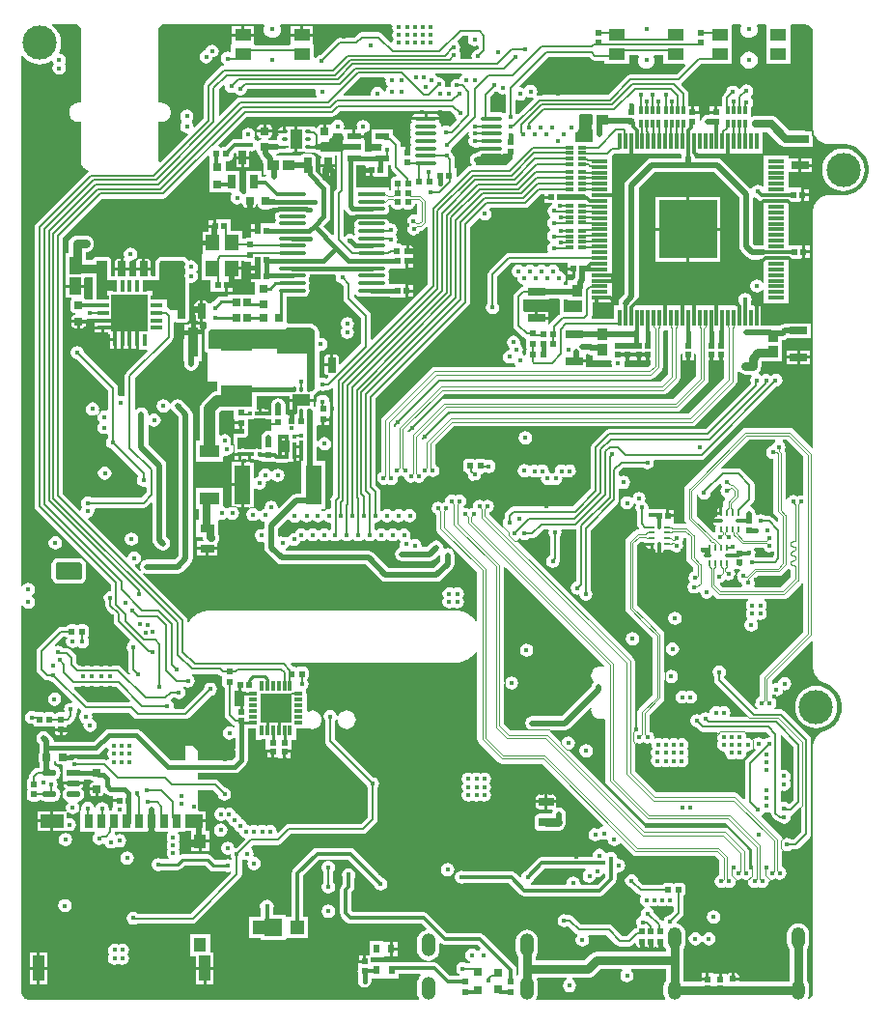
<source format=gbl>
%FSTAX23Y23*%
%MOIN*%
%SFA1B1*%

%IPPOS*%
%AMD26*
4,1,8,0.008300,0.009800,-0.008300,0.009800,-0.010800,0.007300,-0.010800,-0.007300,-0.008300,-0.009800,0.008300,-0.009800,0.010800,-0.007300,0.010800,0.007300,0.008300,0.009800,0.0*
1,1,0.005000,0.008300,0.007300*
1,1,0.005000,-0.008300,0.007300*
1,1,0.005000,-0.008300,-0.007300*
1,1,0.005000,0.008300,-0.007300*
%
%AMD36*
4,1,8,0.013000,-0.011600,0.013000,0.011600,0.009700,0.014900,-0.009700,0.014900,-0.013000,0.011600,-0.013000,-0.011600,-0.009700,-0.014900,0.009700,-0.014900,0.013000,-0.011600,0.0*
1,1,0.006600,0.009700,-0.011600*
1,1,0.006600,0.009700,0.011600*
1,1,0.006600,-0.009700,0.011600*
1,1,0.006600,-0.009700,-0.011600*
%
%AMD37*
4,1,8,-0.014900,0.021900,-0.014900,-0.021900,-0.011200,-0.025600,0.011200,-0.025600,0.014900,-0.021900,0.014900,0.021900,0.011200,0.025600,-0.011200,0.025600,-0.014900,0.021900,0.0*
1,1,0.007400,-0.011200,0.021900*
1,1,0.007400,-0.011200,-0.021900*
1,1,0.007400,0.011200,-0.021900*
1,1,0.007400,0.011200,0.021900*
%
%AMD38*
4,1,8,0.011600,0.013000,-0.011600,0.013000,-0.014900,0.009700,-0.014900,-0.009700,-0.011600,-0.013000,0.011600,-0.013000,0.014900,-0.009700,0.014900,0.009700,0.011600,0.013000,0.0*
1,1,0.006600,0.011600,0.009700*
1,1,0.006600,-0.011600,0.009700*
1,1,0.006600,-0.011600,-0.009700*
1,1,0.006600,0.011600,-0.009700*
%
%AMD65*
4,1,8,-0.021900,-0.014900,0.021900,-0.014900,0.025600,-0.011200,0.025600,0.011200,0.021900,0.014900,-0.021900,0.014900,-0.025600,0.011200,-0.025600,-0.011200,-0.021900,-0.014900,0.0*
1,1,0.007400,-0.021900,-0.011200*
1,1,0.007400,0.021900,-0.011200*
1,1,0.007400,0.021900,0.011200*
1,1,0.007400,-0.021900,0.011200*
%
%AMD70*
4,1,8,0.009800,-0.008300,0.009800,0.008300,0.007300,0.010800,-0.007300,0.010800,-0.009800,0.008300,-0.009800,-0.008300,-0.007300,-0.010800,0.007300,-0.010800,0.009800,-0.008300,0.0*
1,1,0.005000,0.007300,-0.008300*
1,1,0.005000,0.007300,0.008300*
1,1,0.005000,-0.007300,0.008300*
1,1,0.005000,-0.007300,-0.008300*
%
%AMD86*
4,1,8,0.011800,-0.004000,0.011800,0.004000,0.009900,0.005900,-0.009900,0.005900,-0.011800,0.004000,-0.011800,-0.004000,-0.009900,-0.005900,0.009900,-0.005900,0.011800,-0.004000,0.0*
1,1,0.003800,0.009900,-0.004000*
1,1,0.003800,0.009900,0.004000*
1,1,0.003800,-0.009900,0.004000*
1,1,0.003800,-0.009900,-0.004000*
%
%AMD87*
4,1,8,0.001900,0.010800,-0.001900,0.010800,-0.003900,0.008800,-0.003900,-0.008800,-0.001900,-0.010800,0.001900,-0.010800,0.003900,-0.008800,0.003900,0.008800,0.001900,0.010800,0.0*
1,1,0.004000,0.001900,0.008800*
1,1,0.004000,-0.001900,0.008800*
1,1,0.004000,-0.001900,-0.008800*
1,1,0.004000,0.001900,-0.008800*
%
%AMD238*
4,1,8,-0.038400,-0.007800,0.038400,-0.007800,0.046300,0.000000,0.046300,0.000000,0.038400,0.007800,-0.038400,0.007800,-0.046300,0.000000,-0.046300,0.000000,-0.038400,-0.007800,0.0*
1,1,0.015800,-0.038400,0.000000*
1,1,0.015800,0.038400,0.000000*
1,1,0.015800,0.038400,0.000000*
1,1,0.015800,-0.038400,0.000000*
%
%AMD261*
4,1,8,0.007100,0.005700,-0.007100,0.005700,-0.012900,0.000000,-0.012900,0.000000,-0.007100,-0.005700,0.007100,-0.005700,0.012900,0.000000,0.012900,0.000000,0.007100,0.005700,0.0*
1,1,0.011600,0.007100,0.000000*
1,1,0.011600,-0.007100,0.000000*
1,1,0.011600,-0.007100,0.000000*
1,1,0.011600,0.007100,0.000000*
%
%AMD265*
4,1,8,-0.004000,-0.011800,0.004000,-0.011800,0.005900,-0.009900,0.005900,0.009900,0.004000,0.011800,-0.004000,0.011800,-0.005900,0.009900,-0.005900,-0.009900,-0.004000,-0.011800,0.0*
1,1,0.003800,-0.004000,-0.009900*
1,1,0.003800,0.004000,-0.009900*
1,1,0.003800,0.004000,0.009900*
1,1,0.003800,-0.004000,0.009900*
%
%AMD267*
4,1,8,0.004000,0.008800,-0.004000,0.008800,-0.005900,0.006900,-0.005900,-0.006900,-0.004000,-0.008800,0.004000,-0.008800,0.005900,-0.006900,0.005900,0.006900,0.004000,0.008800,0.0*
1,1,0.003800,0.004000,0.006900*
1,1,0.003800,-0.004000,0.006900*
1,1,0.003800,-0.004000,-0.006900*
1,1,0.003800,0.004000,-0.006900*
%
%AMD270*
4,1,8,-0.010800,0.001900,-0.010800,-0.001900,-0.008800,-0.003900,0.008800,-0.003900,0.010800,-0.001900,0.010800,0.001900,0.008800,0.003900,-0.008800,0.003900,-0.010800,0.001900,0.0*
1,1,0.004000,-0.008800,0.001900*
1,1,0.004000,-0.008800,-0.001900*
1,1,0.004000,0.008800,-0.001900*
1,1,0.004000,0.008800,0.001900*
%
%AMD272*
4,1,8,-0.031500,0.017700,-0.031500,-0.017700,-0.029500,-0.019700,0.029500,-0.019700,0.031500,-0.017700,0.031500,0.017700,0.029500,0.019700,-0.029500,0.019700,-0.031500,0.017700,0.0*
1,1,0.004000,-0.029500,0.017700*
1,1,0.004000,-0.029500,-0.017700*
1,1,0.004000,0.029500,-0.017700*
1,1,0.004000,0.029500,0.017700*
%
%AMD278*
4,1,8,-0.012400,-0.011600,0.012400,-0.011600,0.024000,0.000000,0.024000,0.000000,0.012400,0.011600,-0.012400,0.011600,-0.024000,0.000000,-0.024000,0.000000,-0.012400,-0.011600,0.0*
1,1,0.023200,-0.012400,0.000000*
1,1,0.023200,0.012400,0.000000*
1,1,0.023200,0.012400,0.000000*
1,1,0.023200,-0.012400,0.000000*
%
%ADD10C,0.009800*%
%ADD11C,0.007900*%
%ADD12C,0.003900*%
%ADD13C,0.005900*%
%ADD15C,0.015700*%
%ADD17C,0.005100*%
%ADD18O,0.047200X0.074800*%
%ADD19O,0.047200X0.066900*%
G04~CAMADD=26~8~0.0~0.0~217.0~197.0~25.0~0.0~15~0.0~0.0~0.0~0.0~0~0.0~0.0~0.0~0.0~0~0.0~0.0~0.0~0.0~217.0~197.0*
%ADD26D26*%
%ADD30R,0.022800X0.021300*%
%ADD34R,0.021300X0.022800*%
G04~CAMADD=36~8~0.0~0.0~299.0~260.0~33.0~0.0~15~0.0~0.0~0.0~0.0~0~0.0~0.0~0.0~0.0~0~0.0~0.0~0.0~270.0~260.0~298.0*
%ADD36D36*%
G04~CAMADD=37~8~0.0~0.0~512.0~299.0~37.0~0.0~15~0.0~0.0~0.0~0.0~0~0.0~0.0~0.0~0.0~0~0.0~0.0~0.0~90.0~298.0~512.0*
%ADD37D37*%
G04~CAMADD=38~8~0.0~0.0~299.0~260.0~33.0~0.0~15~0.0~0.0~0.0~0.0~0~0.0~0.0~0.0~0.0~0~0.0~0.0~0.0~0.0~299.0~260.0*
%ADD38D38*%
G04~CAMADD=65~8~0.0~0.0~512.0~299.0~37.0~0.0~15~0.0~0.0~0.0~0.0~0~0.0~0.0~0.0~0.0~0~0.0~0.0~0.0~180.0~512.0~298.0*
%ADD65D65*%
%ADD66R,0.037700X0.043500*%
G04~CAMADD=70~8~0.0~0.0~217.0~197.0~25.0~0.0~15~0.0~0.0~0.0~0.0~0~0.0~0.0~0.0~0.0~0~0.0~0.0~0.0~270.0~196.0~216.0*
%ADD70D70*%
%ADD81R,0.047200X0.023600*%
%ADD85R,0.043500X0.037700*%
G04~CAMADD=86~8~0.0~0.0~118.0~236.0~19.0~0.0~15~0.0~0.0~0.0~0.0~0~0.0~0.0~0.0~0.0~0~0.0~0.0~0.0~270.0~236.0~118.0*
%ADD86D86*%
G04~CAMADD=87~8~0.0~0.0~79.0~217.0~20.0~0.0~15~0.0~0.0~0.0~0.0~0~0.0~0.0~0.0~0.0~0~0.0~0.0~0.0~0.0~79.0~217.0*
%ADD87D87*%
%ADD90R,0.033500X0.033500*%
%ADD202C,0.004600*%
%ADD203C,0.006900*%
%ADD204C,0.011800*%
%ADD207C,0.013800*%
%ADD208C,0.019700*%
%ADD209C,0.017700*%
%ADD210C,0.010000*%
%ADD211C,0.021300*%
%ADD212C,0.031500*%
%ADD214C,0.029900*%
%ADD215C,0.004600*%
%ADD217C,0.039400*%
%ADD219C,0.027600*%
%ADD220C,0.033500*%
%ADD221O,0.049200X0.078700*%
%ADD222C,0.015700*%
%ADD223C,0.118100*%
%ADD224C,0.017700*%
%ADD226R,0.051200X0.029900*%
%ADD227R,0.061000X0.025600*%
%ADD228R,0.022800X0.021300*%
%ADD229R,0.037400X0.013800*%
%ADD230R,0.044300X0.041300*%
%ADD231R,0.011800X0.013800*%
%ADD232R,0.021700X0.019700*%
%ADD233R,0.013800X0.011800*%
%ADD234R,0.041300X0.044300*%
%ADD235R,0.013800X0.037400*%
%ADD236R,0.021300X0.022800*%
%ADD237R,0.109800X0.075000*%
G04~CAMADD=238~8~0.0~0.0~926.0~157.0~79.0~0.0~15~0.0~0.0~0.0~0.0~0~0.0~0.0~0.0~0.0~0~0.0~0.0~0.0~180.0~925.0~156.0*
%ADD238D238*%
%ADD239R,0.092600X0.015700*%
%ADD240R,0.039400X0.047200*%
%ADD241R,0.045300X0.047200*%
%ADD242R,0.061000X0.059100*%
%ADD243R,0.106300X0.102400*%
%ADD244R,0.013800X0.033500*%
%ADD245R,0.031500X0.013800*%
%ADD246R,0.057100X0.039400*%
%ADD247R,0.011800X0.058100*%
%ADD248R,0.058100X0.011800*%
%ADD249R,0.204700X0.204700*%
%ADD250R,0.031500X0.045700*%
%ADD251R,0.039400X0.086600*%
%ADD252R,0.078700X0.045700*%
%ADD253R,0.063000X0.045700*%
%ADD254R,0.041300X0.049200*%
%ADD255R,0.067700X0.044100*%
%ADD256R,0.041300X0.059100*%
%ADD257R,0.041300X0.013800*%
%ADD258R,0.013800X0.041300*%
%ADD259R,0.128000X0.128000*%
%ADD260R,0.047200X0.055100*%
G04~CAMADD=261~8~0.0~0.0~258.0~115.0~58.0~0.0~15~0.0~0.0~0.0~0.0~0~0.0~0.0~0.0~0.0~0~0.0~0.0~0.0~0.0~258.0~115.0*
%ADD261D261*%
%ADD262O,0.078700X0.013800*%
%ADD263R,0.019700X0.029500*%
%ADD264R,0.025800X0.011500*%
G04~CAMADD=265~8~0.0~0.0~118.0~236.0~19.0~0.0~15~0.0~0.0~0.0~0.0~0~0.0~0.0~0.0~0.0~0~0.0~0.0~0.0~180.0~118.0~236.0*
%ADD265D265*%
%ADD266R,0.031500X0.031500*%
G04~CAMADD=267~8~0.0~0.0~118.0~177.0~19.0~0.0~15~0.0~0.0~0.0~0.0~0~0.0~0.0~0.0~0.0~0~0.0~0.0~0.0~0.0~118.0~177.0*
%ADD267D267*%
%ADD268R,0.025600X0.011800*%
%ADD269R,0.011800X0.025600*%
G04~CAMADD=270~8~0.0~0.0~79.0~217.0~20.0~0.0~15~0.0~0.0~0.0~0.0~0~0.0~0.0~0.0~0.0~0~0.0~0.0~0.0~90.0~216.0~78.0*
%ADD270D270*%
%ADD271R,0.043300X0.066900*%
G04~CAMADD=272~8~0.0~0.0~394.0~630.0~20.0~0.0~15~0.0~0.0~0.0~0.0~0~0.0~0.0~0.0~0.0~0~0.0~0.0~0.0~90.0~630.0~394.0*
%ADD272D272*%
%ADD273R,0.025600X0.047200*%
%ADD274R,0.057100X0.137800*%
%ADD275R,0.023600X0.029500*%
%ADD276R,0.028200X0.026500*%
%ADD277R,0.048000X0.023200*%
G04~CAMADD=278~8~0.0~0.0~480.0~232.0~116.0~0.0~15~0.0~0.0~0.0~0.0~0~0.0~0.0~0.0~0.0~0~0.0~0.0~0.0~180.0~480.0~232.0*
%ADD278D278*%
%ADD279C,0.026000*%
%ADD280C,0.011400*%
%LNmain_board-1*%
%LPD*%
G36*
X03682Y04492D02*
X03681Y04488D01*
X03683Y04479*
X03686Y04474*
X03683Y04469*
X03681Y0446*
X03683Y04451*
X03686Y04447*
X03683Y04442*
X03682Y04438*
X03677Y04436*
X03648Y04465*
X03642Y04469*
X03635Y0447*
X03577*
X03571Y04469*
X03565Y04465*
X0355Y0445*
X03499*
X03492Y04449*
X03486Y04445*
X03433Y04392*
X03427Y04391*
X03419Y04386*
X03416Y04381*
X03411Y04383*
Y04427*
X0341*
X03407Y0443*
Y04432*
Y04455*
X0333*
Y04432*
Y0443*
X03327Y04427*
X03326*
Y04426*
X03208*
Y04427*
X03207*
X03204Y0443*
Y04432*
Y04455*
X03127*
Y04432*
Y0443*
X03124Y04427*
X03124*
Y04404*
X03119Y04401*
X03112Y04403*
X03103Y04401*
X03095Y04396*
X0309Y04388*
X03089Y04379*
X0309Y04371*
X03095Y04363*
X031Y0436*
X031Y04358*
X03099Y04355*
X03093Y04354*
X03088Y0435*
X03036Y04298*
X03032Y04292*
X03031Y04286*
Y04173*
X02999Y04142*
X02995Y04144*
X02995Y04145*
X02993Y04154*
X0299Y04159*
X02989Y04163*
X0299Y04166*
X02993Y04171*
X02995Y0418*
X02993Y04189*
X02988Y04197*
X02981Y04202*
X02972Y04203*
X02963Y04202*
X02956Y04197*
X02951Y04189*
X02949Y0418*
X02951Y04171*
X02954Y04166*
X02955Y04163*
X02954Y04159*
X02951Y04154*
X02949Y04145*
X02951Y04136*
X02956Y04129*
X02963Y04124*
X02972Y04122*
X02973Y04122*
X02976Y04118*
X0288Y04022*
X02875Y04024*
Y04025*
Y04025*
X02875Y04025*
Y0416*
X02884*
X02885Y0416*
X02886*
X02891Y04161*
X02892Y04161*
X02893Y04161*
X02901Y04165*
X02903Y04166*
X02904Y04168*
X0291Y04174*
X02911Y04176*
X02912Y04177*
X02915Y04185*
X02916Y04187*
X02916Y04189*
Y04198*
X02916Y042*
X02915Y04202*
X02912Y0421*
X02911Y04211*
X0291Y04213*
X02904Y04219*
X02903Y0422*
X02901Y04222*
X02893Y04225*
X02892Y04226*
X02891Y04226*
X02886Y04227*
X02886*
X02885Y04227*
X02884*
X02884*
X02883*
X02875*
Y04484*
X02889Y04497*
X03237*
X0324Y04492*
X03238Y04488*
X03237Y0448*
X03238Y04472*
X03241Y04465*
X03246Y04459*
X03252Y04454*
X0326Y04451*
X03267Y0445*
X03275Y04451*
X03282Y04454*
X03288Y04459*
X03293Y04465*
X03296Y04472*
X03297Y0448*
X03296Y04488*
X03294Y04492*
X03297Y04497*
X03678*
X03682Y04492*
G37*
G36*
X03945Y04452D02*
X03943Y04444D01*
X03945Y04436*
X0395Y04428*
X03957Y04423*
X03966Y04421*
X03975Y04423*
X03976Y04424*
X0398Y04421*
Y04414*
X03976Y0441*
X03969Y04409*
X03962Y04404*
X03957Y04396*
X03955Y04387*
X03956Y04382*
X03952Y04377*
X03919*
X03917Y04381*
X03917Y04382*
X03918Y0439*
X03917Y04399*
X03913Y04405*
X03915Y04408*
X03916Y04417*
X03915Y04426*
X0391Y04433*
X03906Y04435*
X03906Y0444*
X03923Y04457*
X03942*
X03945Y04452*
G37*
G36*
X05107Y04497D02*
X0511Y04497D01*
X05115Y04496*
X0512Y04494*
X05124Y04491*
X05128Y04487*
X05131Y04483*
X05134Y04478*
X05135Y04472*
X05135Y0447*
X05135Y04135*
X05135Y04135*
X05135Y04134*
X05135Y04133*
X05131Y04129*
X05131Y04128*
X05112*
X05112Y04129*
X05105Y0413*
X05052*
X05009Y04173*
X05004Y04177*
X04997Y0418*
X0499Y04181*
X04937*
X04929Y0418*
X04924Y04178*
X04919Y0418*
Y0421*
X04921Y04212*
X04926Y04219*
X04928Y04228*
X04926Y04237*
X04921Y04244*
X0492Y04245*
Y0425*
X04921Y04251*
X04926Y04258*
X04928Y04267*
X04926Y04276*
X04921Y04284*
X04914Y04289*
X04905Y0429*
X04896Y04289*
X04889Y04284*
X04884Y04276*
X04879Y04274*
X04877Y04275*
X04874Y0428*
X04867Y04285*
X04858Y04286*
X04849Y04285*
X04841Y0428*
X04836Y04272*
X04835Y04266*
X04826Y04256*
X04822Y0425*
X04821Y04244*
Y04227*
X0482*
Y04219*
X04819Y04214*
X04804*
Y04193*
X04799*
Y04188*
X04778*
Y04188*
X04774*
Y04185*
X04771*
X04762Y04183*
X04754Y04178*
X04749Y0417*
X04747Y04163*
X04742Y04163*
Y04188*
X04739*
Y04188*
X04718*
Y04193*
X04713*
Y04214*
X04705*
Y04227*
X04703*
Y04258*
X04702Y04265*
X04698Y04271*
X0468Y04289*
X0468Y04294*
X04681Y04295*
X04747Y0436*
X04769*
Y0436*
X04854*
Y04422*
Y04427*
Y04494*
X04857Y04497*
X04883*
X04886Y04492*
X04884Y04488*
X04883Y0448*
X04884Y04472*
X04887Y04465*
X04892Y04459*
X04898Y04454*
X04905Y04451*
X04913Y0445*
X04921Y04451*
X04928Y04454*
X04934Y04459*
X04939Y04465*
X04942Y04472*
X04943Y0448*
X04942Y04488*
X0494Y04492*
X04943Y04497*
X04969*
X04972Y04492*
Y04432*
Y04427*
Y04422*
Y0436*
X05057*
Y04422*
Y04427*
Y04432*
Y04492*
Y04494*
X0506Y04497*
X05106*
X05107*
G37*
G36*
X04618Y0436D02*
X04691D01*
X04693Y04355*
X04662Y04324*
X04503*
X04497Y04322*
X04491Y04319*
X04426Y04253*
X04189*
X04182Y04252*
X04181Y04253*
X04179Y04256*
X0418Y04257*
X04182Y04266*
X0418Y04275*
X04175Y04283*
X04168Y04288*
X04159Y04289*
X0415Y04288*
X04143Y04283*
X04138Y04275*
X04132Y04279*
X04124Y04281*
X04123Y0428*
X0412Y04285*
X04219Y04384*
X04363*
X04369Y04377*
X04375Y04374*
X04381Y04372*
X04415*
Y0436*
X045*
Y04391*
X04529*
X04532Y04386*
X0453Y04381*
X04529Y04374*
X0453Y04366*
X04533Y04359*
X04538Y04353*
X04544Y04348*
X04551Y04345*
X04559Y04344*
X04566Y04345*
X04573Y04348*
X0458Y04353*
X04584Y04359*
X04587Y04366*
X04588Y04374*
X04587Y04381*
X04585Y04386*
X04588Y04391*
X04618*
Y0436*
G37*
G36*
X02606Y04483D02*
Y04227D01*
X02597*
X02596Y04227*
X02595Y04227*
X02591Y04226*
X0259Y04226*
X02588Y04225*
X0258Y04222*
X02579Y0422*
X02577Y04219*
X02571Y04213*
X0257Y04211*
X02569Y0421*
X02566Y04202*
X02566Y042*
X02566Y04198*
Y04189*
X02566Y04187*
X02566Y04185*
X02569Y04177*
X0257Y04176*
X02571Y04174*
X02577Y04168*
X02579Y04167*
X0258Y04165*
X02588Y04162*
X0259Y04161*
X02591Y04161*
X02595Y0416*
X02596*
X02596Y0416*
X02597Y0416*
X02598*
X02598*
X02606*
Y04023*
X02607Y04023*
Y04022*
X02607Y04021*
X02607Y04021*
Y04021*
X02607Y04017*
X02608Y04016*
X02608Y04015*
X02611Y04008*
X02612Y04007*
X02613Y04005*
X02618Y04001*
X0262Y04*
X02621Y03999*
X02628Y03996*
X02629Y03995*
X02631Y03995*
X02631Y03994*
X02632Y0399*
X02629Y03988*
X02452Y03811*
X02448Y03805*
X02447Y03799*
Y02834*
X02448Y02828*
X02452Y02822*
X02711Y02563*
Y02544*
X02708Y02542*
X02699Y02541*
X02692Y02536*
X02687Y02528*
X02685Y02519*
X02687Y0251*
X02691Y02504*
Y02491*
X02692Y02484*
X02696Y02479*
X02719Y02456*
Y02437*
X0272Y0243*
X02724Y02424*
X02776Y02373*
X02775Y02366*
X02771Y02363*
X02766Y02356*
X02764Y02347*
X02766Y02338*
X0277Y02332*
Y02271*
X02771Y02265*
X02775Y02259*
X02777Y02257*
X02777Y02256*
X02771Y02255*
X02747Y02279*
X02741Y02283*
X02735Y02284*
X02601*
X02591Y02294*
Y02311*
X0259Y02317*
X02586Y02323*
X02568Y02341*
X02562Y02345*
X02556Y02346*
X02544*
X02543Y02347*
X02536Y02352*
X02527Y02353*
X02519Y02352*
X02518Y02352*
X02517Y02357*
X02545Y02385*
X02554*
X02556Y02382*
X02559Y0238*
X02557Y02377*
X02555Y02368*
X02557Y02359*
X02562Y02352*
X02569Y02347*
X02578Y02345*
X02587Y02347*
X0259Y02349*
X02594Y02351*
X02602Y02346*
X02611Y02345*
X0262Y02346*
X02627Y02351*
X02632Y02359*
X02634Y02368*
X02632Y02376*
X02629Y02381*
X0263Y02382*
X02633Y02387*
X02635Y02394*
Y0241*
X02633Y02417*
X0263Y02422*
X02624Y02426*
X02618Y02427*
X02603*
X02597Y02426*
X02593Y02423*
X02589Y02426*
X02583Y02427*
X02568*
X02562Y02426*
X02556Y02422*
X02554Y02419*
X02538*
X02531Y02418*
X02526Y02414*
X02459Y02347*
X02455Y02342*
X02454Y02335*
Y0227*
X02455Y02264*
X02459Y02258*
X02478Y02239*
X02483Y02236*
X0249Y02234*
X02495*
X02502Y0223*
X02507Y02229*
X02576Y02161*
X02573Y02156*
X02571Y02156*
X02563Y02155*
X02555Y0215*
X0255Y02142*
X02548Y02133*
X0255Y02127*
X02547Y02125*
X02546Y02123*
X0253*
X02523Y02122*
X02522Y02121*
X02517Y02119*
X02511Y02123*
X02505Y02124*
X0249*
X02484Y02123*
X0248Y0212*
X02476Y02123*
X0247Y02124*
X02455*
X02451Y02123*
X02445Y02127*
X02437Y02129*
X02428Y02127*
X0242Y02122*
X02415Y02115*
X02413Y02106*
X02415Y02097*
X0242Y0209*
X02428Y02085*
X02437Y02083*
X0244Y02083*
X02443Y02079*
X02448Y02075*
X02455Y02074*
X0247*
X02476Y02075*
X0248Y02078*
X02484Y02075*
X0249Y02074*
X02505*
X02511Y02075*
X02513Y02076*
X02517Y02073*
X02517Y02071*
Y02069*
X02538*
X02559*
Y02071*
X02558Y02076*
X02558Y02076*
X02558Y02078*
X02561Y02081*
X02567Y02082*
X02572Y02086*
X02584Y02098*
X02588Y02104*
X02589Y02111*
Y0212*
X02593Y02125*
X02594Y02133*
X02594Y02135*
X02599Y02138*
X02607Y0213*
X02607Y02124*
X02602Y02117*
X026Y02108*
X02602Y02099*
X02607Y02091*
X02614Y02086*
X02617Y02086*
X02615Y02079*
X02617Y0207*
X02622Y02063*
X02629Y02058*
X02638Y02056*
X02647Y02058*
X02655Y02063*
X0266Y0207*
X02661Y02079*
X0266Y02088*
X02655Y02096*
X02647Y02101*
X02645Y02101*
X02646Y02108*
X02645Y02117*
X02644Y02118*
X02646Y02122*
X02772*
X02789Y02105*
X02795Y02101*
X02802Y021*
X02968*
X02975Y02101*
X02981Y02105*
X03057Y02181*
X03063Y02182*
X0307Y02187*
X03075Y02194*
X03077Y02203*
X03075Y02212*
X0307Y0222*
X03063Y02225*
X03054Y02226*
X03045Y02225*
X03037Y0222*
X03032Y02212*
X03031Y02206*
X02961Y02136*
X02931*
X02927Y02141*
X02928Y02145*
X02926Y02154*
X02921Y02162*
X02917Y02164*
X02917Y02169*
X02923Y02175*
X02929*
X02936Y02171*
X02944Y02169*
X02953Y02171*
X02961Y02176*
X02966Y02184*
X02968Y02192*
X02966Y02201*
X02961Y02209*
X02964Y02213*
X02967Y02211*
X02976Y02209*
X02985Y02211*
X02992Y02216*
X02997Y02223*
X02999Y02232*
X02997Y02241*
X02992Y02248*
X02987Y02252*
X02989Y02256*
X0299Y02256*
X03081*
X03085Y02252*
X0309Y02249*
X03093Y02248*
X03095Y02243*
X03094Y02236*
Y02221*
X03095Y02215*
X03099Y0221*
X03102Y02208*
Y02116*
X03103Y02109*
X03107Y02104*
X03128Y02082*
X03134Y02078*
X03137Y02078*
Y02073*
X03132Y0207*
X03127Y02073*
X03119Y02075*
X0311Y02073*
X03102Y02068*
X03097Y02061*
X03096Y02052*
X03097Y02043*
X03102Y02035*
X0311Y0203*
X03119Y02029*
X03127Y0203*
X03134Y02035*
X03139Y02033*
Y02001*
X03138Y01996*
X03139Y01991*
Y01968*
X03127Y01957*
X03011*
Y01988*
X02992Y02007*
X02972*
X02968Y02011*
Y01957*
X02916*
X02813Y02059*
X02806Y02064*
X02798Y02066*
X02702*
X02694Y02064*
X02687Y02059*
X02649Y02022*
X02512*
Y02023*
X0251Y02032*
X02505Y0204*
X02493Y02052*
X02485Y02057*
X02476Y02059*
X02467Y02057*
X02459Y02052*
X02454Y02044*
X02452Y02035*
X02454Y02026*
X02459Y02018*
X02464Y02013*
Y01989*
X02462Y01986*
X02461Y0198*
Y01956*
X02462Y0195*
X02464Y01947*
Y01932*
X02458*
X02451Y01931*
X02445Y01927*
X02432Y01914*
X02428Y01908*
X02427Y01901*
Y01896*
X02424Y01895*
X02421Y01889*
X0242Y01883*
Y01868*
X02421Y01862*
X02423Y01858*
X02421Y01854*
X0242Y01847*
Y01833*
X02421Y01826*
X02424Y01821*
X0243Y01817*
X02436Y01816*
X02453*
X02459Y01817*
X02463Y0182*
X02467Y01822*
X02476Y01817*
X02485Y01815*
X0251*
X0252Y01817*
X02529Y01822*
X02534Y01831*
X02536Y01841*
X02534Y0185*
X02529Y01859*
X02523Y01862*
X02525Y01865*
X02527Y01874*
X02525Y01882*
X02522Y01886*
X0252Y0189*
X02523Y01893*
X02529Y01896*
X02534Y01905*
X02536Y01914*
X02534Y01924*
X02529Y01933*
X0252Y01938*
X02512Y0194*
Y01947*
X02514Y0195*
X02515Y01956*
X0252*
X02521Y01951*
X02524Y01947*
X02528Y01944*
X02533Y01943*
X02538*
X02542Y0194*
Y01889*
X02544*
X02547Y01884*
X02547Y01883*
X0258*
X02613*
X02613Y01884*
X02616Y01889*
X02618*
Y01892*
X02636*
X02637Y01891*
X02643Y01887*
X02649Y01886*
Y01881*
X02644Y0188*
X0264Y01877*
X02637Y01873*
X02636Y01868*
Y01863*
X02661*
Y01858*
X02666*
Y01835*
X02673*
X02678Y01836*
X02682Y01839*
X02685Y01843*
X02685Y01843*
X02691Y01844*
X02693Y01842*
X027Y01837*
X02708Y01836*
X02718*
Y01823*
X0274*
Y01813*
X02718*
Y01798*
X02717Y01797*
X02715Y01788*
X02713Y01785*
X02705*
X02702Y01789*
X02702Y01791*
X02701Y018*
X02696Y01807*
X02688Y01812*
X02679Y01814*
X0267Y01812*
X02663Y01807*
X02658Y018*
X02657Y01796*
X02652*
X02651Y01801*
X02646Y01808*
X02639Y01813*
X0263Y01815*
X02621Y01813*
X02614Y01808*
X02609Y01801*
X02607Y01792*
X02607Y01789*
X02604Y01785*
X026Y01787*
X02601Y01795*
X026Y01804*
X02595Y0181*
X02596Y01814*
X02597Y01816*
X02602Y01817*
X02611Y01822*
X02616Y01831*
X02618Y01841*
X02616Y0185*
X02611Y01859*
X0261Y01859*
X02608Y01862*
X02613Y01869*
X02613Y01873*
X0258*
X02547*
X02547Y01869*
X02552Y01862*
X02549Y01859*
X02549Y01859*
X02544Y0185*
X02542Y01841*
X02544Y01831*
X02549Y01822*
X02558Y01817*
X02561Y01816*
X02562Y01811*
X02557Y01804*
X02555Y01795*
X02557Y01786*
X02557Y01786*
X02554Y01781*
X02552*
X02511*
Y01748*
Y01716*
X02552*
X02556Y01715*
X02558Y01714*
X0256Y01714*
X02561Y01714*
X02566Y01713*
X02575Y01714*
X02583Y01719*
X02588Y01727*
X0259Y01736*
X02588Y01745*
X02583Y01752*
X02575Y01757*
X02566Y01759*
X02561Y01758*
X02556Y01761*
Y01777*
Y01779*
X02561Y0178*
X02562Y01779*
X02569Y01774*
X02578Y01772*
X02587Y01774*
X02595Y01779*
X02599Y01785*
X02604Y01784*
Y01712*
X02654*
X02655Y01707*
X02653Y01705*
X02648Y01697*
X02646Y01689*
X02648Y0168*
X02653Y01672*
X0266Y01667*
X02669Y01665*
X02678Y01667*
X02683Y01671*
X02688Y01669*
X02689Y01667*
X02694Y01659*
X02701Y01654*
X0271Y01653*
X02719Y01654*
X02727Y01659*
X02728Y01661*
X02731Y01659*
X0274Y01658*
X02749Y01659*
X02756Y01664*
X02761Y01672*
X02763Y01681*
X02761Y01689*
X02756Y01697*
X02749Y01702*
X0274Y01704*
X02731Y01702*
X02727Y01699*
X02723Y01703*
X02724Y01704*
X02725Y01711*
X0273Y01712*
X02836*
Y01716*
X02845*
Y01748*
X02855*
Y01716*
X02864*
Y01712*
X02907*
X02909Y01707*
X02908Y01707*
X02903Y01699*
X02902Y0169*
X02903Y01682*
X02906Y01678*
X02903Y01674*
X02902Y01665*
X02903Y01656*
X02906Y01652*
X02903Y01648*
X02902Y01639*
X02903Y0163*
X02908Y01623*
X0291Y01622*
X02908Y01617*
X02886*
X02882Y01619*
X02874Y01621*
X02865Y01619*
X02857Y01614*
X02852Y01607*
X0285Y01598*
X02852Y01589*
X02857Y01582*
X02865Y01577*
X02874Y01575*
X02882Y01577*
X02886Y01579*
X0294*
X02948Y0158*
X02954Y01584*
X02964Y01595*
X03035*
X03049Y01581*
X03055Y01576*
X03063Y01575*
X03102*
X03105Y01573*
X03114Y01571*
X03122Y01573*
X03122Y01572*
X03124Y01567*
X02986Y01429*
X02803*
X02803Y01429*
X02796Y01434*
X02787Y01436*
X02778Y01434*
X02771Y01429*
X02766Y01422*
X02764Y01413*
X02766Y01404*
X02771Y01397*
X02778Y01392*
X02787Y0139*
X02796Y01392*
X02801Y01395*
X02993*
X02999Y01396*
X03005Y014*
X03157Y01552*
X03161Y01558*
X03162Y01565*
Y01615*
X03167Y01617*
X03171Y01615*
X03179Y01613*
X0318Y01613*
X03183Y01609*
X03181Y01602*
X03183Y01593*
X03188Y01586*
X03195Y01581*
X03204Y01579*
X03213Y01581*
X03221Y01586*
X03226Y01593*
X03227Y01602*
X03226Y01611*
X03221Y01618*
X03213Y01623*
X03205Y01625*
X03204Y01626*
X03201Y0163*
X03203Y01636*
X03201Y01645*
X03196Y01653*
X03195Y01653*
X03194Y01658*
X03201Y01666*
X03286*
X03292Y01667*
X03298Y01671*
X03332Y01705*
X03581*
X03588Y01706*
X03593Y0171*
X03626Y01742*
X03629Y01748*
X03631Y01754*
Y01861*
X03635Y01868*
X03637Y01877*
X03635Y01885*
X0363Y01893*
X03623Y01898*
X03615Y01899*
X03484Y0203*
Y02094*
X03487Y02098*
X03489Y02098*
X03492Y02097*
X03493Y0209*
X03496Y02082*
X03501Y02075*
X03508Y0207*
X03516Y02067*
X03524Y02066*
X03532Y02067*
X0354Y0207*
X03546Y02075*
X03551Y02082*
X03555Y0209*
X03556Y02098*
X03555Y02106*
X03551Y02114*
X03546Y0212*
X0354Y02125*
X03532Y02129*
X03524Y0213*
X03516Y02129*
X03508Y02125*
X03501Y0212*
X03496Y02114*
X03495Y0211*
X0349Y02111*
X03488Y02118*
X03483Y02125*
X03476Y0213*
X03467Y02132*
X03458Y0213*
X03451Y02125*
X03446Y02118*
X03444Y02109*
X03446Y021*
X0345Y02094*
Y02023*
X03451Y02017*
X03455Y02011*
X03591Y01875*
X03592Y01868*
X03597Y01861*
Y01762*
X03574Y01739*
X03325*
X03319Y01738*
X03313Y01734*
X03287Y01707*
X03282Y0171*
X03282Y01712*
X03281Y01721*
X03276Y01728*
X03268Y01733*
X03259Y01735*
X03251Y01733*
X03246Y0173*
X03241Y01733*
X03232Y01735*
X03223Y01733*
X03218Y0173*
X03213Y01733*
X03204Y01735*
X03195Y01733*
X0319Y0173*
X03186Y01733*
X0318Y01735*
X03178Y01741*
X03173Y01748*
X03166Y01753*
X0316Y01754*
X03159Y0176*
X03154Y01768*
X03146Y01773*
X0314Y01774*
X03139Y0178*
X03134Y01788*
X03126Y01793*
X03118Y01794*
X03109Y01793*
X03104Y01789*
X03099Y01793*
X0309Y01794*
X03081Y01793*
X03074Y01788*
X03069Y0178*
X03067Y01771*
X03069Y01762*
X03074Y01755*
X03081Y0175*
X0309Y01748*
X03099Y0175*
X03104Y01753*
X03109Y0175*
X03115Y01749*
X03116Y01743*
X03121Y01735*
X03129Y0173*
X03135Y01729*
X03136Y01723*
X03141Y01716*
X03148Y01711*
X03154Y01709*
X03155Y01703*
X0316Y01696*
X03168Y01691*
X03171Y0169*
X03172Y01685*
X03144Y01656*
X03137Y01655*
X03137Y01655*
X03135Y01664*
X0313Y01671*
X03123Y01676*
X03114Y01678*
X03105Y01676*
X03097Y01671*
X03092Y01664*
X03091Y01655*
X03092Y01646*
X03097Y01639*
X03105Y01634*
X03114Y01632*
X03122Y01634*
X03122Y01633*
X03124Y01625*
X03126Y01621*
X03126Y01619*
X03123Y01615*
X03114Y01617*
X03105Y01615*
X03102Y01613*
X0307*
X03056Y01627*
X0305Y01631*
X03043Y01633*
X02956*
X02951Y01632*
X02947Y01636*
X02948Y01639*
X02946Y01648*
X02943Y01652*
X02946Y01656*
X02948Y01665*
X02946Y01674*
X02943Y01678*
X02946Y01682*
X02948Y0169*
X02946Y01699*
X02941Y01707*
X02941Y01707*
X02942Y01712*
X02966*
Y01716*
X02983*
X02988Y01714*
Y01711*
Y01684*
X03018*
X03049*
Y01714*
X03042*
X03038Y01716*
Y01719*
Y01743*
X02997*
Y01753*
X03038*
Y01781*
X03016*
X03011Y01783*
Y01856*
X03062*
X03079Y01839*
X03081Y01832*
X03086Y01825*
X03093Y0182*
X03102Y01818*
X03111Y0182*
X03118Y01825*
X03123Y01832*
X03125Y01841*
X03123Y0185*
X03118Y01857*
X03111Y01862*
X03104Y01864*
X03082Y01886*
X03076Y0189*
X03069Y01891*
X03011*
Y01913*
X03136*
X03145Y01914*
X03152Y01919*
X03177Y01944*
X03181Y01951*
X03183Y01959*
Y01991*
X03184Y01996*
X03183Y02001*
Y02067*
X03209*
Y02029*
X03245*
Y01994*
X03249*
Y01994*
X03269*
Y01989*
X03274*
Y01967*
X03288*
Y01966*
X03304*
Y01988*
X03309*
Y01993*
X03329*
Y01993*
X03333*
Y02029*
X03349*
Y02067*
X03387*
X03392Y02069*
X03398Y02067*
X03406Y02066*
X03414Y02067*
X03422Y0207*
X03428Y02075*
X03433Y02082*
X03437Y0209*
X03438Y02098*
X03437Y02106*
X03433Y02114*
X03428Y0212*
X03422Y02125*
X03414Y02129*
X03406Y0213*
X03398Y02129*
X03392Y02126*
X03392*
X03388Y02129*
X03387Y0213*
Y02146*
Y02188*
X03384*
Y02203*
X03386Y02205*
X03391Y02212*
X03393Y02221*
X03391Y0223*
X03387Y02236*
X03388Y02236*
X03391Y02242*
X03393Y02248*
Y02265*
X03391Y02271*
X03388Y02277*
X03382Y0228*
X03376Y02281*
X03361*
X03355Y0228*
X03351Y02277*
X03347Y0228*
X03341Y02281*
X0334*
X0333Y02291*
X03332Y02296*
X03899*
X03906*
X03907Y02296*
X03909*
X03923Y02299*
X03925Y02299*
X03926Y023*
X03939Y02305*
X03941Y02306*
X03942Y02307*
X03954Y02315*
X03955Y02316*
X03956Y02317*
X03967Y02327*
X03967Y02328*
X03968Y02329*
X03971Y02332*
X03975Y02331*
Y0203*
X03977Y02024*
X0398Y02018*
X04047Y01951*
X04053Y01947*
X04059Y01946*
X04196*
X04409Y01734*
X04407Y01728*
X04404Y01728*
X04397Y01723*
X04395Y0172*
X04391Y01723*
X04382Y01724*
X04374Y01723*
X04366Y01718*
X04361Y0171*
X04359Y01701*
X04361Y01692*
X04366Y01685*
X04374Y0168*
X04382Y01678*
X04391Y0168*
X04399Y01685*
X044Y01687*
X04404Y01685*
X04413Y01683*
X04421Y01685*
X04422*
X04426Y01682*
X04427Y01676*
X04432Y01668*
X0444Y01663*
X04448Y01662*
X04457Y01663*
X04465Y01668*
X04466Y01671*
X04471Y01671*
X0451Y01633*
X04515Y01629*
X04521Y01628*
X04797*
X0481Y01615*
Y01561*
X04809Y01561*
X04801Y01556*
X04796Y01549*
X04794Y0154*
X04796Y01531*
X04801Y01524*
X04809Y01519*
X04817Y01517*
X04826Y01519*
X04831Y01522*
X04836Y01519*
X04845Y01517*
X04854Y01519*
X04861Y01524*
X04866Y01531*
X04868Y0154*
X04868Y01542*
X04872Y01546*
X04877Y01545*
X04885Y01547*
X0489Y0155*
X04895Y01547*
X04904Y01545*
X04905Y01546*
X04909Y01542*
X04909Y0154*
X0491Y01531*
X04915Y01524*
X04923Y01519*
X04932Y01517*
X0494Y01519*
X04945Y01522*
X0495Y01519*
X04959Y01517*
X04968Y01519*
X04976Y01524*
X04981Y01531*
X04982Y0154*
X04982Y01542*
X04986Y01546*
X04992Y01545*
X05001Y01547*
X05005Y0155*
X0501Y01547*
X05019Y01545*
X05028Y01547*
X05036Y01552*
X05041Y0156*
X05042Y01568*
X05041Y01577*
X05036Y01585*
X05028Y0159*
X05027Y0159*
Y01646*
X05032Y01649*
X05036Y01646*
X05045Y01645*
X05054Y01646*
X0506Y01651*
X05074*
X05081Y01652*
X05086Y01656*
X05122Y01691*
X05126Y01697*
X05127Y01703*
Y02029*
X05126Y02036*
X05122Y02041*
X05035Y02128*
X0503Y02131*
X05023Y02133*
X05001*
X05Y02138*
X05002Y02139*
X05007Y02146*
X05008Y02155*
X05007Y02164*
X05002Y02172*
X04995Y02176*
Y02176*
X04996Y02177*
X05Y0218*
X05007Y02178*
X05016Y0218*
X05024Y02185*
X05029Y02192*
X0503Y022*
X05036Y02199*
X05045Y02201*
X05052Y02206*
X05057Y02213*
X05059Y02222*
X05057Y02231*
X05052Y02238*
X05045Y02243*
X05036Y02245*
X05027Y02243*
X0502Y02238*
X05015Y02231*
X05013Y02223*
X05007Y02224*
X04999Y02223*
X04996Y02221*
X04992Y02223*
Y02233*
X0513Y02371*
X05135Y02369*
Y02274*
X05135Y02273*
Y02273*
X05136Y02267*
X05136Y02266*
X05136Y02264*
X05141Y02253*
X05141Y02251*
X05142Y0225*
X05149Y0224*
X0515Y02239*
X05151Y02238*
X05161Y0223*
X05162Y0223*
X05163Y02229*
X05169Y02227*
X05169Y02226*
X0517Y02226*
X05171Y02226*
X05178Y02224*
X0519Y02218*
X05201Y0221*
X05211Y022*
X0522Y02189*
X05226Y02177*
X05231Y02164*
X05233Y0215*
X05234Y02136*
X05232Y02123*
X05228Y0211*
X05222Y02097*
X05214Y02086*
X05205Y02076*
X05194Y02067*
X05181Y02061*
X05175Y02058*
X05175Y02058*
X05171Y02057*
X05171Y02057*
X0517Y02057*
X05164Y02054*
X05163Y02054*
X05163Y02053*
X05157Y0205*
X05156Y02049*
X05156Y02049*
X0515Y02044*
X0515Y02043*
X05149Y02043*
X05145Y02038*
X05145Y02037*
X05144Y02036*
X05141Y0203*
X0514Y02029*
X0514Y02029*
X05137Y02022*
X05137Y02022*
X05137Y02021*
X05136Y02014*
Y02014*
X05135Y02013*
X05135Y0201*
Y02009*
Y02009*
Y0116*
X05135Y01157*
X05134Y01152*
X05132Y01147*
X05129Y01143*
X05125Y01139*
X0512Y01136*
X05117Y01139*
X0512Y01146*
X05121Y01156*
Y01176*
X0512Y01185*
X05116Y01195*
X05113Y01198*
Y01307*
X05116Y0131*
X0512Y0132*
X05121Y01329*
Y01357*
X0512Y01367*
X05116Y01376*
X0511Y01384*
X05102Y0139*
X05093Y01393*
X05083Y01395*
X05073Y01393*
X05064Y0139*
X05057Y01384*
X05051Y01376*
X05047Y01367*
X05045Y01357*
Y01329*
X05047Y0132*
X05051Y0131*
X05053Y01307*
Y01198*
X05051Y01196*
X0488*
X04879Y01197*
Y01199*
X04858*
Y01204*
X04853*
Y01224*
X04849*
X04845Y01223*
X0484Y01221*
X04839Y01219*
X04834Y0122*
Y01222*
X04819*
Y01201*
X04809*
Y01222*
X04793*
X04791Y01223*
X04788*
X04775*
Y01202*
X0477*
Y01197*
X0475*
Y01196*
X04746*
Y01196*
X04688*
X04686Y01198*
Y01267*
X04686Y01268*
X04686Y01269*
Y01307*
X04689Y0131*
X04692Y0132*
X04694Y01329*
Y01357*
X04692Y01367*
X04689Y01376*
X04683Y01384*
X04675Y0139*
X04666Y01393*
X04663Y01397*
X04664Y014*
X04683Y01419*
X04687Y01424*
X04688Y01431*
Y0149*
X0469Y01491*
X04693Y01497*
X04695Y01503*
Y0152*
X04693Y01526*
X0469Y01531*
X04685Y01535*
X04678Y01536*
X04663*
X04657Y01535*
X04653Y01532*
X04649Y01535*
X04643Y01536*
X04628*
X04622Y01535*
X04616Y01531*
X04614Y01528*
X04546*
X04531Y01543*
X0453Y0155*
X04525Y01558*
X04517Y01563*
X04508Y01565*
X04499Y01563*
X04492Y01558*
X04487Y0155*
X04485Y01542*
X04487Y01533*
X04492Y01525*
X04499Y0152*
X04507Y01519*
X04526Y01499*
X04532Y01496*
X04538Y01494*
X04539Y01492*
X0454Y01489*
X04537Y01485*
X04536Y01476*
X04537Y01467*
X04542Y0146*
X0455Y01455*
X04551Y01454*
X04552Y01449*
X04546Y01445*
X04541Y01438*
X04539Y01429*
X04541Y01421*
X04538Y0142*
X0453Y01415*
X04525Y01408*
X04524Y01399*
X04525Y0139*
X04526Y01389*
X04523Y01387*
X04519Y01381*
X04518Y01377*
X04514Y01375*
X04492Y01352*
X04476*
X04441Y01386*
X04436Y0139*
X04429Y01392*
X04334*
X04308Y01418*
X04302Y01422*
X04295Y01423*
X04289*
X04284Y01426*
X04275Y01428*
X04266Y01426*
X04259Y01421*
X04254Y01414*
X04252Y01405*
X04254Y01396*
X04259Y01389*
X04266Y01384*
X04275Y01382*
X04284Y01384*
X04288Y01386*
X04314Y01361*
X04318Y01358*
X04319Y01357*
X0432Y01352*
X04317Y01347*
X04315Y01338*
X04317Y01329*
X04322Y01322*
X04329Y01317*
X04338Y01315*
X04347Y01317*
X04354Y01322*
X04359Y01329*
X04361Y01338*
X04359Y01347*
X04357Y01351*
X0436Y01356*
X04421*
X04455Y01321*
X04461Y01318*
X04468Y01316*
X045*
X04506Y01318*
X04512Y01321*
X04517Y01327*
X04522Y01324*
X04523Y0132*
X04526Y01316*
X0453Y01313*
X04534Y01312*
X04538*
Y01332*
X04548*
Y01312*
X04551*
X04556Y01313*
X04559Y01315*
X04561Y01313*
X04566Y01312*
X04569*
Y01332*
X04579*
Y01312*
X04583*
X04588Y01313*
X0459Y01315*
X04593Y01313*
X04597Y01312*
X04601*
Y01332*
X04611*
Y01312*
X04614*
X04619Y01313*
X04623Y01312*
X04623Y0131*
X04626Y01307*
Y01297*
X04388*
X04381Y01296*
X04373Y01293*
X04367Y01288*
X04345Y01267*
X04176*
Y01281*
X0418Y01286*
X04183Y01295*
X04185Y01305*
Y01334*
X04183Y01344*
X0418Y01354*
X04173Y01362*
X04165Y01368*
X04156Y01372*
X04146Y01373*
X04136Y01372*
X04127Y01368*
X04119Y01362*
X04112Y01354*
X04109Y01344*
X04107Y01334*
Y01305*
X04109Y01295*
X04112Y01286*
X04116Y01281*
Y01237*
Y01218*
X04111Y01216*
X0411Y01217*
Y01236*
X04109Y01243*
X04104Y0125*
X03998Y01356*
X03991Y01361*
X03984Y01362*
X0387*
X03805Y01428*
X03798Y01432*
X0379Y01433*
X03546*
X0354Y01439*
Y01502*
X03545Y01507*
X0355Y01514*
X03551Y01521*
Y01552*
X03552Y01554*
X03554Y01563*
X03552Y01571*
X03547Y01579*
X0354Y01584*
X03531Y01586*
X03522Y01584*
X03515Y01579*
X0351Y01571*
X03508Y01563*
X0351Y01554*
X03511Y01552*
Y0153*
X03506Y01525*
X03502Y01518*
X035Y0151*
Y01431*
X03502Y01423*
X03506Y01416*
X03523Y01399*
X0353Y01395*
X03537Y01393*
X03782*
X03799Y01377*
X03797Y01372*
X03796Y01372*
X03786Y01368*
X03778Y01362*
X03772Y01354*
X03768Y01344*
X03767Y01334*
Y01305*
X03768Y01295*
X03772Y01286*
X03778Y01277*
X03786Y01271*
X03796Y01267*
X03806Y01266*
X03816Y01267*
X03825Y01271*
X03833Y01277*
X03839Y01286*
X03843Y01295*
X03845Y01305*
Y01324*
X0385Y01327*
X03854Y01324*
X03862Y01322*
X03975*
X03986Y01311*
X03985Y01305*
X03979Y01302*
X03978Y013*
X03973*
X03973Y01302*
X03965Y01307*
X03956Y01308*
X03947Y01307*
X0394Y01302*
X03935Y01294*
X03933Y01285*
X03935Y01277*
X0394Y01269*
X03947Y01264*
X03951Y01263*
X0395Y01258*
X03946*
Y01257*
X03938*
X03934Y0126*
X03925Y01262*
X03916Y0126*
X03908Y01255*
X03903Y01248*
X03902Y01239*
X03903Y0123*
X03908Y01222*
X03913Y0122*
X03913Y01219*
X03911Y01215*
X0388*
X03841Y01254*
X03834Y01258*
X03826Y0126*
X03702*
Y01262*
X03656*
X03655*
X03651*
X0365*
X03607*
Y01278*
X03651*
Y01279*
X03655Y01282*
X03656*
X03672*
Y01307*
Y01331*
X03656*
X03655*
X03651Y01334*
Y01335*
X03604*
Y01284*
X03591*
Y01263*
X03586*
Y01258*
X03566*
Y01257*
X03562*
Y01233*
X03561Y0123*
X03562Y01228*
Y01207*
X03563*
Y01196*
X03565Y01188*
X0357Y0118*
X03577Y01175*
X03586Y01173*
X03595Y01175*
X03602Y0118*
X03607Y01188*
X03609Y01196*
Y01205*
X0365*
X03651*
X03655*
X03656*
X03702*
Y0122*
X03778*
X03779Y01215*
X03778Y01214*
X03772Y01206*
X03768Y01197*
X03767Y01187*
Y01157*
X03768Y01147*
X03772Y01138*
X03774Y01136*
X03771Y01132*
X02428Y01132*
X02425Y01132*
X02419Y01133*
X02414Y01135*
X0241Y01139*
X02406Y01143*
X02403Y01147*
X02401Y01153*
X024Y01158*
Y01161*
Y02492*
X02405Y02493*
X02408Y02487*
X02416Y02482*
X02425Y0248*
X02434Y02482*
X02441Y02487*
X02446Y02495*
X02448Y02503*
X02446Y02512*
X02441Y0252*
X02438Y02522*
Y02528*
X02441Y0253*
X02446Y02538*
X02448Y02547*
X02446Y02556*
X02441Y02563*
X02434Y02568*
X02425Y0257*
X02416Y02568*
X02408Y02563*
X02405Y02557*
X024Y02559*
Y04389*
X02405Y0439*
X02412Y04381*
X02423Y04372*
X02436Y04365*
X0245Y04361*
X02464Y04359*
X02478Y04361*
X02492Y04365*
X02503Y04371*
X02508Y0437*
X02509Y04369*
X0251Y04365*
X02513Y0436*
X0251Y04355*
X02508Y04346*
X0251Y04337*
X02515Y0433*
X02522Y04325*
X02531Y04323*
X0254Y04325*
X02547Y0433*
X02552Y04337*
X02554Y04346*
X02552Y04355*
X02549Y0436*
X02552Y04365*
X02554Y04374*
X02552Y04382*
X02547Y0439*
X0254Y04395*
X02533Y04396*
X0253Y04401*
X02532Y04405*
X02536Y04418*
X02537Y04433*
X02536Y04447*
X02532Y04461*
X02525Y04473*
X02516Y04484*
X02506Y04492*
X02508Y04497*
X02592*
X02606Y04483*
G37*
G36*
X03922Y04323D02*
X03919Y04321D01*
X03914Y04314*
X03913Y04308*
X03905Y0431*
X03896Y04308*
X03889Y04303*
X03884Y04296*
X03882Y04287*
X03882Y04286*
X03879Y04282*
X03878Y04282*
X03869Y04281*
X03868Y0428*
X03867Y0428*
X03864Y04283*
X03865Y04291*
X03863Y043*
X03858Y04307*
X03851Y04312*
X03842Y04314*
X03837Y04313*
X03833Y0432*
X03828Y04323*
X0383Y04328*
X03921*
X03922Y04323*
G37*
G36*
X03659Y04308D02*
X03658Y04303D01*
X03659Y04294*
X03664Y04286*
X03666Y04286*
Y04281*
X03664Y0428*
X03659Y04272*
X03658Y04265*
X03653*
X03652Y04267*
X03647Y04275*
X0364Y0428*
X03631Y04282*
X03622Y0428*
X03615Y04275*
X0361Y04267*
X03608Y04259*
X03608Y04256*
X03605Y04252*
X03515*
X03513Y04256*
X0357Y04313*
X03655*
X03659Y04308*
G37*
G36*
X0415Y04245D02*
X04159Y04243D01*
X04166Y04245*
X04169Y0424*
X04116Y04187*
X0411Y04188*
X04107Y04192*
Y04235*
X04112Y04238*
X04115Y04236*
X04124Y04234*
X04132Y04236*
X0414Y04241*
X04145Y04249*
X0415Y04245*
G37*
G36*
X04046Y04263D02*
X04054Y04258D01*
X04063Y04256*
X04068Y04257*
X04073Y04253*
Y04192*
X04071Y04191*
X04068Y0419*
X04066Y04191*
X04058Y04193*
X04021*
Y04249*
X04036Y04265*
X04041Y04266*
X04043Y04267*
X04046Y04263*
G37*
G36*
X03103Y04284D02*
X03102Y04283D01*
X03104Y04274*
X03109Y04267*
X03117Y04262*
X03126Y0426*
X03134Y04262*
X03137Y04264*
X03141Y04259*
X03148Y04254*
X03157Y04252*
X03166Y04254*
X03173Y04259*
X03178Y04266*
X03179Y04272*
X03181Y04274*
X03414*
X03418Y04269*
X03416Y04263*
X03418Y04254*
X03421Y0425*
X03419Y04245*
X03157*
X03151Y04244*
X03145Y0424*
X03087Y04182*
X03083Y04184*
Y04271*
X03098Y04287*
X03103Y04284*
G37*
G36*
X03894Y04188D02*
X03896Y04181D01*
X03901Y04173*
X03903Y04171*
X03904Y04166*
X03881Y04143*
X03875Y04147*
X03866Y04149*
X03857Y04147*
X03855Y04146*
X0385Y04148*
X03849Y04154*
X03844Y04161*
X03843Y04162*
X03845Y04165*
X03845Y04167*
X03832*
X03829Y04167*
X03797*
X03764*
X03762Y04167*
X03748*
X03748Y04165*
X03751Y04162*
X03749Y04161*
X03745Y04154*
X03743Y04146*
X03745Y04138*
X03748Y04133*
X03745Y04129*
X03743Y04121*
X03745Y04113*
X03748Y04108*
X03745Y04103*
X03743Y04095*
X03745Y04087*
X03748Y04082*
X03745Y04077*
X03744Y04075*
X03741Y04076*
X03738*
Y04056*
X03728*
Y04076*
X03724*
X0372Y04075*
X03716Y04073*
X03713Y04074*
X03711Y04075*
Y04082*
X0371Y04089*
X03706Y04094*
X03687Y04114*
X03685Y04115*
Y04136*
X0361*
Y04085*
X03645*
X03647Y0408*
X03644Y04074*
X03642Y04065*
X03639Y04062*
X0361*
Y04058*
X03586*
Y04099*
X03582*
Y04106*
X03549*
Y04111*
X03544*
Y04133*
X03517*
X03514Y04136*
X03514Y04136*
X03516Y04145*
X03514Y04154*
X03509Y04162*
X03501Y04167*
X03493Y04168*
X03484Y04167*
X03476Y04162*
X03471Y04154*
X03471Y04153*
X03466Y04151*
X03465Y04151*
X0346Y04152*
X03453*
Y04128*
X03443*
Y04152*
X03437*
X03431Y04151*
X03427Y04148*
X03424Y04143*
X03424Y04142*
X03418Y04139*
X03416Y04141*
X03409Y04143*
X03409*
X03405Y04145*
X03398Y04146*
X03383*
X03376Y04145*
X03375Y04144*
X03355*
Y04101*
Y04057*
X03375*
X03376Y04057*
X03383Y04055*
X03398*
X03398*
X03408*
X03412Y04053*
X03421Y04051*
X03424*
X03426Y04049*
X03431Y04046*
X03435Y04045*
X03437Y04041*
X03437Y0404*
X03436Y04038*
X03435Y04032*
Y04015*
X0346*
X03485*
Y04032*
X03484Y04038*
X03483Y0404*
X03485Y04045*
X0349*
Y03932*
X03484Y03925*
X0348Y03919*
X03479Y03913*
Y03772*
X03474Y0377*
X03443Y03801*
X03461Y03819*
X03466Y03826*
X03467Y03834*
Y03932*
X03466Y0394*
X03461Y03947*
X03418Y0399*
Y04003*
X03418Y04004*
Y04032*
X03417Y04039*
X03413Y04045*
X03407Y04049*
X03401Y0405*
X03378*
X03371Y04049*
X03365Y04045*
X03365Y04044*
X0336Y04043*
X03282*
X0328Y04047*
X03283Y04051*
X03283*
X03293Y04053*
X03296Y04055*
X03309*
X03311Y04056*
X03336*
Y04057*
X03345*
Y04101*
Y04144*
X03318*
Y04144*
X03317Y04143*
X03314*
Y04127*
X03309*
Y04122*
X03287*
X03287Y0412*
X0329Y04116*
X03288Y04115*
X03284Y04109*
X03282Y04101*
X03281Y04099*
X03258*
X03252Y041*
Y04105*
X03258Y04106*
X03262Y04109*
X03265Y04114*
X03266Y04119*
Y04123*
X03215*
Y04119*
X03216Y04114*
X03219Y04109*
X03224Y04106*
X03229Y04105*
Y041*
X03222Y04099*
X03218Y04096*
X03212Y04097*
X03211Y04099*
X03207Y04101*
X03205Y04108*
X03206Y04109*
X03208Y04118*
X03206Y04126*
X03201Y04134*
X03193Y04139*
X03185Y04141*
X03176Y04139*
X03168Y04134*
X03163Y04126*
X03162Y04118*
X03163Y04109*
X03165Y04107*
X03162Y04102*
X03137*
X0313Y04101*
X03123Y04096*
X03102Y04076*
X031*
X03094Y04074*
X0309Y04072*
X03086Y04074*
X03083Y04075*
X03081Y04081*
X0318Y04179*
X03475*
X03481Y04181*
X03487Y04184*
X03502Y04199*
X03883*
X03894Y04188*
G37*
G36*
X0437Y04186D02*
Y04135D01*
X04373*
Y04118*
X04375Y0411*
Y04093*
X04371Y0409*
X04365*
Y04092*
X04318*
X04315Y04096*
Y04123*
X04317Y04125*
X04322Y04132*
X04322Y04134*
X04326Y04138*
Y04182*
X04331Y04187*
X0437*
X0437Y04186*
G37*
G36*
X03212Y04061D02*
X03213Y04057D01*
X03217Y04051*
X0322Y04049*
X03222Y04041*
X03227Y04033*
X03235Y04025*
Y04019*
X03236Y04017*
Y03978*
X03245*
X03246Y03977*
X03245Y03976*
X03242Y03972*
X03229*
Y03992*
X03176*
Y03917*
X03174Y03913*
X03174Y03913*
X03171Y03911*
X03166Y03912*
X03165Y03912*
X03163Y03915*
X03155Y0392*
X03154Y03921*
Y03992*
X03108*
Y04026*
X03115*
X03122Y04027*
X03127Y04031*
X0313Y04036*
X03132Y04042*
Y04048*
X03137Y04054*
X03142Y04052*
Y04042*
X03165*
X03188*
Y04057*
X03192Y0406*
X03194Y04059*
X03203Y04061*
X03207Y04063*
X03207*
X03212Y04061*
G37*
G36*
X03511Y04119D02*
Y04085D01*
X03523*
Y04073*
X03508Y04059*
X03436*
X03433Y04062*
Y04086*
X03437Y0409*
X0346*
X03464Y04094*
Y04102*
X03467Y04103*
X03472Y04106*
X03476Y04112*
X03477Y04119*
Y04122*
X03508*
X03511Y04119*
G37*
G36*
X03946Y04123D02*
X03945Y0412D01*
X03947Y04111*
X03949Y04107*
X03947Y04103*
X03945Y04094*
X03947Y04085*
X03952Y04078*
X03959Y04073*
X03968Y04071*
X03971Y04072*
X03976Y04067*
X03977Y04063*
X03979Y0406*
X03978Y04059*
X03974Y04054*
X03972Y04054*
X03963Y04052*
X03956Y04047*
X03951Y0404*
X03949Y04031*
X03951Y04022*
X03956Y04015*
X03956Y04014*
X03955Y04009*
X03952*
X03946Y04008*
X0394Y04004*
X03907Y03971*
X03902Y03973*
Y04*
X03898*
Y04031*
X03897Y04038*
X03893Y04043*
X03891Y04045*
X0389Y04052*
X03885Y04059*
X03884Y0406*
Y04065*
X03886Y04066*
X03891Y04073*
X03891Y04076*
X03941Y04126*
X03946Y04123*
G37*
G36*
X05021Y04082D02*
X05027Y04078D01*
X05034Y04075*
X05041Y04074*
X05105*
X05112Y04075*
X05112Y04075*
X05133*
Y04118*
X05138Y04119*
X05142Y04112*
X05142Y04111*
X05143Y0411*
X05147Y04104*
X05148Y04103*
X05148Y04102*
X05154Y04097*
X05155Y04096*
X05156Y04095*
X05162Y04091*
X05163Y0409*
X05164Y0409*
X05171Y04087*
X05172Y04087*
X05173Y04086*
X05181Y04084*
X05182*
X05182Y04084*
X05186Y04084*
X05187*
X05187Y04084*
X05239*
X05247*
X05264Y04081*
X0528Y04074*
X05295Y04064*
X05307Y04052*
X05317Y04038*
X05323Y04022*
X05327Y04005*
Y03987*
X05324Y0397*
X05317Y03954*
X05308Y0394*
X05295Y03928*
X05281Y03918*
X05265Y03911*
X05248Y03907*
X0524Y03907*
X05186*
X05186Y03907*
X05185Y03907*
X05181Y03907*
X05181Y03907*
X0518Y03907*
X05172Y03905*
X05171Y03904*
X0517Y03904*
X05163Y03901*
X05162Y039*
X05161Y039*
X05155Y03895*
X05154Y03895*
X05153Y03894*
X05148Y03888*
X05147Y03888*
X05146Y03887*
X05142Y0388*
X05142Y03879*
X05141Y03879*
X05138Y03871*
X05138Y0387*
X05137Y03869*
X05136Y03862*
Y03861*
X05135Y0386*
X05135Y03856*
X05135Y03856*
X05135Y03855*
Y03037*
X0513Y03036*
X05066Y031*
X05061Y03103*
X05054Y03105*
X04901*
X04895Y03103*
X0489Y031*
X04697Y02907*
X04695Y02905*
X04691Y02899*
X0469Y02893*
Y02791*
X04691Y02785*
X04695Y02779*
X04696Y02778*
X04694Y02773*
X04656*
X04653Y02776*
X04654Y02781*
Y02797*
X04633*
Y02802*
X04628*
Y02822*
X04628*
Y02826*
X04577*
X04574Y02826*
X04571Y02825*
X04567Y02829*
X04567Y0283*
X04565Y02839*
X0456Y02846*
X04554Y0285*
X04555Y02852*
X04557Y02861*
X04555Y0287*
X0455Y02877*
X04543Y02882*
X04534Y02884*
X04525Y02882*
X04518Y02877*
X04513Y0287*
X04512Y02865*
X04511Y02865*
X04506Y02863*
X04501Y02867*
X04492Y02869*
X04483Y02867*
X04475Y02862*
X0447Y02855*
X04469Y02846*
X0447Y02837*
X04475Y0283*
X04483Y02825*
X04492Y02823*
X04501Y02825*
X04508Y0283*
X04513Y02837*
X04514Y02841*
X04514Y02842*
X04519Y02843*
X04524Y02841*
X04522Y02839*
X0452Y0283*
X04522Y02821*
X04527Y02815*
Y02774*
X04528Y02768*
X04532Y02762*
X04535Y02759*
X04533Y02754*
X04529*
X04523Y02753*
X04517Y02749*
X04491Y02723*
X04487Y02717*
X04486Y02711*
Y02482*
X04487Y02476*
X04491Y0247*
X04544Y02417*
X04579Y02382*
Y02183*
X04533Y02136*
X04529Y02131*
X04528Y02125*
Y0206*
X04526Y02059*
X04524Y02058*
X04519Y0206*
Y023*
X04517Y02306*
X04514Y02312*
X04112Y02713*
X04113Y02718*
X04114Y02719*
X04121Y02723*
X04129Y02718*
X04137Y02717*
X04146Y02718*
X04153Y02723*
X04165*
X04171Y02724*
X04177Y02728*
X04204Y02755*
X04219*
X04222Y0275*
X04221Y02744*
X04222Y02735*
X04227Y02728*
Y02666*
X04219Y02662*
X04214Y02654*
X04213Y02645*
X04214Y02636*
X04219Y02629*
X04227Y02624*
X04236Y02622*
X04245Y02624*
X04252Y02629*
X04257Y02636*
X04259Y02645*
X04259Y02646*
X04259Y02647*
X04261Y02653*
Y02728*
X04265Y02735*
X04267Y02744*
X04265Y0275*
X04269Y02755*
X04315*
X04317Y02754*
Y02575*
X04312Y02574*
X04305Y02569*
X043Y02561*
X04298Y02552*
X043Y02543*
X04305Y02536*
X04312Y02531*
X04321Y02529*
X04327Y0253*
X04329Y02522*
X04334Y02515*
X04341Y0251*
X0435Y02508*
X04359Y0251*
X04366Y02515*
X04371Y02522*
X04373Y02531*
X04371Y0254*
X04367Y02546*
Y02752*
X0446Y02846*
X04464Y02851*
X04465Y02858*
Y02894*
X0447Y02896*
X04471Y02896*
X0448Y02894*
X04489Y02896*
X04496Y02901*
X04501Y02908*
X04503Y02917*
X04501Y02926*
X04496Y02933*
X04489Y02938*
X0448Y0294*
X04471Y02938*
X0447Y02937*
X04465Y0294*
Y02953*
X0448Y02968*
X04546*
X04553Y02963*
X04562Y02962*
X0457Y02963*
X04578Y02968*
X04583Y02976*
X04585Y02985*
X04584Y02989*
X04588Y02994*
X04749*
X04755Y02996*
X04761Y02999*
X05008Y03247*
X05014Y03248*
X05022Y03253*
X05027Y0326*
X05029Y03269*
X05027Y03278*
X05022Y03286*
X05014Y03291*
X05005Y03292*
X04997Y03291*
X04989Y03286*
X04988*
X04981Y03291*
X04972Y03292*
X04963Y03291*
X04956Y03286*
X04949Y03291*
X04948Y03291*
X04946Y03296*
X04948Y03297*
X04953Y03304*
X04955Y03311*
X04956Y03318*
Y03332*
X04958Y03333*
X04992*
X04994Y03333*
X05028*
Y03386*
Y03407*
X05029*
X05038Y03409*
X05044Y03413*
X05128*
Y03466*
X0504*
Y03464*
X05037*
X05028Y03462*
X05021Y03457*
X04988*
X04987Y03458*
X04955*
Y03524*
X04939*
Y03528*
X0492*
Y03537*
X04921Y03539*
X04923Y03548*
X04921Y03557*
X04916Y03564*
X04909Y03569*
X049Y03571*
X04891Y03569*
X04883Y03564*
X04878Y03557*
X04877Y03548*
X04878Y03539*
X0488Y03537*
Y03528*
X04728*
X04723*
X04688*
X04683*
X04629*
X04624*
X04519*
X04517Y03532*
X04524Y0354*
X0453Y03547*
X04532Y03557*
Y03932*
X04586Y03987*
X04793*
X04879Y03901*
Y03732*
X04881Y03723*
X04886Y03715*
X04908Y03693*
X04916Y03688*
X04925Y03686*
X04962*
X04965Y03684*
Y03652*
Y03607*
X0496Y03606*
X04957Y0361*
X04949Y03615*
X0494Y03617*
X04932Y03615*
X04924Y0361*
X04919Y03603*
X04917Y03594*
X04919Y03585*
X04924Y03578*
X04932Y03573*
X0494Y03571*
X04949Y03573*
X04957Y03578*
X0496Y03582*
X04965Y03581*
Y03534*
X0505*
Y03573*
Y03612*
Y03652*
Y03687*
X05095*
Y03691*
X05096*
Y03712*
X05101*
X05096*
Y03733*
X05095*
Y03736*
X0505*
Y0377*
Y03809*
Y03849*
Y03884*
X05092*
Y03888*
X05093*
Y03909*
X05098*
X05093*
Y03929*
X05092*
Y03933*
X0505*
Y03989*
X05084*
Y04011*
X05089*
X05084*
Y04034*
X0505*
Y04046*
X04965*
Y04006*
Y03986*
Y03939*
X0496Y03938*
X04953Y03942*
X04944Y03944*
X04936Y03942*
X04928Y03937*
X04924Y03931*
X04924Y03931*
X04919Y0393*
X04918Y0393*
X0482Y04028*
X04813Y04033*
X04803Y04035*
X04727*
Y04039*
X04725Y04046*
X04728Y0405*
X04729Y04051*
X04836*
X04841*
X04959*
Y04125*
X04978*
X05021Y04082*
G37*
G36*
X04098Y04035D02*
X04074Y04011D01*
X03975*
X03974Y04012*
X0397Y04016*
X0397Y04016*
Y04016*
Y04017*
X03969Y04019*
X03969Y04021*
X03968Y04021*
X03968Y04022*
X03967Y04023*
X03964Y04028*
X03963Y04031*
X03964Y04034*
X03966Y04037*
X03969Y04039*
X03972Y0404*
X03977*
X03982Y04042*
X03986Y04046*
X03987Y04048*
X03988Y04048*
X0399Y04049*
X03993Y04048*
X04058*
X04066Y0405*
X04067Y04051*
X04098*
Y04035*
G37*
G36*
X03677Y04003D02*
X03679Y03996D01*
X03682Y0399*
X03696Y03977*
X03694Y03972*
X03693*
X03687Y03971*
X03681Y03967*
X03678Y03962*
X03676Y03956*
Y03939*
X03678Y03933*
X03678Y03932*
X03678Y03931*
X03677Y03928*
X03672Y03926*
X0367Y03927*
Y03934*
X03558*
Y0401*
X03586*
X03589Y04006*
Y04*
X0361*
Y03995*
X03615*
Y03974*
X03616*
Y0397*
X03666*
Y0401*
X03677*
Y04003*
G37*
G36*
X03767Y03879D02*
Y03844D01*
X03762Y0384*
X03755Y03842*
X03747Y0384*
X03739Y03835*
X03734Y03827*
X03732Y03818*
X03734Y0381*
X03737Y03805*
X03734Y03801*
X03733Y03792*
X03734Y03783*
X03739Y03775*
X03747Y0377*
X03756Y03769*
X03765Y0377*
X03772Y03775*
X03777Y03783*
X03777Y03785*
X03779*
X03785Y03786*
X0379Y0379*
X038Y03799*
X03805Y03797*
Y03601*
X03613Y03409*
X03608Y03411*
Y03492*
X03607Y03499*
X03603Y03504*
X0355Y03558*
Y03564*
X03555Y03565*
X03556Y03564*
X03563Y03559*
X03571Y03557*
X03675*
Y03553*
X03726*
Y03557*
X03726*
Y03577*
X03731*
X03726*
Y03598*
X03726*
Y03602*
X03675*
X03671Y03604*
X0367Y03605*
X03669Y03613*
X03666Y03618*
X03669Y03622*
X0367Y0363*
X03669Y03639*
X03666Y03643*
X03669Y03648*
X0367Y03652*
X03675Y03656*
X03676Y03655*
X03726*
Y03659*
X03727*
Y0368*
X03732*
Y03685*
X03753*
Y037*
X03754Y03705*
X03754Y03707*
Y0371*
X03734*
Y03715*
X03729*
Y03736*
X03726*
X03722Y03735*
X03719Y03733*
X03717Y03735*
X03712Y03739*
X03706Y0374*
X03699*
X03697Y03744*
X03698Y03747*
X037Y03755*
X03698Y03764*
X03693Y03771*
X03698Y03778*
X037Y03787*
X03698Y03796*
X03693Y03803*
X03686Y03808*
X03677Y0381*
X03675Y0381*
X03669Y03814*
X03669Y03818*
X03664Y03825*
X03663Y03826*
X03665Y03828*
X03665Y0383*
X03656*
X03648Y03832*
X0361*
Y03839*
X03648*
X03656Y0384*
X03665*
X03665Y03842*
X03663Y03845*
X03664Y03845*
X03669Y03852*
X0367Y03861*
X03669Y03869*
X03667Y03872*
X0367Y03875*
X03671Y03876*
X03673Y03876*
X03677Y03874*
X03678Y0387*
X03681Y03864*
X03687Y03861*
X03693Y03859*
X03708*
X03714Y03861*
X03718Y03863*
X03722Y03861*
X03728Y03859*
X03743*
X03749Y03861*
X03755Y03864*
X03758Y0387*
X0376Y03876*
Y03879*
X03766*
X03767Y03879*
G37*
G36*
X04207Y03905D02*
X04229D01*
Y03895*
X04207*
Y0388*
X04232*
X04232Y03875*
X04232Y03874*
X04224Y03869*
X04219Y03862*
X04218Y03853*
X04219Y03844*
X04224Y03837*
X04227Y03835*
Y0383*
X04223Y03828*
X04218Y0382*
X04217Y03812*
X04218Y03803*
X04223Y03795*
X04228Y03792*
Y03786*
X04223Y03783*
X04218Y03775*
X04217Y03766*
X04218Y03757*
X04223Y0375*
X04226Y03748*
Y03743*
X04223Y03741*
X04218Y03734*
X04217Y03725*
X04218Y03716*
X0422Y03713*
X04218Y03708*
X04085*
X04078Y03707*
X04073Y03703*
X04016Y03646*
X04012Y03641*
X04011Y03634*
Y03535*
X04007Y03529*
X04005Y0352*
X04007Y03511*
X04012Y03504*
X04019Y03499*
X04028Y03497*
X04037Y03499*
X04044Y03504*
X04049Y03511*
X04051Y0352*
X04049Y03529*
X04045Y03535*
Y03627*
X04092Y03674*
X04286*
Y03659*
X04308*
Y03654*
X04313*
Y03629*
X04313Y03628*
X04313Y03625*
X04312Y03624*
X04307Y03616*
X04307Y03614*
X04288*
Y03598*
X04273*
X04272Y03603*
X04275Y03605*
X0428Y03613*
X04281Y03622*
X0428Y0363*
X04275Y03638*
X04267Y03643*
X04259Y03645*
X04259Y03645*
X04257Y03654*
X04252Y03662*
X04245Y03667*
X04236Y03668*
X04227Y03667*
X04219Y03662*
X04219Y0366*
X04214*
X04213Y03662*
X04205Y03667*
X04196Y03668*
X04188Y03667*
X0418Y03662*
X04179Y0366*
X04174*
X04173Y03662*
X04166Y03667*
X04157Y03668*
X04148Y03667*
X04141Y03662*
X0414Y0366*
X04135*
X04134Y03662*
X04126Y03667*
X04118Y03668*
X04109Y03667*
X04101Y03662*
X04096Y03654*
X04095Y03645*
X04096Y03636*
X04101Y03629*
X04109Y03624*
X04114Y03623*
X04113Y03622*
X04115Y03613*
X0412Y03605*
X04128Y036*
X04135Y03599*
Y03591*
X04133*
X04126Y0359*
X04121Y03586*
X04104Y03569*
X041Y03564*
X04099Y03557*
Y03459*
X041Y03452*
X04104Y03446*
X04133Y03417*
X04139Y03413*
X04141Y03413*
X04143Y03408*
X04142Y03402*
Y03387*
X04143Y03381*
X04146Y03376*
X04144Y03374*
X04143Y03367*
Y03357*
X04138Y03355*
X04133Y03359*
X04131Y03365*
X04131Y03365*
X04133Y03374*
X04131Y03382*
X04126Y0339*
X04122Y03393*
X04123Y034*
X04121Y03409*
X04116Y03416*
X04109Y03421*
X041Y03423*
X04091Y03421*
X04084Y03416*
X04079Y03409*
X04077Y034*
X04079Y03391*
X04084Y03384*
X04088Y03381*
X04088Y03378*
X04086Y03373*
X04077Y03371*
X0407Y03366*
X04065Y03359*
X04063Y0335*
X04065Y03341*
X0407Y03334*
X04077Y03329*
X04086Y03327*
X04095Y03329*
X04096Y03329*
X04102Y03327*
X04105Y03323*
X04108Y03321*
X04106Y03316*
X03828*
X03822Y03315*
X03816Y03311*
X03647Y03142*
X03643Y03136*
X03642Y0313*
Y02952*
X03641Y02952*
X03634Y02947*
X03629Y02939*
X03628Y02937*
X03623Y02938*
Y03205*
X03945Y03527*
X03949Y03532*
X0395Y03539*
Y03799*
X03979Y03828*
X03984Y03827*
X03984Y03827*
X03992Y03822*
X04001Y0382*
X04009Y03822*
X04017Y03827*
X04022Y03834*
X04024Y03843*
X04022Y03852*
X04017Y03859*
X04018Y03861*
X04019Y03864*
X04141*
X04148Y03865*
X04154Y03869*
X04195Y0391*
X04207*
Y03905*
G37*
G36*
X0352Y03855D02*
X03525Y0385D01*
X03529Y03844*
X03536Y03839*
X03545Y03838*
X03549Y03838*
X03553Y03836*
X03553Y03835*
X03555Y03828*
X03556Y03826*
X03556Y03825*
X03551Y03818*
X03549Y0381*
X03551Y03801*
X03554Y03797*
X03551Y03792*
X03549Y03784*
X03551Y03776*
X03553Y03773*
X03549Y03769*
X03544Y03773*
X03535Y03775*
X03526Y03773*
X03519Y03768*
X03518Y03766*
X03513Y03768*
Y03857*
X03518Y03859*
X0352Y03855*
G37*
G36*
X03049Y04041D02*
X03049Y0404D01*
X03049Y04035*
Y03981*
Y03976*
Y03917*
X03125*
X03127Y03912*
X03125Y03908*
X03123Y03899*
X03125Y0389*
X0313Y03883*
X03137Y03878*
X03146Y03876*
X03155Y03878*
X0316Y03881*
X03165Y03879*
Y03877*
X03166Y03871*
X03169Y03867*
X03174Y03864*
X03179Y03863*
X03184*
Y03888*
X03194*
Y03863*
X03198*
X03203Y03864*
X03208Y03867*
X03211Y03871*
X03212Y03877*
X03217*
X03218Y0387*
X03222Y03864*
X03227Y03861*
X03234Y03859*
X03253*
X0326Y03861*
X03261Y03861*
X03275*
X03279Y03861*
X03281Y03854*
X03283Y03851*
X03282Y03851*
X03277Y03844*
X03276Y03835*
X03277Y03827*
X0328Y03822*
X03277Y03818*
X03276Y03814*
X03273Y0381*
X03222*
Y03807*
X03222*
Y03786*
X03217*
Y03781*
X03195*
Y03765*
X03195Y03761*
X0318*
X03174Y03759*
X0317Y03757*
X03165Y03759*
X03165Y03759*
Y03784*
X03125*
Y03794*
X03125Y03797*
Y03825*
X03074*
Y03821*
X03074*
Y03801*
X03069*
Y03796*
X03047*
Y0378*
X03027*
Y03748*
X03061*
Y03738*
X03027*
Y03705*
X03023*
Y03695*
Y03615*
X03053*
Y03573*
X03104*
Y03576*
X03104*
Y03597*
X03109*
Y03602*
X03131*
Y03618*
X03135Y03618*
X03161*
Y03651*
X03128*
Y03661*
X03161*
Y0368*
X03171*
X03174Y03679*
X0318Y03677*
X03195*
Y03663*
X03212*
Y03684*
X03222*
Y03663*
X03222*
Y03659*
X03226*
Y03653*
X03222*
Y03649*
X03222*
Y03628*
X03217*
Y03623*
X03195*
Y03608*
X03206*
X03209Y03603*
X03208Y03603*
X03207Y03596*
Y03576*
X03208Y03571*
X03206Y03567*
X03205Y03566*
X03115*
Y03559*
X03091*
X03084Y03558*
X03078Y03553*
X03065Y03541*
X03062Y03541*
X03054Y03536*
X03052Y03533*
X03047Y03534*
X03047Y03535*
X03044Y03539*
X03039Y03542*
X03034Y03543*
X03028*
Y03507*
Y03472*
X03034*
X03036Y03472*
X03041Y03468*
Y03452*
X03037Y03448*
X03034Y03444*
X03033Y03439*
Y03378*
X03034Y03372*
X03037Y03368*
X03041Y03365*
X03043Y03364*
Y03263*
X03076*
Y03232*
X03069Y03231*
X03061Y03227*
X03054Y03222*
X03027Y03195*
X03022Y03188*
X03018Y0318*
X03017Y03171*
Y03061*
X03002*
Y02989*
X03097*
Y03006*
X03102Y03009*
X03109Y03008*
X03118Y0301*
X03125Y03015*
X03129Y03021*
X03134Y0302*
Y03018*
X03138*
X03153*
Y03016*
X03154*
Y03013*
X03159*
Y02996*
X03182*
Y03013*
X03192*
Y02996*
X032*
X03201Y02995*
X03202Y02993*
X032Y02988*
X0317*
Y02909*
Y0283*
X03188*
X0319Y02825*
X03185Y02822*
X0318Y02814*
X03178Y02806*
X0318Y02797*
X03185Y02789*
X03192Y02784*
X03201Y02783*
X0321Y02784*
X03218Y02789*
X03219Y02791*
X03225Y02791*
X03228Y02786*
X03236Y02781*
X03239Y02781*
X03241Y02776*
X03239Y02767*
Y0276*
X03234Y02756*
X0323Y02757*
X03221Y02755*
X03214Y0275*
X03209Y02743*
X03207Y02734*
X03209Y02725*
X03214Y02717*
X03221Y02712*
X0323Y02711*
X03234Y02712*
X03239Y02707*
Y02692*
X03241Y02683*
X03246Y02675*
X03282Y0264*
X0329Y02635*
X03299Y02633*
X03589*
X03641Y02581*
X03649Y02576*
X03658Y02574*
X03834*
X03843Y02576*
X03851Y02581*
X0389Y02619*
X03895Y02627*
X03897Y02636*
Y02666*
X03895Y02675*
X0389Y02683*
X03882Y02688*
X03873Y0269*
X03863Y02688*
X03862Y02687*
X03858Y0269*
X03858Y02692*
X03856Y02702*
X03851Y02709*
X03843Y02715*
X03834Y02717*
X03825Y02715*
X03817Y02709*
X03801Y02693*
X03785*
X03782Y02697*
X03782Y02698*
X03781Y02707*
X03776Y02715*
X03768Y0272*
X03759Y02721*
X03751Y0272*
X03747Y02718*
X03746Y0272*
X03741Y02723*
X03743Y02727*
X03745Y02736*
X03743Y02745*
X03738Y02752*
X03731Y02757*
X03722Y02759*
X03713Y02757*
X03706Y02752*
X03705Y02751*
X037*
X03699Y02752*
X03691Y02757*
X03683Y02759*
X03674Y02757*
X03666Y02752*
X03665Y02751*
X0366*
X0366Y02752*
X03652Y02757*
X03643Y02759*
X03634Y02757*
X03627Y02752*
X03622Y02754*
X03621Y02755*
Y02776*
X03624Y02779*
X03632Y0278*
X0364Y02785*
X03641Y02787*
X03646*
X03647Y02785*
X03654Y0278*
X03663Y02779*
X03672Y0278*
X03679Y02785*
X0368Y02787*
X03685*
X03686Y02785*
X03693Y0278*
X03702Y02779*
X03711Y0278*
X03719Y02785*
X03719Y02787*
X03724*
X03725Y02785*
X03733Y0278*
X03742Y02779*
X03751Y0278*
X03758Y02785*
X03763Y02793*
X03765Y02802*
X03763Y02811*
X03758Y02818*
X03751Y02823*
X03742Y02825*
X03733Y02823*
X03725Y02818*
X03724Y02817*
X03719*
X03719Y02818*
X03711Y02823*
X03702Y02825*
X03693Y02823*
X03686Y02818*
X03685Y02817*
X0368*
X03679Y02818*
X03672Y02823*
X03663Y02825*
X03654Y02823*
X03647Y02818*
X03646Y02817*
X03641Y02819*
Y02883*
X0364Y0289*
X03636Y02896*
X03623Y02908*
Y02923*
X03628Y02924*
X03629Y02922*
X03634Y02914*
X03641Y02909*
X0365Y02908*
X03659Y02909*
X03664Y02913*
X03669Y02909*
X03678Y02908*
X03687Y02909*
X03694Y02914*
X03699Y02922*
X03701Y02931*
X037Y02935*
X03707Y02937*
X03712Y0294*
X03717Y02937*
X03723Y02936*
X03724Y0293*
X03729Y02922*
X03737Y02917*
X03746Y02915*
X03754Y02917*
X03759Y02921*
X03764Y02917*
X03773Y02915*
X03782Y02917*
X03789Y02922*
X03794Y0293*
X03796Y02936*
X03802Y02937*
X03807Y0294*
X03812Y02937*
X0382Y02935*
X03829Y02937*
X03837Y02942*
X03842Y02949*
X03843Y02958*
X03842Y02967*
X03837Y02975*
X03829Y0298*
X03829Y0298*
Y03045*
X03894Y0311*
X04716*
X04722Y03111*
X04727Y03114*
X04868Y03255*
X04871Y0326*
X04872Y03266*
Y03299*
X04877Y03301*
X0488Y03297*
X04886Y03293*
X04893Y0329*
X04901Y03289*
X04921*
X04923Y03284*
X04919Y03278*
X04917Y03269*
X04919Y0326*
X0492Y03259*
X04762Y031*
X0443*
X04423Y03099*
X04418Y03095*
X04373Y03051*
X0437Y03045*
X04368Y03039*
Y02896*
X04304Y02833*
X041*
X04093Y02831*
X04088Y02828*
X04074Y02814*
X0407Y02808*
X04069Y02802*
Y02793*
X04065Y02787*
X04063Y02778*
X04065Y02769*
X04068Y02764*
X04064Y02761*
X04018Y02808*
Y02813*
X04018Y02813*
X04026Y02818*
X04031Y02825*
X04032Y02834*
X04031Y02843*
X04026Y02851*
X04018Y02856*
X04009Y02857*
X04001Y02856*
X03996Y02852*
X03991Y02856*
X03982Y02857*
X03973Y02856*
X03966Y02851*
X03961Y02843*
X03959Y02834*
X0396Y02829*
X03953Y02828*
X03948Y02825*
X03943Y02828*
X03935Y0283*
X0393Y02829*
X03928Y02833*
X03931Y02835*
X03936Y02843*
X03937Y02852*
X03936Y02861*
X03931Y02868*
X03923Y02873*
X03914Y02875*
X03905Y02873*
X039Y0287*
X03895Y02873*
X03887Y02875*
X03878Y02873*
X0387Y02868*
X03865Y02861*
X03864Y02852*
X03864Y0285*
X03859Y02849*
X03854Y02845*
X03849Y02849*
X0384Y0285*
X03831Y02849*
X03824Y02844*
X03819Y02836*
X03817Y02827*
X03819Y02819*
X03824Y02811*
X03831Y02806*
X03832Y02806*
Y02798*
X03832Y02798*
Y02757*
X03833Y02751*
X03837Y02746*
X03975Y02607*
Y02439*
X03971Y02437*
X03968Y0244*
X03967Y02441*
X03967Y02443*
X03956Y02453*
X03955Y02454*
X03954Y02455*
X03942Y02463*
X03941Y02463*
X03939Y02464*
X03926Y0247*
X03924Y0247*
X03923Y02471*
X03909Y02473*
X03907*
X03906Y02474*
X03899*
X03054*
X03053*
X03046*
X03044Y02473*
X03043*
X03028Y02471*
X03027Y0247*
X03026Y0247*
X03012Y02464*
X03011Y02463*
X03009Y02463*
X02997Y02454*
X02996Y02453*
X02995Y02453*
X02984Y02442*
X02983Y02441*
X02982Y0244*
X02979Y02435*
X02974Y02436*
Y0244*
X02973Y02446*
X02969Y02452*
X02821Y026*
X02824Y02604*
X02825Y02603*
X02834Y02601*
X0294*
X0295Y02603*
X02958Y02609*
X02985Y02636*
X0299Y02644*
X02992Y02653*
Y03152*
X0299Y03161*
X02985Y03169*
X02958Y03197*
X0295Y03202*
X0294Y03204*
X02931Y03202*
X02923Y03197*
X02918Y03189*
X02918Y03188*
X02913*
X02913Y03189*
X02908Y03197*
X029Y03202*
X02891Y03204*
X02882Y03202*
X02875Y03197*
X0287Y03189*
X02868Y03181*
X0287Y03172*
X02875Y03164*
X02882Y03159*
X02891Y03158*
X029Y03159*
X02908Y03164*
X02913Y03172*
X02913Y03172*
X02918*
X02918Y0317*
X02923Y03163*
X02944Y03142*
Y02663*
X02931Y0265*
X02834*
X02825Y02648*
X02817Y02643*
X02812Y02635*
X0281Y02626*
X02812Y02616*
X02813Y02615*
X02809Y02612*
X02793Y02628*
X02794Y02634*
X028Y02635*
X02807Y0264*
X02812Y02647*
X02814Y02656*
X02812Y02665*
X02807Y02672*
X028Y02677*
X02791Y02679*
X02782Y02677*
X02775Y02672*
X0277Y02665*
X02768Y02659*
X02763Y02658*
X0263Y0279*
X02632Y02796*
X02638Y02797*
X02646Y02802*
X02651Y0281*
X02653Y02818*
X02652Y02823*
X02656Y02828*
X02822*
X02829Y0283*
X02835Y02834*
X02848Y02847*
X02852Y02845*
Y02719*
X02854Y0271*
X02859Y02702*
X02872Y02689*
X0288Y02684*
X02889Y02682*
X02899Y02684*
X02906Y02689*
X02912Y02697*
X02913Y02706*
X02912Y02715*
X02906Y02723*
X02901Y02729*
Y02976*
X02899Y02985*
X02894Y02993*
X02839Y03048*
Y03113*
X02844Y03114*
X0285Y0311*
X02859Y03108*
X02868Y0311*
X02875Y03115*
X0288Y03123*
X02882Y03131*
X0288Y0314*
X02875Y03148*
X02868Y03153*
X02859Y03155*
X0285Y03153*
X02844Y03149*
X02839Y0315*
Y03151*
X02837Y0316*
X02832Y03168*
X02824Y03173*
X02815Y03175*
X02805Y03173*
X02798Y03168*
X02796Y03169*
X02793Y0317*
Y03276*
X02921Y03404*
X02925Y0341*
X02927Y03417*
Y03468*
X02932Y03471*
X02934Y03469*
X02941Y03468*
X02964*
X0297Y03469*
X02976Y03473*
X0298Y03479*
X02981Y03486*
Y03529*
X0298Y03534*
Y03604*
X02984Y03607*
X02988Y03606*
X02997Y03608*
X03004Y03613*
X03009Y03621*
X03011Y03629*
X03009Y03638*
X03005Y03645*
X03009Y03651*
X03011Y0366*
X03009Y03669*
X03004Y03676*
X02997Y03681*
X02988Y03683*
X02979Y03681*
X02978Y03681*
X02976Y03683*
X02969Y03691*
X02965Y03694*
X02959Y03695*
X02883*
X02878Y03694*
X02873Y03691*
X02873*
X02869Y03688*
X02865Y03682*
X02865Y03681*
X02865Y0368*
X02863Y03675*
Y03628*
X02852*
X02848Y03631*
Y03648*
X02822*
X02797*
Y03631*
X02795Y03628*
X02775*
X02772Y03631*
Y03648*
X02747*
X02722*
Y03631*
X0272Y03628*
X0271*
Y03681*
X02709Y03686*
X02706Y03691*
X02702Y03694*
X02696Y03695*
X02661*
X02656Y03694*
X02651Y03691*
X02648Y03686*
X02647Y03683*
X02624*
Y0371*
X02629Y03711*
X02636Y03714*
X02643Y03719*
X02647Y03725*
X0265Y03732*
X02651Y0374*
X0265Y03747*
X02647Y03755*
X02643Y03761*
X02636Y03765*
X02629Y03768*
X02622Y03769*
X02594*
X02586Y03768*
X02579Y03765*
X02573Y03761*
X02568Y03755*
X02565Y03747*
X02564Y0374*
X02565Y03738*
X02564Y03736*
Y03708*
X02552*
Y03622*
X02555*
Y03599*
X02586*
X02617*
Y03622*
X02621*
Y03623*
X02647*
Y03548*
X02623*
X02622Y03549*
X0262Y03551*
X02617Y03555*
Y03589*
X02586*
X02555*
Y03555*
X02573*
X02575Y0355*
X02574Y03549*
X0257Y03544*
X02569Y03537*
Y03517*
X0257Y03511*
X02574Y03505*
X0258Y03501*
X02586Y035*
Y03495*
X02581Y03494*
X02577Y03491*
X02574Y03487*
X02573Y03482*
Y03477*
X02598*
X02623*
Y03478*
X02628Y0348*
X02629Y0348*
X02637Y03478*
X02646Y0348*
X02647Y0348*
X02647Y03481*
X02652Y03479*
Y03455*
X02683*
Y0345*
X02688*
Y03433*
X02701*
Y03428*
X02707*
Y03414*
X02724*
Y03409*
X02729*
Y03378*
X02745*
Y03409*
X02755*
Y03378*
X0277*
Y03409*
X0278*
Y03378*
X02796*
Y03409*
X02806*
Y03378*
Y03375*
X02835*
X02837Y0337*
X02763Y03295*
X02759Y0329*
X02758Y03283*
Y03216*
X02753Y03213*
X02745Y03215*
X02739Y03213*
X02734Y03217*
Y03242*
X02732Y03248*
X02729Y03254*
X02616Y03367*
X02614Y03374*
X02609Y03381*
X02602Y03386*
X02593Y03388*
X02584Y03386*
X02577Y03381*
X02572Y03374*
X0257Y03365*
X02572Y03356*
X02577Y03348*
X02584Y03343*
X02591Y03342*
X02699Y03234*
Y03167*
X02694Y03164*
X02687Y03165*
X02678Y03164*
X02672Y0316*
X02668Y03163*
X02669Y0317*
X02668Y03179*
X02663Y03186*
X02655Y03191*
X02646Y03193*
X02637Y03191*
X0263Y03186*
X02625Y03179*
X02623Y0317*
X02625Y03161*
X0263Y03154*
X02637Y03149*
X02646Y03147*
X02655Y03149*
X0266Y03152*
X02665Y03149*
X02663Y03142*
X02665Y03133*
X0267Y03126*
Y03122*
X02665Y03115*
X02663Y03106*
X02665Y03097*
X0267Y0309*
X02678Y03085*
X02687Y03083*
X02694Y03084*
X02699Y03081*
Y03069*
X02695Y03064*
X02693Y03055*
X02695Y03046*
X027Y03038*
X02707Y03033*
X02714Y03032*
X02805Y02941*
Y02939*
X02801Y02934*
X02799Y02925*
X02801Y02916*
X02806Y02908*
X02814Y02903*
X02822Y02902*
X02828Y02903*
X02833Y02899*
Y02881*
X02815Y02864*
X02644*
X02638Y02867*
X02629Y02869*
X02621Y02867*
X02613Y02862*
X02608Y02855*
X02606Y02846*
X02608Y02837*
X02611Y02832*
X02608Y02827*
X02607Y02821*
X02601Y02819*
X02544Y02877*
Y0376*
X0268Y03896*
X02889*
X02896Y03897*
X02901Y03901*
X03044Y04043*
X03049Y04041*
G37*
G36*
X04936Y03899D02*
X04938Y03899D01*
X04943Y03894*
X0495Y03889*
X04958Y03888*
X04965*
Y03849*
Y03809*
Y0377*
Y03736*
X04962Y03734*
X04935*
X04927Y03742*
Y03899*
X04932Y03902*
X04936Y03899*
G37*
G36*
X02696Y03614D02*
X02728D01*
Y03579*
X02697*
Y03548*
X02685*
X02683Y03548*
X02661*
Y03681*
X02696*
Y03614*
G37*
G36*
X02966Y03673D02*
Y03669D01*
X02965Y0366*
X02966Y03651*
Y03638*
X02965Y03629*
X02966Y03621*
Y03511*
X02917*
X02902Y03526*
Y03548*
X02853*
Y03579*
X02821*
Y03612*
X02823Y03613*
X02834*
X02835Y03614*
X02874*
X02878Y03618*
Y03675*
X02883Y03681*
X02959*
X02966Y03673*
G37*
G36*
X04288Y03543D02*
X04337D01*
Y03507*
X04333Y03503*
X04277*
X04273Y03506*
Y03546*
X04274Y03547*
X04288*
Y03543*
G37*
G36*
X04678Y0405D02*
X0468Y04046D01*
X04679Y04039*
Y04035*
X04576*
X04566Y04033*
X04559Y04028*
X0449Y03959*
X04485Y03952*
X04483Y03942*
Y03567*
X0447Y03553*
X04465Y03545*
X04463Y03536*
X04464Y03532*
X0446Y03528*
X04447*
Y03481*
X04373*
X0437Y03486*
X04371Y03487*
X04372Y03494*
Y03538*
X04437*
Y03553*
X04441*
Y03573*
Y03612*
X04437*
Y03632*
X04441*
Y03672*
Y03711*
Y0375*
Y0379*
Y03829*
Y03868*
Y03903*
Y03908*
Y03927*
Y03967*
Y04006*
Y04045*
X04448Y04051*
X04677*
X04678Y0405*
G37*
G36*
X04259Y03547D02*
X04259Y03545D01*
Y03506*
X0426Y03501*
X04262Y03499*
X04257Y03495*
X04228Y03467*
X04225Y03462*
X0422Y03463*
Y03478*
X0418*
Y03483*
X04175*
Y03506*
X04139*
X04135Y03507*
Y03542*
X04135Y03547*
X04224*
Y0355*
X04256*
X04259Y03547*
G37*
G36*
X04632Y03289D02*
X04607Y03264D01*
X0385*
X03843Y03263*
X03838Y03259*
X03695Y03116*
X03692Y03111*
X03691Y03109*
X03686Y03109*
Y03119*
X03839Y03272*
X04575*
X04581Y03273*
X04587Y03277*
X04612Y03302*
X04615Y03307*
X04617Y03314*
Y03439*
X0462Y03442*
X04624*
X04632*
Y03289*
G37*
G36*
X03487Y03629D02*
X03486Y03625D01*
X03488Y03616*
X03493Y03608*
X03501Y03603*
X03506Y03602*
X03513Y03595*
Y0355*
X03515Y03543*
X03519Y03538*
X03572Y03484*
Y03393*
X03501Y03323*
X03497Y03325*
Y03344*
X03496Y0335*
X03493Y03354*
X03488Y03357*
X03483Y03358*
X03477*
Y03322*
X03472*
Y03317*
X03446*
Y03301*
X03447Y03295*
X0345Y03291*
X03455Y03288*
X03459Y03287*
X03461Y03282*
X03453Y03274*
X03449Y03277*
X0344Y03279*
X03434Y03277*
X03429Y03281*
Y03294*
X0343Y03301*
Y03344*
X03429Y03351*
Y03367*
X03433Y03371*
X03435Y0337*
X03443Y03372*
X03451Y03377*
X03456Y03384*
X03458Y03393*
X03456Y03402*
X03451Y0341*
X03443Y03415*
X03435Y03416*
X03433Y03416*
X03429Y03419*
Y03433*
X03428Y03441*
X03425Y03447*
X03421Y03453*
X03415Y03458*
X03415Y03458*
X0341Y03462*
X03406Y03465*
X034Y03466*
X03322*
X03318Y03471*
X03318Y03472*
Y03496*
X03317Y03499*
Y03557*
X03375*
X03383Y03559*
X0339Y03564*
X03395Y03571*
X03397Y03579*
X03395Y03588*
X03392Y03592*
X03395Y03596*
X03397Y03605*
X03395Y03613*
X03392Y03618*
X03395Y03622*
X03396Y03628*
X03397Y03633*
X03402Y03634*
X03483*
X03487Y03629*
G37*
G36*
X03407Y03446D02*
Y03362D01*
X03283*
Y03378*
X03047*
Y03439*
X03053Y03444*
X03311*
X03318Y03452*
X034*
X03407Y03446*
G37*
G36*
X04823Y03337D02*
X04828D01*
Y03278*
X04704Y03154*
X03882*
X03876Y03152*
X03871Y03149*
X0379Y03068*
X03787Y03064*
X03782Y03064*
X03782Y03064*
Y0307*
X03873Y03161*
X04664*
X0467Y03162*
X04675Y03166*
X04769Y0326*
X04773Y03265*
X04774Y03271*
Y03337*
X04778*
Y03358*
X04788*
Y03337*
X04813*
Y03358*
X04823*
Y03337*
G37*
G36*
X0473Y03358D02*
Y03283D01*
X04652Y03205*
X03861*
X03855Y03204*
X0385Y032*
X03742Y03093*
X03741Y0309*
X03735Y03091*
X03735Y03092*
Y03094*
X03861Y0322*
X04618*
X04625Y03221*
X0463Y03225*
X04671Y03266*
X04675Y03271*
X04676Y03277*
Y03356*
X0468Y0336*
X04682Y0336*
Y03337*
X04697*
Y03358*
X04707*
Y03337*
X04723*
Y0336*
X04724Y03361*
X04726Y03362*
X0473Y03358*
G37*
G36*
X0457Y03337D02*
X04573D01*
Y03325*
X04564Y03316*
X04485*
X04484Y03318*
X04483Y03321*
X04484Y03329*
X04484Y03333*
X04487Y03337*
X04489*
Y03358*
X04499*
Y03337*
X04528*
Y03358*
X04538*
Y03337*
X04554*
Y03337*
X0456*
Y03358*
X0457*
Y03337*
G37*
G36*
X04359Y03357D02*
X04369Y03355D01*
X04374*
Y03338*
X04435*
X04439Y03333*
X04438Y03329*
X0444Y03321*
X04439Y03318*
X04438Y03316*
X04349*
Y03331*
X04309*
Y03341*
X04349*
Y03358*
X04353Y03361*
X04359Y03357*
G37*
G36*
X03478Y03242D02*
Y02873D01*
X03473Y02868*
X0347Y02863*
X03468Y02856*
X03469Y02853*
Y02828*
X03465Y02825*
X03464Y02825*
X03455Y02823*
X03448Y02818*
X03447Y02817*
X03442*
X03441Y02818*
X03437Y02821*
X03438Y02826*
X03451*
Y02992*
X03421*
Y03038*
X03426Y03041*
X03426Y03041*
X03431Y03033*
X03439Y03028*
X03447Y03027*
X03456Y03028*
X03464Y03033*
X03469Y03041*
X0347Y0305*
X03469Y03059*
X03464Y03066*
X03456Y03071*
X03447Y03073*
X03439Y03071*
X03431Y03066*
X03426Y03059*
X03426*
X03421Y03062*
Y0311*
X03422Y03115*
X03437*
Y03134*
X03442*
Y03139*
X03463*
Y03146*
X03467*
Y03193*
X03467*
X03465Y03196*
X03463Y03205*
X03458Y03213*
X0345Y03218*
X03441Y03219*
X03433Y03218*
X03425Y03213*
X0342Y03205*
X03419Y03198*
Y03198*
X03418Y03196*
X03418Y03193*
Y03181*
X03413Y03179*
X03409Y03182*
X03409Y03183*
Y03195*
X03368*
X03326*
Y03183*
X03327Y03178*
X03328Y03176*
X03327Y03174*
X03326Y03169*
Y03167*
X03342*
Y03157*
X03326*
Y03155*
X03322Y0315*
X03318*
X03313Y03151*
X03313Y03155*
Y03165*
X03312Y0317*
Y03184*
X0331Y03193*
X03305Y03201*
X03297Y03206*
X03288Y03208*
X03279Y03206*
X03271Y03201*
X03266Y03193*
X03264Y03184*
Y03171*
X03263*
Y03154*
X03253*
Y03171*
X0323*
Y03154*
X0322*
Y03171*
X03213*
Y03216*
X03326*
Y03205*
X03368*
X03409*
Y03217*
X03415Y0322*
X03421Y03224*
X03425Y0323*
X03426Y03232*
X03432Y03234*
X0344Y03232*
X03449Y03234*
X03453Y03236*
X03459*
X03466Y03238*
X03472Y03242*
X03473Y03244*
X03478Y03242*
G37*
G36*
X03238Y03133D02*
X03264D01*
Y03097*
X03259Y03094*
X03253Y03095*
X03246Y03094*
X03246*
X03245Y03094*
X03244Y03094*
X03236Y03088*
X03231Y03081*
X03231Y03079*
X03229Y03077*
Y03034*
X03203*
X03174*
X03148*
Y03047*
Y03047*
Y03071*
X03169*
X03175Y03072*
X03179Y03075*
X03182Y0308*
X03183Y03085*
Y03098*
X03184*
Y03133*
X03187*
X03189Y03133*
X03238*
G37*
G36*
X03134D02*
X03138D01*
Y03127*
X03159*
Y03122*
X03164*
Y03102*
X03169*
Y03085*
X03134*
Y03044*
X03134Y03043*
X03127Y03044*
X03125Y03047*
X03122Y0305*
X03123Y03052*
X03125Y03061*
X03123Y03069*
X03118Y03077*
X03111Y03082*
X03102Y03084*
X03093Y03082*
X03089Y03079*
X03084Y03082*
Y03157*
X03092Y03165*
X03126*
X03129Y03165*
X03134*
Y03133*
G37*
G36*
X03368Y03055D02*
X03369Y03056D01*
X03373Y03052*
Y02992*
X03367*
Y02878*
X0335*
X03341Y02876*
X03333Y02871*
X03291Y02829*
X03286Y02831*
X03285Y02839*
X0328Y02847*
X03272Y02852*
X03263Y02853*
X03254Y02852*
X03247Y02847*
X03242Y02839*
X0324Y0283*
X03241Y02825*
X03236Y02824*
X03228Y02819*
X03227Y02817*
X03221Y02817*
X03218Y02822*
X0321Y02827*
X03207Y02828*
X03203Y0283*
Y02833*
Y02894*
X03208Y02896*
X03214Y02893*
X03223Y02891*
X03232Y02893*
X03239Y02898*
X03244Y02905*
X03246Y02914*
X03245Y02919*
X03251Y0292*
X03259Y02925*
X03261Y02929*
X03267*
X0327Y02925*
X03278Y0292*
X03286Y02918*
X03295Y0292*
X03303Y02925*
X03308Y02932*
X0331Y02941*
X03308Y0295*
X03303Y02957*
X03295Y02962*
X03286Y02964*
X03278Y02962*
X0327Y02957*
X03268Y02954*
X03262*
X03259Y02958*
X03251Y02963*
X03243Y02965*
X03234Y02963*
X03226Y02958*
X03221Y0295*
X0322Y02941*
X03221Y02937*
X03214Y02935*
X03208Y02931*
X03203Y02934*
Y02988*
Y02988*
X03204Y02993*
X03221*
X03223Y02992*
X03229*
Y02988*
X03272*
Y02987*
X03279*
X03281Y02986*
X03293*
X03317*
X03318Y02986*
X03318Y02986*
X0332Y02987*
X03339*
Y02991*
Y03005*
X03341*
Y03006*
X03344*
Y03011*
X03361*
Y03022*
Y03034*
X03344*
Y03044*
X03361*
Y03053*
X03366Y03056*
X03368Y03055*
G37*
G36*
X05101Y03006D02*
Y02876D01*
X05097Y02872*
X05093Y02873*
X05084Y02872*
X0508Y02869*
X05075Y02872*
X05066Y02874*
X05057Y02872*
X05049Y02867*
X05044Y02859*
X05044Y02857*
X05039Y02858*
Y03019*
X05038Y03026*
X05036Y03028*
X05038Y0303*
X0504Y03039*
X05038Y03048*
X05033Y03056*
X0503Y03058*
X05031Y03063*
X05044*
X05101Y03006*
G37*
G36*
X04816Y02911D02*
X04817Y02909D01*
X04821Y02902*
X04817Y02896*
X04815Y02887*
X04817Y02879*
X04822Y02871*
X04829Y02866*
X0483Y02866*
X04831Y02861*
X0483Y02859*
X04826Y02854*
X04825Y02847*
Y02835*
X04825Y02834*
X04822Y0283*
X04821*
Y0283*
X04821Y02829*
X0482Y02826*
X04819Y02825*
X04818Y02818*
Y0281*
X04816*
Y02805*
X04802*
Y02801*
X04801Y02799*
X04801*
X04796Y02798*
X04792Y02796*
X04789Y02792*
X04789Y02788*
X04811*
Y02781*
X04808Y0278*
X04805Y02778*
X04789*
X04789Y02774*
X04792Y0277*
X04796Y02768*
X04799Y02767*
X04798Y02765*
Y02748*
Y02747*
X04796Y02743*
X0479Y02743*
X04732Y02802*
Y02873*
X04737Y02874*
X04737Y02872*
X04742Y02864*
X0475Y02859*
X04758Y02857*
X04767Y02859*
X04775Y02864*
X0478Y02872*
X04781Y0288*
X04781Y02882*
X04812Y02913*
X04816Y02911*
G37*
G36*
X05004Y03058D02*
X05Y03056D01*
X04995Y03048*
X04994Y03043*
X04987Y03042*
X0498Y03037*
X04975Y03029*
X04973Y0302*
X04975Y03011*
X0498Y03004*
X04987Y02999*
X04996Y02997*
X04997Y02996*
Y02817*
X04998Y02811*
X05002Y02806*
X05005Y02803*
X05015Y02793*
Y02782*
X0501Y0278*
X04994Y02796*
X04988Y028*
X04982Y02801*
X04969*
X04962Y02805*
X04953Y02807*
X04944Y02805*
X04942Y02804*
X04937Y02806*
Y02808*
X04937*
Y02809*
X04935Y02818*
X0493Y02826*
X04922Y02831*
X04919Y02832*
X04917Y02837*
X04927Y02847*
X04931Y02852*
X04932Y02859*
Y02908*
X04931Y02915*
X04927Y0292*
X04888Y02959*
X04882Y02963*
X04876Y02964*
X04822*
X0482Y02964*
X04817Y02968*
X04912Y03063*
X05002*
X05004Y03058*
G37*
G36*
X03326Y02788D02*
X03329Y02784D01*
X03336Y02779*
X03345Y02777*
X03354Y02779*
X03362Y02784*
X03363Y02787*
X03368*
X03369Y02786*
X03377Y02781*
X03386Y02779*
X03394Y02781*
X03402Y02786*
X03403Y02787*
X03408*
X03409Y02786*
X03416Y02781*
X03425Y02779*
X03434Y02781*
X03441Y02786*
X03442Y02787*
X03447*
X03448Y02786*
X03455Y02781*
X03464Y02779*
X03465Y02779*
X03469Y02776*
Y02754*
X03465Y02752*
X03464*
X03456Y02757*
X03447Y02759*
X03439Y02757*
X03431Y02752*
X0343Y0275*
X03425*
X03423Y02752*
X03416Y02757*
X03407Y02759*
X03398Y02757*
X03391Y02752*
X0339Y02751*
X03385*
X03384Y02752*
X03376Y02757*
X03368Y02759*
X03359Y02757*
X03351Y02752*
X03346Y02745*
X03346Y02742*
X03342Y02743*
X03333Y02741*
X03326Y02736*
X03321Y02729*
X03315Y02727*
X03312Y0273*
X03303Y02731*
X03294Y0273*
X03292Y02728*
X03287Y02731*
Y02757*
X0332Y02789*
X03326Y02788*
G37*
G36*
X03509Y02719D02*
X03516Y02714D01*
X03525Y02713*
X03534Y02714*
X03541Y02719*
X03542Y02721*
X03547*
X03548Y02719*
X03556Y02714*
X03565Y02713*
X03573Y02714*
X03581Y02719*
X03582Y02721*
X03587*
X03588Y02719*
X03595Y02714*
X03604Y02713*
X03613Y02714*
X0362Y02719*
X03621Y02721*
X03626*
X03627Y02719*
X03634Y02714*
X03643Y02713*
X03652Y02714*
X0366Y02719*
X0366Y02721*
X03665*
X03666Y02719*
X03674Y02714*
X03683Y02713*
X03691Y02714*
X03699Y02719*
X037Y02721*
X03705*
X03706Y02719*
X03711Y02716*
X03709Y02712*
X03707Y02703*
X03708Y02697*
X03706Y02691*
X03698Y02686*
X03693Y02678*
X03691Y02669*
X03693Y0266*
X03698Y02652*
X03706Y02647*
X03715Y02645*
X03811*
X0382Y02647*
X03828Y02652*
X03844Y02668*
X03848Y02666*
X03848Y02666*
Y02646*
X03824Y02622*
X03668*
X03616Y02674*
X03608Y02679*
X03599Y02681*
X03313*
X03313Y02682*
X03312Y02683*
X03314Y02688*
X03319Y02692*
X03324Y02699*
X03329Y02701*
X03333Y02699*
X03342Y02697*
X03351Y02699*
X03358Y02704*
X03363Y02711*
X03364Y02713*
X03368Y02713*
X03376Y02714*
X03384Y02719*
X03385Y02721*
X0339*
X03391Y02719*
X03398Y02714*
X03407Y02713*
X03416Y02714*
X03423Y02719*
X03425Y02721*
X0343*
X03431Y02719*
X03439Y02714*
X03447Y02713*
X03456Y02714*
X03464Y02719*
X03468*
X03476Y02714*
X03485Y02713*
X03494Y02714*
X03501Y02719*
X03502Y02721*
X03507*
X03509Y02719*
G37*
G36*
X04696Y02723D02*
Y02654D01*
X04698Y02648*
X04701Y02643*
X04721Y02623*
Y02609*
X04718Y02608*
X04711Y02603*
X04706Y02596*
X04704Y02587*
X04706Y02578*
X04709Y02573*
X04707Y02572*
X04702Y02564*
X047Y02556*
X04702Y02547*
X04707Y02539*
X04714Y02534*
X04723Y02533*
X04732Y02534*
X04739Y02539*
X04741Y02539*
X04744Y02537*
X04746Y0253*
X04751Y02523*
X04758Y02518*
X04767Y02516*
X04776Y02518*
X04783Y02523*
X04786Y02527*
X04791Y02527*
X04796Y02522*
X04799Y02519*
X04804Y02516*
X0481Y02515*
X04909*
X04911Y0251*
X04908Y02508*
X04903Y02501*
X04902Y02492*
X04903Y02483*
X04907Y02478*
X04903Y02473*
X04902Y02464*
X04903Y02455*
X04908Y02449*
X04907Y02443*
X04904Y02441*
X04899Y02434*
X04898Y02425*
X04899Y02416*
X04904Y02408*
X04912Y02403*
X04921Y02402*
X0493Y02403*
X04937Y02408*
X04942Y02416*
X04944Y02425*
X04942Y02434*
X0494Y02436*
X04942Y02443*
X04943Y02443*
X04943Y02443*
X04952Y02441*
X04961Y02443*
X04969Y02448*
X04974Y02455*
X04975Y02464*
X04974Y02473*
X0497Y02478*
X04974Y02483*
X04975Y02492*
X04974Y02501*
X04969Y02508*
X04966Y0251*
X04968Y02515*
X05035*
X05041Y02516*
X05046Y02519*
X05049Y02522*
X05092Y02565*
X05095Y02568*
X05096Y0257*
X05101Y02569*
Y02401*
X04955Y02255*
X04951Y02249*
X0495Y02243*
Y02178*
X04947Y02177*
X0494Y02172*
X04935Y02165*
X04933Y02156*
X04935Y02147*
X0494Y0214*
X04943Y02138*
X04941Y02133*
X04936*
X04828Y02241*
Y02246*
X04832Y02253*
X04834Y02261*
X04832Y0227*
X04827Y02278*
X04819Y02283*
X04811Y02284*
X04802Y02283*
X04794Y02278*
X04789Y0227*
X04787Y02261*
X04789Y02253*
X04794Y02246*
Y02234*
X04795Y02227*
X04799Y02222*
X04907Y02113*
X04906Y02108*
X0485*
X04848Y02112*
X04848Y02113*
X04849Y02122*
X04848Y0213*
X04843Y02138*
X04835Y02143*
X04826Y02145*
X04817Y02143*
X04813Y0214*
X04808Y02143*
X04799Y02145*
X0479Y02143*
X04782Y02138*
X04777Y0213*
X04776Y02125*
X04772Y02122*
X04771Y02122*
X04763Y02124*
X04754Y02122*
X04747Y02117*
X04745Y02114*
X04743Y02115*
X04734Y02117*
X04725Y02115*
X04717Y0211*
X04712Y02103*
X04711Y02094*
X04712Y02085*
X04717Y02078*
X04725Y02073*
X04732Y02071*
X04743Y02061*
X04748Y02057*
X04755Y02056*
X04805*
X04807Y02051*
X04805Y02048*
X04803Y02039*
X04805Y0203*
X04808Y02025*
X04805Y0202*
X04803Y02011*
X04805Y02003*
X0481Y01995*
X04817Y0199*
X04826Y01988*
X04827Y01989*
X04831Y01985*
X04831Y01984*
X04833Y01975*
X04838Y01967*
X04845Y01962*
X04854Y01961*
X04863Y01962*
X04868Y01966*
X04873Y01962*
X04881Y01961*
X0489Y01962*
X04898Y01967*
X04903Y01975*
X04905Y01984*
X04904Y01985*
X04908Y01989*
X04909Y01988*
X04918Y0199*
X04925Y01995*
X04927Y01998*
X0493*
X04934Y01996*
X04934Y01991*
X04905Y01961*
X04901Y01956*
X049Y01949*
Y01826*
X04895Y01824*
X04877Y01842*
X04872Y01846*
X04865Y01847*
X04594*
X04519Y01922*
Y02016*
X04524Y02018*
X04526Y02017*
X04535Y02015*
X04544Y02017*
X04549Y0202*
X04554Y02017*
X04563Y02015*
X04571Y02017*
X04572Y02017*
X04576Y02014*
X04576Y02011*
X04578Y02003*
X0458Y01998*
X04577Y01993*
X04575Y01984*
X04577Y01975*
X0458Y0197*
X04577Y01965*
X04575Y01956*
X04577Y01947*
X04582Y0194*
X04589Y01935*
X04598Y01933*
X04607Y01935*
X04612Y01938*
X04617Y01935*
X04626Y01933*
X04634Y01935*
X04639Y01938*
X04644Y01935*
X04653Y01933*
X04662Y01935*
X04667Y01938*
X04672Y01935*
X04681Y01933*
X04689Y01935*
X04697Y0194*
X04702Y01947*
X04704Y01956*
X04702Y01965*
X04699Y0197*
X04702Y01975*
X04704Y01984*
X04702Y01993*
X04699Y01998*
X04702Y02003*
X04704Y02011*
X04702Y0202*
X04697Y02028*
X04689Y02033*
X04681Y02034*
X04672Y02033*
X04667Y02029*
X04662Y02033*
X04653Y02034*
X04644Y02033*
X04639Y02029*
X04634Y02033*
X04626Y02034*
X04617Y02033*
X04612Y0203*
X04608Y02033*
X04599Y02034*
X0459Y02033*
X0459Y02032*
X04585Y02035*
X04586Y02038*
X04584Y02047*
X04579Y02054*
X04571Y02059*
X0457Y0206*
Y02114*
X04616Y02161*
X0462Y02166*
X04621Y02173*
Y02233*
X04626Y02234*
X04629Y0223*
X04636Y02225*
X04645Y02224*
X04654Y02225*
X04662Y0223*
X04667Y02238*
X04668Y02247*
X04667Y02255*
X04662Y02263*
X04654Y02268*
X04645Y0227*
X04636Y02268*
X04629Y02263*
X04626Y02259*
X04621Y0226*
Y02392*
X0462Y02399*
X04616Y02404*
X04571Y0245*
X04528Y02493*
Y02701*
X04539Y02712*
X04549*
X0455Y02711*
X04555Y02708*
X04557Y02707*
X04561Y02707*
X04562*
X04562Y02706*
X04568Y02705*
X04577*
Y02703*
X04582*
Y02689*
X04586*
X04588Y02688*
Y02688*
X04589Y02683*
X04591Y02679*
X04595Y02676*
X04599Y02676*
Y02697*
X04606*
X04607Y02695*
X04609Y02692*
Y02676*
X04612Y02676*
X04616Y02679*
X04619Y02683*
X0462Y02686*
X04622Y02685*
X04639*
X04645Y02686*
X04648Y02682*
X04655Y02677*
X04664Y02675*
X04673Y02677*
X0468Y02682*
X04685Y0269*
X04687Y02698*
X04685Y02707*
X04682Y02711*
X04686Y02717*
X04688Y02724*
X04692Y02726*
X04693Y02726*
X04696Y02723*
G37*
G36*
X04963Y0269D02*
X04968Y02683D01*
X04975Y02678*
X04984Y02676*
X04993Y02678*
X04994Y02678*
X04998Y02676*
Y0266*
X04997Y02659*
X04938*
X04933Y02662*
X04934Y02664*
X04936Y02673*
X04934Y02682*
X04931Y02686*
X04934Y02691*
X04963*
X04963Y0269*
G37*
G36*
X04883Y02613D02*
X04877Y02609D01*
X04872Y02602*
X0487Y02593*
X04872Y02584*
X04877Y02577*
X04884Y02572*
X04887Y02571*
X04887Y02571*
X04889Y02562*
X04889Y02561*
X04887Y02556*
X04821*
X04813Y02564*
X04815Y0257*
X0482Y02571*
X04827Y02576*
X04831Y02581*
X04834Y0258*
X04843Y02578*
X04851Y0258*
X04859Y02585*
X04864Y02592*
X04866Y02601*
X04864Y0261*
X04861Y02613*
X04864Y02618*
X04881*
X04883Y02613*
G37*
G36*
X05056Y02616D02*
X05058Y02616D01*
Y0259*
X05024Y02556*
X04933*
X04931Y02561*
X04932Y02562*
X04933Y02571*
X04932Y02579*
X04931Y0258*
X04944Y02593*
X05016*
X05022Y02594*
X05028Y02598*
X0505Y0262*
X05056Y02616*
G37*
G36*
X04413Y02285D02*
X0441Y0228D01*
X04408Y02281*
X044Y02282*
X04392Y02281*
X04384Y02278*
X04378Y02273*
X04373Y02266*
X04369Y02258*
X04368Y0225*
X04369Y02242*
X04373Y02234*
X04376Y0223*
X04376Y02229*
X04371Y02221*
X04369Y02212*
Y02212*
X04267Y0211*
X04165*
X04156Y02108*
X04148Y02103*
X04143Y02095*
X04141Y02086*
X04143Y02077*
X04148Y02069*
X04152Y02066*
X04151Y02061*
X04089*
X04067Y02084*
Y0222*
X04072Y02221*
X04073Y02215*
X04078Y02208*
X04085Y02203*
X04094Y02201*
X04103Y02203*
X0411Y02208*
X04115Y02215*
X04117Y02224*
X04115Y02233*
X0411Y0224*
X04103Y02245*
X04094Y02247*
X04085Y02245*
X04078Y0224*
X04073Y02233*
X04072Y02227*
X04067Y02228*
Y02624*
X04071Y02626*
X04413Y02285*
G37*
G36*
X02776Y02163D02*
X02774Y02158D01*
X02629*
X02582Y02206*
X02584Y02211*
X02729*
X02776Y02163*
G37*
G36*
X03161Y02197D02*
X03162D01*
Y02194*
X03175*
Y02188*
X03171*
Y02146*
X03166*
Y02125*
X03156*
Y02146*
X0314*
X03136Y02147*
Y02197*
X03151*
Y02218*
X03161*
Y02197*
G37*
G36*
X04987Y02042D02*
X04984Y02037D01*
X04982Y02037*
X04973Y02036*
X04966Y02031*
X04963*
X04955Y02036*
X04946Y02037*
X04938Y02036*
X0493Y02031*
X04929Y0203*
X04923Y02029*
X04918Y02033*
X04909Y02034*
X04908Y02034*
X04904Y02038*
X04905Y02039*
X04903Y02048*
X049Y02051*
X04903Y02056*
X04972*
X04987Y02042*
G37*
G36*
X02698Y02002D02*
X02699Y01999D01*
X02702Y01994*
X02699Y01989*
X02697Y0198*
X02699Y01971*
X02702Y01966*
X02699Y01961*
X02698Y0196*
X02694Y01958*
X02693Y01959*
X02686Y0196*
X02597*
X02591Y01964*
X02582Y01966*
X02573Y01964*
X02571Y01962*
X02569Y01963*
X02543*
Y01973*
X02566*
Y01977*
X02658*
X02666Y01979*
X02674Y01984*
X02693Y02004*
X02698Y02002*
G37*
G36*
X05068Y02005D02*
Y01822D01*
X05054Y01808*
X05051Y01808*
X05044Y01813*
X05035Y01815*
X05028Y01813*
X05023Y01816*
Y01851*
X05028Y01854*
X05035Y01852*
X05044Y01854*
X05051Y01859*
X05056Y01867*
X05058Y01876*
X05056Y01884*
X05053Y01889*
X05056Y01894*
X05058Y01903*
X05056Y01912*
X05051Y01919*
X05044Y01924*
X05035Y01926*
X05028Y01925*
X05023Y01928*
Y02044*
X05028Y02046*
X05068Y02005*
G37*
G36*
X05093Y01791D02*
Y0171D01*
X05067Y01685*
X0506*
X05054Y01689*
X05045Y01691*
X05036Y01689*
X05032Y01686*
X05027Y01689*
X05026Y01692*
X05022Y01697*
X04957Y01762*
X04958Y01769*
X04962Y01772*
X04966Y01778*
X04975Y01777*
X04983Y01778*
X04985Y01778*
X04986Y01778*
X04989Y01776*
X0499Y0177*
X04993Y01764*
X05007Y0175*
X05013Y01747*
X05019Y01745*
X0502*
X05026Y01741*
X05035Y01739*
X05044Y01741*
X05051Y01746*
X05056Y01754*
X05058Y01762*
X05057Y01765*
X05062Y01771*
X05064Y01771*
X0507Y01775*
X05088Y01793*
X05093Y01791*
G37*
G36*
X04369Y02137D02*
X04368Y02132D01*
X04369Y02124*
X04373Y02116*
X04378Y0211*
X04384Y02105*
X04392Y02101*
X044Y021*
X04408Y02101*
X04411Y02103*
X04416Y02099*
Y01887*
X04417Y01881*
X04421Y01876*
X04552Y01745*
X04557Y01742*
X04563Y0174*
X04835*
X04923Y01652*
Y01589*
X04918Y01586*
X04913Y0159*
X04912Y0159*
Y01644*
X04911Y0165*
X04907Y01656*
X04842Y01721*
X04836Y01725*
X0483Y01726*
X04558*
X04293Y0199*
X04295Y01995*
X04298Y01996*
X04305Y02001*
X0431Y02008*
X04312Y02017*
X0431Y02026*
X04305Y02033*
X04298Y02038*
X04289Y0204*
X0428Y02038*
X04273Y02033*
X04268Y02026*
X04267Y02023*
X04262Y02022*
X04227Y02057*
X04227Y02057*
X04228Y02062*
X04277*
X04286Y02064*
X04294Y02069*
X04364Y02139*
X04369Y02137*
G37*
G36*
X04632Y01455D02*
X04641Y01453D01*
X04649Y01454*
X04654Y01451*
Y01438*
X0464Y01424*
X04632Y01422*
X04625Y01417*
X0462Y0141*
X04619Y01405*
X04617Y01404*
X04614Y01403*
X04585Y01432*
X04584Y01438*
X04579Y01445*
X04571Y0145*
X04571Y0145*
X0457Y01455*
X04573Y01457*
X04577Y01455*
X04586Y01453*
X04595Y01455*
X046Y01458*
X04605Y01455*
X04614Y01453*
X04623Y01455*
X04628Y01458*
X04632Y01455*
G37*
G36*
X04626Y01198D02*
X04623Y01195D01*
X0462Y01185*
X04618Y01176*
Y01156*
X0462Y01146*
X04623Y01137*
X04624Y01136*
X04622Y01132*
X04181*
X04178Y01136*
X0418Y01138*
X04183Y01147*
X04185Y01157*
Y01187*
X04183Y01197*
X04181Y01202*
X04185Y01207*
X04284*
X04285Y01202*
X04278Y01197*
X04273Y01189*
X04271Y01181*
X04273Y01172*
X04278Y01164*
X04285Y01159*
X04294Y01158*
X04303Y01159*
X0431Y01164*
X04315Y01172*
X04317Y01181*
X04315Y01189*
X0431Y01197*
X04303Y01202*
X04303Y01207*
X04358*
X04366Y01208*
X04373Y01211*
X04379Y01216*
X04401Y01237*
X04475*
X04477Y01232*
X04475Y01231*
X0447Y01224*
X04469Y01215*
X0447Y01206*
X04475Y01199*
X04483Y01194*
X04492Y01192*
X04501Y01194*
X04508Y01199*
X04513Y01206*
X04515Y01215*
X04513Y01224*
X04508Y01231*
X04506Y01232*
X04508Y01237*
X04626*
Y01198*
G37*
%LNmain_board-2*%
%LPC*%
G36*
X03407Y0449D02*
X03374D01*
Y04465*
X03407*
Y0449*
G37*
G36*
X03364D02*
X0333D01*
Y04465*
X03364*
Y0449*
G37*
G36*
X03204D02*
X03171D01*
Y04465*
X03204*
Y0449*
G37*
G36*
X03161D02*
X03127D01*
Y04465*
X03161*
Y0449*
G37*
G36*
X03059Y04428D02*
X0305Y04426D01*
X03042Y04421*
X03037Y04414*
X03036Y04408*
X0303Y04407*
X03023Y04402*
X03018Y04394*
X03016Y04385*
X03018Y04377*
X03023Y04369*
X0303Y04364*
X03039Y04362*
X03048Y04364*
X03055Y04369*
X0306Y04377*
X03061Y04383*
X03067Y04384*
X03075Y04389*
X0308Y04396*
X03082Y04405*
X0308Y04414*
X03075Y04421*
X03067Y04426*
X03059Y04428*
G37*
G36*
X04913Y04403D02*
X04905Y04402D01*
X04898Y04399*
X04892Y04395*
X04887Y04388*
X04884Y04381*
X04883Y04374*
X04884Y04366*
X04887Y04359*
X04892Y04353*
X04898Y04348*
X04905Y04345*
X04913Y04344*
X04921Y04345*
X04928Y04348*
X04934Y04353*
X04939Y04359*
X04942Y04366*
X04943Y04374*
X04942Y04381*
X04939Y04388*
X04934Y04395*
X04928Y04399*
X04921Y04402*
X04913Y04403*
G37*
G36*
X04739Y04214D02*
X04723D01*
Y04198*
X04739*
Y04214*
G37*
G36*
X04794D02*
X04778D01*
Y04198*
X04794*
Y04214*
G37*
G36*
X02518Y02731D02*
X02509Y0273D01*
X02502Y02725*
X02497Y02717*
X02495Y02708*
X02497Y02699*
X02502Y02692*
X02509Y02687*
X02518Y02685*
X02527Y02687*
X02535Y02692*
X0254Y02699*
X02541Y02708*
X0254Y02717*
X02535Y02725*
X02527Y0273*
X02518Y02731*
G37*
G36*
X02604Y02655D02*
X02525D01*
X0252Y02654*
X02515Y02651*
X02509Y02645*
X02506Y02641*
X02505Y02635*
Y02588*
X02506Y02583*
X02509Y02578*
X02515Y02572*
X0252Y02569*
X02525Y02568*
X02604*
X02609Y02569*
X02614Y02572*
X0262Y02578*
X02623Y02583*
X02624Y02588*
Y02635*
X02623Y02641*
X0262Y02645*
X02614Y02651*
X02609Y02654*
X02605Y02655*
X02604Y02655*
G37*
G36*
X02515Y02192D02*
X02506Y0219D01*
X02499Y02185*
X02494Y02178*
X02492Y02169*
X02494Y0216*
X02499Y02153*
X02506Y02148*
X02515Y02146*
X02524Y02148*
X02532Y02153*
X02537Y0216*
X02538Y02169*
X02537Y02178*
X02532Y02185*
X02524Y0219*
X02515Y02192*
G37*
G36*
X05145Y02214D02*
X05131Y02213D01*
X05117Y02209*
X05105Y02202*
X05093Y02193*
X05084Y02182*
X05078Y02169*
X05073Y02156*
X05072Y02141*
X05073Y02127*
X05078Y02113*
X05084Y02101*
X05093Y0209*
X05105Y0208*
X05117Y02074*
X05131Y0207*
X05145Y02068*
X05159Y0207*
X05173Y02074*
X05186Y0208*
X05197Y0209*
X05206Y02101*
X05213Y02113*
X05217Y02127*
X05218Y02141*
X05217Y02156*
X05213Y02169*
X05206Y02182*
X05197Y02193*
X05186Y02202*
X05173Y02209*
X05159Y02213*
X05145Y02214*
G37*
G36*
X02559Y02059D02*
X02543D01*
Y02043*
X02546*
X02551Y02044*
X02555Y02047*
X02558Y02051*
X02559Y02056*
Y02059*
G37*
G36*
X02533D02*
X02517D01*
Y02056*
X02518Y02051*
X02521Y02047*
X02525Y02044*
X0253Y02043*
X02533*
Y02059*
G37*
G36*
X03264Y01984D02*
X03249D01*
Y01967*
X03264*
Y01984*
G37*
G36*
X03329Y01983D02*
X03314D01*
Y01966*
X03329*
Y01983*
G37*
G36*
X04Y01916D02*
X03991Y01915D01*
X03986Y01911*
X03981Y01915*
X03972Y01916*
X03963Y01915*
X03958Y01911*
X03953Y01915*
X03944Y01916*
X03936Y01915*
X03928Y0191*
X03923Y01902*
X03921Y01893*
X03923Y01884*
X03926Y01879*
X03923Y01875*
X03921Y01866*
X03923Y01857*
X03926Y01852*
X03923Y01847*
X03921Y01838*
X03923Y01829*
X03928Y01822*
X03936Y01817*
X03944Y01815*
X03953Y01817*
X03958Y0182*
X03963Y01817*
X03972Y01815*
X03981Y01817*
X03986Y0182*
X03991Y01817*
X04Y01815*
X04008Y01817*
X04016Y01822*
X04021Y01829*
X04023Y01838*
X04021Y01847*
X04018Y01852*
X04021Y01857*
X04023Y01866*
X04021Y01875*
X04018Y01879*
X04021Y01884*
X04023Y01893*
X04021Y01902*
X04016Y0191*
X04008Y01915*
X04Y01916*
G37*
G36*
X02656Y01853D02*
X02636D01*
Y01848*
X02637Y01843*
X0264Y01839*
X02644Y01836*
X02649Y01835*
X02656*
Y01853*
G37*
G36*
X04234Y0184D02*
X04217D01*
Y0182*
X04248*
Y01826*
X04247Y01831*
X04244Y01836*
X04239Y01839*
X04234Y0184*
G37*
G36*
X04207D02*
X0419D01*
X04185Y01839*
X0418Y01836*
X04177Y01831*
X04176Y01826*
Y0182*
X04207*
Y0184*
G37*
G36*
Y0181D02*
X04176D01*
Y01803*
X04177Y01798*
X0418Y01793*
X04185Y0179*
X0419Y01789*
X04207*
Y0181*
G37*
G36*
X02501Y01781D02*
X02457D01*
Y01753*
X02501*
Y01781*
G37*
G36*
Y01743D02*
X02457D01*
Y01716*
X02501*
Y01743*
G37*
G36*
X04248Y0181D02*
X04217D01*
Y01789*
X04234*
X04234Y01789*
X04237Y01785*
X04234Y0178*
X04233Y01773*
X0419*
X04183Y01772*
X04178Y01768*
X04174Y01762*
X04172Y01755*
Y01733*
X04174Y01726*
X04178Y0172*
X04183Y01716*
X0419Y01715*
X04234*
X04234Y01715*
X04252*
X04259Y01716*
X04266Y01719*
X04272Y01724*
X04277Y0173*
X0428Y01737*
X04281Y01744*
X0428Y01744*
X04281Y01745*
Y01771*
X04279Y0178*
X04273Y01788*
X04266Y01793*
X04256Y01795*
X0425Y01794*
X04248Y01796*
X04247Y01799*
X04248Y01803*
Y0181*
G37*
G36*
X03089Y0174D02*
X0308Y01738D01*
X03073Y01733*
X03068Y01726*
X03066Y01717*
X03068Y01708*
X03073Y01701*
X0308Y01696*
X03089Y01694*
X03098Y01696*
X03105Y01701*
X0311Y01708*
X03112Y01717*
X0311Y01726*
X03105Y01733*
X03098Y01738*
X03089Y0174*
G37*
G36*
X02553Y01708D02*
X02544Y01706D01*
X02536Y01701*
X02531Y01693*
X0253Y01685*
X02531Y01676*
X02536Y01668*
X02544Y01663*
X02553Y01662*
X02562Y01663*
X02569Y01668*
X02574Y01676*
X02576Y01685*
X02574Y01693*
X02569Y01701*
X02562Y01706*
X02553Y01708*
G37*
G36*
X03049Y01674D02*
X03023D01*
Y01645*
X03049*
Y01674*
G37*
G36*
X03013D02*
X02988D01*
Y01645*
X03013*
Y01674*
G37*
G36*
X02766Y01644D02*
X02757Y01642D01*
X0275Y01637*
X02745Y01629*
X02743Y01621*
X02745Y01612*
X0275Y01604*
X02757Y01599*
X02766Y01598*
X02775Y01599*
X02783Y01604*
X02788Y01612*
X02789Y01621*
X02788Y01629*
X02783Y01637*
X02775Y01642*
X02766Y01644*
G37*
G36*
X03873Y01603D02*
X03864Y01602D01*
X03856Y01597*
X03851Y01589*
X0385Y0158*
X03851Y01571*
X03856Y01564*
X03864Y01559*
X03873Y01557*
X03881Y01559*
X03889Y01564*
X03894Y01571*
X03896Y0158*
X03894Y01589*
X03889Y01597*
X03881Y01602*
X03873Y01603*
G37*
G36*
X04396Y01653D02*
X04387Y01651D01*
X0438Y01646*
X04375Y01638*
X04373Y01629*
X04374Y01627*
X0437Y01623*
X04197*
X0419Y01621*
X04183Y01617*
X04143Y01576*
X0414Y01576*
X04133Y01571*
X04128Y01564*
X04126Y01556*
X04122Y01554*
X04106Y01569*
X041Y01573*
X04092Y01575*
X03932*
X0393Y01576*
X03921Y01578*
X03912Y01576*
X03904Y01571*
X03899Y01564*
X03898Y01555*
X03899Y01546*
X03904Y01538*
X03912Y01533*
X03921Y01532*
X0393Y01533*
X03932Y01535*
X04084*
X04123Y01495*
X0413Y01491*
X04137Y01489*
X04398*
X04406Y01491*
X04412Y01495*
X0445Y01533*
X04454Y01539*
X04456Y01547*
Y01569*
X0446Y01572*
X04464Y01571*
X04473Y01573*
X0448Y01578*
X04485Y01585*
X04487Y01594*
X04485Y01603*
X0448Y0161*
X04473Y01615*
X04464Y01617*
X04463Y01617*
X04458Y01621*
X04457Y01627*
X04452Y01635*
X04444Y0164*
X04436Y01642*
X04427Y0164*
X04423Y01637*
X04418Y01638*
X04413Y01646*
X04405Y01651*
X04396Y01653*
G37*
G36*
X03537Y01655D02*
X03422D01*
X03414Y01654*
X03408Y0165*
X03341Y01583*
X03336Y01576*
X03335Y01568*
Y01418*
X0332*
X03318*
X03315Y0142*
Y01424*
X03269*
Y01444*
X0327Y01445*
X03272Y01454*
X0327Y01463*
X03265Y01471*
X03257Y01476*
X03249Y01477*
X0324Y01476*
X03232Y01471*
X03227Y01463*
X03225Y01454*
X03227Y01445*
X03228Y01444*
Y01424*
X03226*
Y01418*
X03187*
Y01383*
X03186Y0138*
X03187Y01378*
Y01343*
X03226*
Y01337*
X03315*
Y0134*
X03318Y01343*
X0332*
X03391*
Y01418*
X03375*
Y0156*
X0343Y01615*
X03455*
X03456Y0161*
X03451Y01609*
X03444Y01604*
X03439Y01597*
X03437Y01588*
X03439Y01579*
X03443Y01574*
Y01536*
X03439Y0153*
X03437Y01521*
X03439Y01512*
X03444Y01505*
X03451Y015*
X0346Y01498*
X03469Y015*
X03477Y01505*
X03482Y01512*
X03483Y01521*
X03482Y0153*
X03478Y01536*
Y01574*
X03482Y01579*
X03483Y01588*
X03482Y01597*
X03477Y01604*
X03469Y01609*
X03465Y0161*
X03465Y01615*
X03529*
X0362Y01524*
X0362Y01522*
X03625Y01515*
X03632Y0151*
X03641Y01508*
X0365Y0151*
X03658Y01515*
X03663Y01522*
X03664Y01531*
X03663Y0154*
X03658Y01547*
X0365Y01552*
X03648Y01553*
X03551Y0165*
X03545Y01654*
X03537Y01655*
G37*
G36*
X02551Y01479D02*
X02542Y01478D01*
X02534Y01473*
X02529Y01465*
X02528Y01456*
X02529Y01447*
X02534Y0144*
X02542Y01435*
X02551Y01433*
X0256Y01435*
X02567Y0144*
X02572Y01447*
X02574Y01456*
X02572Y01465*
X02567Y01473*
X0256Y01478*
X02551Y01479*
G37*
G36*
X0346Y0146D02*
X03451Y01458D01*
X03444Y01453*
X03439Y01445*
X03437Y01437*
X03439Y01428*
X03444Y0142*
X03451Y01415*
X0346Y01413*
X03469Y01415*
X03477Y0142*
X03482Y01428*
X03483Y01437*
X03482Y01445*
X03477Y01453*
X03469Y01458*
X0346Y0146*
G37*
G36*
X04791Y0144D02*
X04782Y01438D01*
X04775Y01433*
X0477Y01426*
X04768Y01417*
X0477Y01408*
X04775Y01401*
X04782Y01396*
X04791Y01394*
X048Y01396*
X04807Y01401*
X04812Y01408*
X04814Y01417*
X04812Y01426*
X04807Y01433*
X048Y01438*
X04791Y0144*
G37*
G36*
X0275Y01326D02*
X02741Y01324D01*
X02736Y01321*
X02731Y01324*
X02722Y01326*
X02713Y01324*
X02706Y01319*
X02701Y01312*
X02699Y01303*
X02701Y01294*
X02704Y01289*
X02701Y01284*
X02699Y01275*
X02701Y01266*
X02706Y01259*
X02713Y01254*
X02722Y01252*
X02731Y01254*
X02736Y01257*
X02741Y01254*
X0275Y01252*
X02758Y01254*
X02766Y01259*
X02771Y01266*
X02773Y01275*
X02771Y01284*
X02768Y01289*
X02771Y01294*
X02773Y01303*
X02771Y01312*
X02766Y01319*
X02758Y01324*
X0275Y01326*
G37*
G36*
X04728Y01365D02*
X04719Y01364D01*
X04712Y01359*
X04707Y01351*
X04705Y01342*
X04707Y01334*
X04712Y01326*
X04719Y01321*
X04728Y01319*
X04737Y01321*
X04744Y01326*
X04749Y01333*
X04752Y01333*
X04754Y01333*
X04759Y01326*
X04766Y01321*
X04775Y01319*
X04784Y01321*
X04791Y01326*
X04796Y01333*
X04798Y01342*
X04796Y01351*
X04791Y01358*
X04784Y01363*
X04775Y01365*
X04766Y01363*
X04759Y01358*
X04754Y01352*
X04751Y01351*
X04749Y01352*
X04744Y01359*
X04737Y01364*
X04728Y01365*
G37*
G36*
X03682Y01331D02*
Y01312D01*
X03699*
Y01331*
X03682*
G37*
G36*
X03699Y01302D02*
X03682D01*
Y01282*
X03699*
Y01302*
G37*
G36*
X03581Y01284D02*
X03566D01*
Y01268*
X03581*
Y01284*
G37*
G36*
X0249Y01293D02*
X02465D01*
Y01245*
X0249*
Y01293*
G37*
G36*
X03053Y01359D02*
X02984D01*
Y01282*
X03005*
Y01245*
X03035*
X03065*
Y01293*
X03053*
Y01359*
G37*
G36*
X02455Y01293D02*
X0243D01*
Y01245*
X02455*
Y01293*
G37*
G36*
X04866Y01224D02*
X04863D01*
Y01209*
X04879*
Y01212*
X04878Y01217*
X04875Y01221*
X04871Y01223*
X04866Y01224*
G37*
G36*
X04765Y01223D02*
X0475D01*
Y01207*
X04765*
Y01223*
G37*
G36*
X03065Y01235D02*
X0304D01*
Y01186*
X03065*
Y01235*
G37*
G36*
X0303D02*
X03005D01*
Y01186*
X0303*
Y01235*
G37*
G36*
X0249D02*
X02465D01*
Y01186*
X0249*
Y01235*
G37*
G36*
X02455D02*
X0243D01*
Y01186*
X02455*
Y01235*
G37*
G36*
X03829Y04189D02*
X03802D01*
Y04177*
X03846*
X03845Y04178*
X03841Y04184*
X03836Y04188*
X03829Y04189*
G37*
G36*
X03792D02*
X03764D01*
X03758Y04188*
X03752Y04184*
X03748Y04178*
X03748Y04177*
X03792*
Y04189*
G37*
G36*
X03252Y04152D02*
X03246D01*
Y04133*
X03266*
Y04138*
X03265Y04143*
X03262Y04148*
X03258Y04151*
X03252Y04152*
G37*
G36*
X03236D02*
X03229D01*
X03224Y04151*
X03219Y04148*
X03216Y04143*
X03215Y04138*
Y04133*
X03236*
Y04152*
G37*
G36*
X03304Y04143D02*
X03302D01*
X03296Y04141*
X03291Y04138*
X03287Y04133*
X03287Y04132*
X03304*
Y04143*
G37*
G36*
X0358Y04167D02*
X03571Y04166D01*
X03564Y04161*
X03559Y04153*
X03557Y04144*
X03559Y04138*
X03555Y04133*
X03554*
Y04116*
X03582*
Y04122*
X03589Y04123*
X03597Y04128*
X03602Y04135*
X03603Y04144*
X03602Y04153*
X03597Y04161*
X03589Y04166*
X0358Y04167*
G37*
G36*
X03485Y04005D02*
X03465D01*
Y03975*
X03471*
X03476Y03976*
X03481Y03979*
X03484Y03983*
X03485Y03989*
Y04005*
G37*
G36*
X03455D02*
X03435D01*
Y03989*
X03436Y03983*
X03439Y03979*
X03443Y03976*
X03449Y03975*
X03455*
Y04005*
G37*
G36*
X03188Y04032D02*
X0317D01*
Y04003*
X03188*
Y04032*
G37*
G36*
X0316D02*
X03142D01*
Y04003*
X0316*
Y04032*
G37*
G36*
X0513Y04034D02*
X05094D01*
Y04016*
X0513*
Y04034*
G37*
G36*
Y04006D02*
X05094D01*
Y03989*
X0513*
Y04006*
G37*
G36*
X05239Y04069D02*
X05224Y04067D01*
X05211Y04063*
X05198Y04056*
X05187Y04047*
X05178Y04036*
X05171Y04024*
X05167Y0401*
X05166Y03996*
X05167Y03981*
X05171Y03968*
X05178Y03955*
X05187Y03944*
X05198Y03935*
X05211Y03928*
X05224Y03924*
X05239Y03922*
X05253Y03924*
X05267Y03928*
X05279Y03935*
X0529Y03944*
X053Y03955*
X05306Y03968*
X05311Y03981*
X05312Y03996*
X05311Y0401*
X05306Y04024*
X053Y04036*
X0529Y04047*
X05279Y04056*
X05267Y04063*
X05253Y04067*
X05239Y04069*
G37*
G36*
X05119Y03929D02*
X05103D01*
Y03914*
X05119*
Y03929*
G37*
G36*
Y03904D02*
X05103D01*
Y03888*
X05119*
Y03904*
G37*
G36*
X04815Y03902D02*
X04708D01*
Y03795*
X04815*
Y03902*
G37*
G36*
X04698D02*
X04591D01*
Y03795*
X04698*
Y03902*
G37*
G36*
X05122Y03733D02*
X05106D01*
Y03717*
X05122*
Y03733*
G37*
G36*
Y03707D02*
X05106D01*
Y03691*
X05122*
Y03707*
G37*
G36*
X04815Y03785D02*
X04708D01*
Y03677*
X04815*
Y03785*
G37*
G36*
X04698D02*
X04591D01*
Y03677*
X04698*
Y03785*
G37*
G36*
X05125Y03372D02*
X05089D01*
Y03354*
X05125*
Y03372*
G37*
G36*
X05079D02*
X05044D01*
Y03354*
X05079*
Y03372*
G37*
G36*
X05125Y03344D02*
X05089D01*
Y03326*
X05125*
Y03344*
G37*
G36*
X05079D02*
X05044D01*
Y03326*
X05079*
Y03344*
G37*
G36*
X04654Y02822D02*
X04638D01*
Y02807*
X04654*
Y02822*
G37*
G36*
X04511Y02401D02*
X04503Y02399D01*
X04495Y02394*
X0449Y02386*
X04488Y02378*
X0449Y02369*
X04495Y02361*
X04503Y02356*
X04511Y02354*
X0452Y02356*
X04528Y02361*
X04533Y02369*
X04534Y02378*
X04533Y02386*
X04528Y02394*
X0452Y02399*
X04511Y02401*
G37*
G36*
X03605Y0399D02*
X03589D01*
Y03974*
X03605*
Y0399*
G37*
G36*
X03741Y03736D02*
X03739D01*
Y0372*
X03754*
Y03723*
X03753Y03728*
X0375Y03732*
X03746Y03735*
X03741Y03736*
G37*
G36*
X03753Y03675D02*
X03737D01*
Y03659*
X03753*
Y03675*
G37*
G36*
X03752Y03598D02*
X03736D01*
Y03582*
X03752*
Y03598*
G37*
G36*
Y03572D02*
X03736D01*
Y03557*
X03752*
Y03572*
G37*
G36*
X04303Y03649D02*
X04286D01*
Y03633*
X04303*
Y03649*
G37*
G36*
X03064Y03821D02*
X03047D01*
Y03806*
X03064*
Y03821*
G37*
G36*
X03212Y03807D02*
X03195D01*
Y03791*
X03212*
Y03807*
G37*
G36*
X02778Y03727D02*
X02769Y03726D01*
X02762Y03721*
X02757Y03713*
X02755Y03704*
X02757Y03695*
X02758Y03694*
X02755Y03689*
X02752*
Y03658*
X02772*
Y03675*
X02772Y03677*
X02776Y03682*
X02778Y03681*
X02787Y03683*
X02794Y03688*
X02799Y03695*
X02801Y03704*
X02799Y03713*
X02794Y03721*
X02787Y03726*
X02778Y03727*
G37*
G36*
X02834Y03689D02*
X02827D01*
Y03658*
X02848*
Y03675*
X02847Y0368*
X02844Y03685*
X02839Y03688*
X02834Y03689*
G37*
G36*
X02817D02*
X02811D01*
X02806Y03688*
X02801Y03685*
X02798Y0368*
X02797Y03675*
Y03658*
X02817*
Y03689*
G37*
G36*
X02742D02*
X02736D01*
X02731Y03688*
X02726Y03685*
X02723Y0368*
X02722Y03675*
Y03658*
X02742*
Y03689*
G37*
G36*
X03212Y03649D02*
X03195D01*
Y03633*
X03212*
Y03649*
G37*
G36*
X03131Y03592D02*
X03114D01*
Y03576*
X03131*
Y03592*
G37*
G36*
X03018Y03543D02*
X03012D01*
X03006Y03542*
X03002Y03539*
X02999Y03535*
X02998Y03529*
Y03512*
X03018*
Y03543*
G37*
G36*
Y03502D02*
X02998D01*
Y03486*
X02999Y0348*
X03002Y03476*
X03006Y03473*
X03012Y03472*
X03018*
Y03502*
G37*
G36*
X02623Y03467D02*
X02603D01*
Y03449*
X0261*
X02615Y0345*
X02619Y03453*
X02622Y03457*
X02623Y03462*
Y03467*
G37*
G36*
X02593D02*
X02573D01*
Y03462*
X02574Y03457*
X02577Y03453*
X02581Y0345*
X02586Y03449*
X02593*
Y03467*
G37*
G36*
X02678Y03445D02*
X02652D01*
Y03433*
X02678*
Y03445*
G37*
G36*
X02719Y03404D02*
X02707D01*
Y03378*
X02719*
Y03404*
G37*
G36*
X02992Y03466D02*
X02984Y03465D01*
X02976Y03462*
X02965*
Y03451*
X02962Y03444*
X02961Y03436*
Y03367*
X02961Y03365*
Y03336*
X02963*
Y03326*
X02965Y03317*
X0297Y03309*
X02978Y03303*
X02988Y03301*
X02997Y03303*
X03005Y03309*
X03011Y03317*
X03013Y03326*
Y03336*
X03022*
Y03365*
X03022Y03367*
Y03436*
X03021Y03444*
X03018Y03451*
Y03462*
X03007*
X03Y03465*
X02992Y03466*
G37*
G36*
X04141Y03093D02*
X04132Y03092D01*
X04125Y03087*
X0412Y03079*
X04118Y0307*
X0412Y03062*
X04125Y03054*
X04132Y03049*
X04141Y03047*
X0415Y03049*
X04158Y03054*
X04163Y03062*
X04164Y0307*
X04163Y03079*
X04158Y03087*
X0415Y03092*
X04141Y03093*
G37*
G36*
X03149Y03008D02*
X03138D01*
Y02996*
X03149*
Y03008*
G37*
G36*
X03958Y02999D02*
X03943D01*
X03937Y02998*
X03931Y02994*
X03928Y02989*
X03926Y02982*
Y02966*
X03928Y02959*
X03931Y02954*
X03937Y0295*
X03938Y0295*
X03938Y02948*
X03942Y02943*
X03943Y02942*
X03945Y02934*
X0395Y02927*
X03957Y02922*
X03966Y0292*
X03975Y02922*
X03982Y02927*
X03987Y02934*
X03989Y02943*
X03989Y02945*
X03992Y02949*
X03993*
X03999Y0295*
X04003Y02953*
X04006Y02951*
X04015Y02949*
X04024Y02951*
X04032Y02956*
X04037Y02963*
X04038Y02972*
X04037Y02981*
X04032Y02988*
X04024Y02993*
X04015Y02995*
X04006Y02993*
X04006Y02993*
X04005Y02994*
X03999Y02998*
X03993Y02999*
X03978*
X03972Y02998*
X03968Y02995*
X03964Y02998*
X03958Y02999*
G37*
G36*
X04137Y0298D02*
X04129Y02979D01*
X04121Y02974*
X04116Y02966*
X04114Y02957*
X04116Y02948*
X04121Y02941*
X04129Y02936*
X04137Y02934*
X04146Y02936*
X0415Y02939*
X04156Y02939*
X04164Y02934*
X04172Y02933*
X04181Y02934*
X04186Y02938*
X04191Y02935*
X04196Y02934*
X04195Y0293*
X04197Y02921*
X04202Y02913*
X04209Y02908*
X04218Y02907*
X04227Y02908*
X04232Y02912*
X04237Y02908*
X04246Y02907*
X04254Y02908*
X04262Y02913*
X04267Y02921*
X04269Y0293*
X04268Y02933*
X04275Y02935*
X0428Y02938*
X04285Y02935*
X04294Y02933*
X04303Y02935*
X0431Y0294*
X04315Y02947*
X04317Y02956*
X04315Y02965*
X0431Y02973*
X04303Y02978*
X04294Y02979*
X04285Y02978*
X0428Y02974*
X04275Y02978*
X04266Y02979*
X04257Y02978*
X0425Y02973*
X04245Y02965*
X04243Y02956*
X04244Y02952*
X04237Y02951*
X04232Y02948*
X04227Y02951*
X04222Y02952*
X04222Y02956*
X04221Y02965*
X04216Y02973*
X04208Y02978*
X04199Y02979*
X04191Y02978*
X04185Y02974*
X04181Y02977*
X04172Y02979*
X04164Y02977*
X04159Y02974*
X04154Y02974*
X04146Y02979*
X04137Y0298*
G37*
G36*
X02689Y02971D02*
X0268Y0297D01*
X02672Y02965*
X02667Y02957*
X02665Y02948*
X02667Y0294*
X02672Y02932*
X0268Y02927*
X02689Y02925*
X02697Y02927*
X02705Y02932*
X0271Y0294*
X02712Y02948*
X0271Y02957*
X02705Y02965*
X02697Y0297*
X02689Y02971*
G37*
G36*
X0316Y02988D02*
X03126D01*
Y02914*
X0316*
Y02988*
G37*
G36*
Y02904D02*
X03126D01*
Y02833*
X03121Y02832*
X03115Y02828*
X03112Y02827*
X03108Y02828*
X03103Y02832*
X03097Y02833*
Y02898*
X03002*
Y02826*
X03013*
Y02787*
X03003*
Y02729*
X03027*
Y02728*
X03028Y02721*
X0303Y02718*
X03027Y02713*
X03006*
Y02693*
X03042*
X03077*
Y02709*
X0308Y02712*
X03083Y02719*
X03084Y02726*
X03083Y02733*
X03081Y02736*
Y02756*
X03081Y02758*
Y02786*
X03085Y02789*
X03085*
X03094Y02787*
X03103Y02789*
X03108Y02793*
X03112Y02794*
X03115Y02793*
X03121Y02789*
X03129Y02787*
X03138Y02789*
X03146Y02794*
X03151Y02802*
X03153Y02811*
X03151Y02819*
X03147Y02825*
X03149Y0283*
X0316*
Y02904*
G37*
G36*
X02781Y02744D02*
X02772Y02742D01*
X02765Y02737*
X0276Y0273*
X02758Y02721*
X0276Y02712*
X02765Y02705*
X02772Y027*
X02781Y02698*
X0279Y027*
X02797Y02705*
X02802Y02712*
X02804Y02721*
X02802Y0273*
X02797Y02737*
X0279Y02742*
X02781Y02744*
G37*
G36*
X03077Y02683D02*
X03047D01*
Y02663*
X03077*
Y02683*
G37*
G36*
X03037D02*
X03006D01*
Y02663*
X03037*
Y02683*
G37*
G36*
X03906Y02555D02*
X03897Y02553D01*
X03892Y0255*
X03887Y02553*
X03878Y02555*
X0387Y02553*
X03862Y02548*
X03857Y02541*
X03855Y02532*
X03857Y02523*
X0386Y02518*
X03857Y02513*
X03855Y02504*
X03857Y02496*
X03862Y02488*
X0387Y02483*
X03878Y02481*
X03887Y02483*
X03892Y02486*
X03897Y02483*
X03906Y02481*
X03915Y02483*
X03922Y02488*
X03927Y02496*
X03929Y02504*
X03927Y02513*
X03924Y02518*
X03927Y02523*
X03929Y02532*
X03927Y02541*
X03922Y02548*
X03915Y02553*
X03906Y02555*
G37*
G36*
X0422Y03506D02*
X04185D01*
Y03488*
X0422*
Y03506*
G37*
G36*
X03527Y03487D02*
X03518Y03485D01*
X03511Y0348*
X03506Y03473*
X03504Y03464*
X03506Y03455*
X03509Y0345*
X03505Y03444*
X03504Y03435*
X03505Y03426*
X0351Y03418*
X03518Y03413*
X03527Y03412*
X03535Y03413*
X03543Y03418*
X03548Y03426*
X0355Y03435*
X03548Y03444*
X03544Y03449*
X03548Y03455*
X0355Y03464*
X03548Y03473*
X03543Y0348*
X03536Y03485*
X03527Y03487*
G37*
G36*
X03467Y03358D02*
X0346D01*
X03455Y03357*
X0345Y03354*
X03447Y0335*
X03446Y03344*
Y03327*
X03467*
Y03358*
G37*
G36*
X03463Y03129D02*
X03447D01*
Y03115*
X03463*
Y03129*
G37*
G36*
X03154Y03117D02*
X03138D01*
Y03102*
X03154*
Y03117*
G37*
G36*
X03361Y03001D02*
X03349D01*
Y02991*
X03361*
Y03001*
G37*
G36*
X04811Y0283D02*
X0481Y0283D01*
X04806Y02827*
X04803Y02823*
X04802Y02818*
Y02815*
X04811*
Y0283*
G37*
G36*
X04572Y02698D02*
X04557D01*
X04557Y02697*
X0456Y02693*
X04564Y0269*
X04568Y02689*
X04572*
Y02698*
G37*
G36*
X04658Y02471D02*
X04649Y02469D01*
X04641Y02464*
X04636Y02457*
X04635Y02448*
X04636Y02439*
X04641Y02432*
X04649Y02427*
X04658Y02425*
X04667Y02427*
X04674Y02432*
X04679Y02439*
X04681Y02448*
X04679Y02457*
X04674Y02464*
X04667Y02469*
X04658Y02471*
G37*
G36*
X04649Y02365D02*
X0464Y02363D01*
X04633Y02358*
X04628Y02351*
X04626Y02342*
X04628Y02333*
X04633Y02326*
X0464Y02321*
X04649Y02319*
X04658Y02321*
X04665Y02326*
X0467Y02333*
X04672Y02342*
X0467Y02351*
X04665Y02358*
X04658Y02363*
X04649Y02365*
G37*
G36*
X04711Y02199D02*
X04702Y02197D01*
X04697Y02193*
X04691Y02197*
X04683Y02199*
X04674Y02197*
X04666Y02192*
X04661Y02185*
X0466Y02176*
X04661Y02167*
X04666Y02159*
X04674Y02154*
X04683Y02153*
X04691Y02154*
X04697Y02158*
X04702Y02154*
X04711Y02153*
X0472Y02154*
X04727Y02159*
X04732Y02167*
X04734Y02176*
X04732Y02185*
X04727Y02192*
X0472Y02197*
X04711Y02199*
G37*
G36*
X04145Y02361D02*
X04136Y02359D01*
X04129Y02354*
X04124Y02347*
X04122Y02338*
X04124Y02329*
X04129Y02322*
X04136Y02317*
X04145Y02315*
X04154Y02317*
X04162Y02322*
X04167Y02329*
X04168Y02338*
X04167Y02347*
X04162Y02354*
X04154Y02359*
X04145Y02361*
G37*
G36*
X04351Y02014D02*
X04342Y02012D01*
X04335Y02007*
X0433Y02*
X04328Y01991*
X0433Y01982*
X04335Y01974*
X04342Y01969*
X04351Y01968*
X0436Y01969*
X04367Y01974*
X04372Y01982*
X04374Y01991*
X04372Y02*
X04367Y02007*
X0436Y02012*
X04351Y02014*
G37*
%LNmain_board-3*%
%LPD*%
G36*
X0261Y02635D02*
Y02588D01*
X02604Y02582*
X02525*
X02519Y02588*
Y02635*
X02525Y02641*
X02604*
X0261Y02635*
G37*
G36*
X0435Y01578D02*
X04345Y01575D01*
X0434Y01567*
X04339Y01559*
X0434Y0155*
X04345Y01542*
X04353Y01537*
X04362Y01536*
X04371Y01537*
X04378Y01542*
X04383Y0155*
X04384Y01554*
X04389Y01553*
X04398Y01555*
X04406Y0156*
X04411Y01567*
X04411Y01567*
X04416Y01566*
Y01555*
X0439Y01529*
X04333*
X0433Y01533*
X0433Y01534*
X04328Y01543*
X04323Y0155*
X04315Y01555*
X04307Y01557*
X04298Y01555*
X0429Y0155*
X04285Y01543*
X04284Y01534*
X04284Y01533*
X04281Y01529*
X04161*
X0416Y01534*
X04165Y01538*
X0417Y01546*
X04171Y01548*
X04206Y01583*
X04348*
X0435Y01578*
G37*
G54D10*
X03244Y02106D02*
X0325Y021D01*
X03169Y02187D02*
X032D01*
X03187Y02234D02*
X032Y02248D01*
X0324D02*
X0325Y02238D01*
X032Y02248D02*
X0324D01*
X03187Y02218D02*
Y02234D01*
X0325Y02215D02*
Y02238D01*
X03309Y02018D02*
D01*
Y0206*
X03269Y02019D02*
Y0206D01*
X03279Y02137D02*
X03289Y02128D01*
Y0206D02*
Y02128D01*
X0325Y0206D02*
Y021D01*
X03161Y02094D02*
X03167Y02088D01*
X032*
X0294Y01598D02*
X02956Y01614D01*
X03043*
X03063Y01594*
X02874Y01598D02*
X0294D01*
X03063Y01594D02*
X03114D01*
G54D11*
X03807Y03958D02*
X03809Y03956D01*
X03807Y03958D02*
Y03988D01*
X05129Y04138D02*
X05138Y04105D01*
X04023Y01214D02*
X04035D01*
X04014Y01205D02*
X04023Y01214D01*
X04014Y01199D02*
Y01205D01*
X04012Y01197D02*
X04014Y01199D01*
X04035Y01214D02*
X04047Y01226D01*
X03258Y03118D02*
X03281D01*
X03258Y03103D02*
Y03118D01*
Y03128D01*
X03281Y03118D02*
X03287Y03123D01*
X03258Y03128D02*
D01*
X04146Y0343D02*
X04165D01*
X04117Y03459D02*
Y03557D01*
Y03459D02*
X04146Y0343D01*
X04117Y03557D02*
X04133Y03573D01*
X0418*
X03441Y03254D02*
X03459D01*
X03368Y03239D02*
Y03263D01*
X03367Y03264D02*
X03368Y03263D01*
X03164Y03162D02*
X03165Y03161D01*
X03189Y03153D02*
Y03154D01*
X03187Y03151D02*
X03189Y03153D01*
X03165Y03151D02*
X03187D01*
X03368Y03239D02*
D01*
X03459Y03254D02*
X0359Y03386D01*
Y03492*
X03531Y0355D02*
X0359Y03492D01*
X03509Y03625D02*
X03531Y03602D01*
Y0355D02*
Y03602D01*
X02437Y02106D02*
X02438Y02104D01*
X02457*
X02462Y02099*
X04527Y01362D02*
X04543D01*
X045Y01334D02*
X04527Y01362D01*
X04468Y01334D02*
X045D01*
X04429Y01374D02*
X04468Y01334D01*
X04326Y01374D02*
X04429D01*
X04295Y01405D02*
X04326Y01374D01*
X04275Y01405D02*
X04295D01*
X04574Y01368D02*
Y01385D01*
X04561Y01399D02*
X04574Y01385D01*
X04547Y01399D02*
X04561D01*
X04602Y01372D02*
Y0139D01*
X04563Y01429D02*
X04602Y0139D01*
X04563Y01429D02*
D01*
X04602Y01372D02*
X04606Y01368D01*
X02622Y0214D02*
X02779D01*
X0251Y02252D02*
X02622Y0214D01*
X02779D02*
X02802Y02118D01*
X02968*
X03775Y04018D02*
D01*
Y03956D02*
Y04018D01*
X03797D01*
X03775D02*
D01*
X03735D02*
X03775D01*
X03733Y0402D02*
X03735Y04018D01*
X02571Y02111D02*
Y02132D01*
X0256Y02099D02*
X02571Y02111D01*
X02538Y02099D02*
X0256D01*
X02498D02*
X02537D01*
X03966Y01239D02*
X03976Y01229D01*
X03925Y01239D02*
X03966D01*
X02968Y02118D02*
X03054Y02203D01*
X04777Y02667D02*
Y02691D01*
X04771Y02665D02*
X04775D01*
X04777Y02667*
X04771Y02665D02*
Y02669D01*
X04554Y02703D02*
X04577D01*
X04551Y027D02*
X04554Y02703D01*
G54D12*
X04147Y02065D02*
X04222D01*
X04231Y02056*
X04069Y02209D02*
Y02231D01*
X04072Y02234*
X04082Y02736D02*
X04104Y02714D01*
X04082Y02736D02*
Y02745D01*
X04104Y02714D02*
X04117D01*
X0406Y02767D02*
X04082Y02745D01*
X04058Y02781D02*
X0406Y02778D01*
Y02767D02*
Y02778D01*
X0319Y0283D02*
X03212D01*
X03152Y02823D02*
X03183D01*
X0319Y0283*
X03124Y02836D02*
X03139D01*
X03152Y02823*
X03132Y03017D02*
Y03047D01*
X03472Y01614D02*
X03475Y01611D01*
X03455Y01614D02*
X03472D01*
X05034Y0169D02*
Y01697D01*
X04855Y01584D02*
X0486Y01589D01*
X04855Y0156D02*
Y01584D01*
Y0156D02*
X04874Y01541D01*
X04264Y02016D02*
X04285Y01994D01*
X04292*
X043Y01986*
X04264Y02016D02*
Y02024D01*
X0497Y01587D02*
X04971Y01588D01*
X0497Y01561D02*
Y01587D01*
Y01561D02*
X04986Y01545D01*
Y01541D02*
Y01545D01*
X04924Y01559D02*
Y01586D01*
X04908Y01543D02*
X04924Y01559D01*
X04908Y01543D02*
Y01543D01*
X05024Y01654D02*
X05032Y01646D01*
X05024Y01654D02*
Y0168D01*
X05034Y0169*
X0509Y01785D02*
Y01794D01*
X05097Y01801*
Y0202*
X05013Y02104D02*
X05097Y0202D01*
X04914Y02104D02*
X05013D01*
X04907Y02111D02*
X04914Y02104D01*
X04867Y02111D02*
X04907D01*
X04864Y02114D02*
X04867Y02111D01*
X04802Y02045D02*
X04815Y02058D01*
X04898*
X04928Y02028*
Y01998D02*
Y02028D01*
Y01998D02*
X04932Y01994D01*
X04521Y02016D02*
D01*
X04514Y02023D02*
X04521Y02016D01*
X04514Y02023D02*
Y02053D01*
X04524Y02063*
X04624Y02265D02*
X04624Y02266D01*
X04624Y02229D02*
Y02265D01*
X0267Y03158D02*
Y03162D01*
X02661Y03149D02*
X0267Y03158D01*
G54D13*
X04105Y0274D02*
X04155Y0279D01*
X03119Y02116D02*
X0314Y02094D01*
X03119Y02116D02*
Y02229D01*
X05019Y01762D02*
X05035D01*
X02937Y02232D02*
X02976D01*
X02921Y02287D02*
X02937Y02271D01*
X03344Y03075D02*
X03346Y03077D01*
X03366*
X03368Y03078*
X04769Y03083D02*
X04938Y03252D01*
X04385Y03039D02*
X0443Y03083D01*
X04769*
X04938Y03252D02*
Y03267D01*
X04778Y03066D02*
X0497Y03258D01*
X04437Y03066D02*
X04778D01*
X0497Y03258D02*
Y03267D01*
X04972Y03269*
X04938Y03267D02*
X0494Y03269D01*
X04488Y03011D02*
X04749D01*
X05005Y03268*
Y03269*
X04242Y03852D02*
X04293D01*
X04241Y03853D02*
X04242Y03852D01*
X0424Y03812D02*
X04241D01*
X04292*
Y03726D02*
X04293Y03727D01*
X04241Y03726D02*
X04292D01*
X0424Y03725D02*
X04241Y03726D01*
X0424Y03766D02*
X04293D01*
X03798Y04043D02*
X03798Y04043D01*
X04028Y0352D02*
Y03634D01*
X04085Y03691*
X04627Y04195D02*
Y04253D01*
Y04195D02*
X04629Y04192D01*
X0458Y04252D02*
X04581Y04253D01*
X04292Y03812D02*
X04293Y03813D01*
X03862Y04388D02*
X0389Y04417D01*
X03476Y04338D02*
X03526Y04388D01*
X03862*
X03484Y04322D02*
X03536Y04375D01*
X03879D02*
X03895Y0439D01*
X03536Y04375D02*
X03879D01*
X04043Y0436D02*
X04095Y04411D01*
X03492Y04307D02*
X03545Y0436D01*
X04043*
X035Y04291D02*
X03554Y04345D01*
X04066D02*
X04108Y04386D01*
X03554Y04345D02*
X04066D01*
X0389Y04417D02*
X03893D01*
X04198Y04421D02*
X0437D01*
X04015Y0432D02*
X04098D01*
X04198Y04421*
X03968Y04273D02*
X04015Y0432D01*
X03968Y04177D02*
Y04273D01*
X03944Y04183D02*
Y04265D01*
X03905Y04287D02*
X03923D01*
X03944Y04265*
X0387Y04082D02*
X03873D01*
X03877Y04087*
X03878*
X03968Y04177*
X03866Y04126D02*
X03887D01*
X03944Y04183*
X03888Y04235D02*
X03912Y04258D01*
X03491Y04235D02*
X03888D01*
X03119Y02264D02*
X03139D01*
X03097D02*
X03119D01*
X0389Y04216D02*
X03917Y0419D01*
X04646Y042D02*
D01*
X04982Y02784D02*
X05015Y02751D01*
X04953Y02784D02*
X04982D01*
X05015Y02653D02*
Y02751D01*
X05004Y02642D02*
X05015Y02653D01*
X04924Y02642D02*
X05004D01*
X04849Y02691D02*
X04854Y02696D01*
X04857*
X04836Y02691D02*
X04849D01*
X02787Y01412D02*
X02993D01*
X03145Y01565D02*
Y01633D01*
X02993Y01412D02*
X03145Y01565D01*
X03194Y01683D02*
X03286D01*
X03145Y01633D02*
X03194Y01683D01*
X02787Y02271D02*
X02803Y02255D01*
X02787Y02271D02*
Y02347D01*
X02736Y02437D02*
X02839Y02333D01*
X02852*
X02853Y02332*
X02736Y02437D02*
Y02463D01*
X04641Y01401D02*
X04671Y01431D01*
Y01511*
X04539D02*
X04626D01*
X04508Y01542D02*
X04539Y01511D01*
X0435Y02759D02*
X04448Y02858D01*
Y0296*
X04473Y02985*
X0435Y02531D02*
Y02759D01*
X05074Y01668D02*
X0511Y01703D01*
X05045Y01668D02*
X05074D01*
X04734Y02094D02*
X04755Y02073D01*
X04979D02*
X05005Y02047D01*
X04755Y02073D02*
X04979D01*
X05005Y01776D02*
Y02047D01*
X04003Y04256D02*
X04032Y04285D01*
Y04287*
X05023Y02116D02*
X0511Y02029D01*
X04811Y02234D02*
X04929Y02116D01*
X05023*
X04811Y02234D02*
Y02261D01*
X04917Y01949D02*
X04982Y02014D01*
X04917Y01816D02*
Y01949D01*
X02728Y02496D02*
X02761Y02462D01*
Y02437D02*
X02824Y02374D01*
X02761Y02437D02*
Y02462D01*
X02708Y02491D02*
X02736Y02463D01*
X02708Y02491D02*
Y02519D01*
X02735Y02267D02*
X02829Y02173D01*
X02594Y02267D02*
X02735D01*
X02829Y02173D02*
X02896D01*
X02579Y02228D02*
X02736D01*
X02818Y02145D02*
X02905D01*
X02736Y02228D02*
X02818Y02145D01*
X03173Y04196D02*
X03475D01*
X02889Y03913D02*
X03173Y04196D01*
X02673Y03913D02*
X02889D01*
X02881Y03929D02*
X03165Y04212D01*
X02665Y03929D02*
X02881D01*
X03165Y04212D02*
X03468D01*
X02657Y03944D02*
X02874D01*
X03157Y04228*
X0346*
X02866Y0396D02*
X03065Y0416D01*
Y04278*
X02649Y0396D02*
X02866D01*
X03048Y04166D02*
Y04286D01*
X02641Y03976D02*
X02858D01*
X03048Y04166*
X03733Y0395D02*
X03736Y03947D01*
X03694Y04003D02*
Y04082D01*
X03733Y0395D02*
Y03964D01*
X03694Y04003D02*
X03733Y03964D01*
X03675Y04102D02*
X03694Y04082D01*
X03665Y04045D02*
Y04065D01*
X03662Y04041D02*
X03665Y04045D01*
X03641Y03995D02*
Y0403D01*
Y04041*
X03662*
X03798Y04043D02*
X03868D01*
X03869Y04043*
X02527Y0287D02*
X02957Y0244D01*
Y02331D02*
Y0244D01*
X02527Y0287D02*
Y03767D01*
X02511Y02862D02*
Y03775D01*
X03139Y02264D02*
X03147Y02272D01*
X02511Y02862D02*
X0294Y02433D01*
Y02322D02*
Y02433D01*
X02957Y02331D02*
X02999Y0229D01*
X02464Y02834D02*
Y03799D01*
Y02834D02*
X02728Y0257D01*
Y02496D02*
Y0257D01*
X03954Y02955D02*
X03966Y02943D01*
X03954Y02955D02*
Y0297D01*
X0395Y02974D02*
X03954Y0297D01*
X03986Y02974D02*
X03988Y02972D01*
X04015*
X02471Y0227D02*
Y02335D01*
X02538Y02402*
X02575*
X02471Y0227D02*
X0249Y02252D01*
X02556Y02329D02*
X02574Y02311D01*
Y02287D02*
Y02311D01*
X02528Y02329D02*
X02556D01*
X0249Y02252D02*
X02508D01*
X02611Y02368D02*
Y02404D01*
X03468Y04212D02*
X03491Y04235D01*
X03715Y0433D02*
X0379Y04255D01*
X03325Y01722D02*
X03581D01*
X03286Y01683D02*
X03325Y01722D01*
X03467Y02023D02*
Y02109D01*
Y02023D02*
X03614Y01877D01*
X03369Y02221D02*
X0337Y02221D01*
X03369Y02221D02*
Y02256D01*
X03369Y02256D02*
X03369Y02256D01*
X02896Y02173D02*
X02916Y02192D01*
X02944*
X02876Y02212D02*
Y02359D01*
X02876Y02211D02*
X02876Y02212D01*
X02862Y02374D02*
X02876Y02359D01*
X03614Y01754D02*
Y01877D01*
X03581Y01722D02*
X03614Y01754D01*
X03486Y02737D02*
Y02856D01*
X03525Y02736D02*
Y0284D01*
X03565Y02736D02*
Y0286D01*
X03604Y02736D02*
Y02876D01*
X02532Y02303D02*
X02547Y02288D01*
Y0226D02*
X02579Y02228D01*
X02547Y0226D02*
Y02288D01*
X02574Y02287D02*
X02594Y02267D01*
X02527Y0233D02*
X02528Y02329D01*
X03269Y02019D02*
D01*
X03315Y02169D02*
X03332Y02187D01*
X03358*
X0314Y02094D02*
X03161D01*
X02999Y0229D02*
X03308D01*
X03147Y02272D02*
X03298D01*
X03088Y02273D02*
X03097Y02264D01*
X0299Y02273D02*
X03088D01*
X03308Y0229D02*
X03328Y02269D01*
X0294Y02322D02*
X0299Y02273D01*
X03298Y02272D02*
X03309Y02261D01*
Y02215D02*
Y02261D01*
X03328Y02253D02*
Y02269D01*
Y02215D02*
Y02253D01*
X0287Y02456D02*
X02901Y02425D01*
X02803Y02456D02*
X0287D01*
X02901Y02267D02*
Y02425D01*
X02874Y02476D02*
X02921Y02429D01*
X02818Y02476D02*
X02874D01*
X02921Y02287D02*
Y02429D01*
X02824Y02374D02*
X02862D01*
X02746Y02549D02*
X02818Y02476D01*
X02746Y02549D02*
Y02576D01*
X0248Y02842D02*
X02746Y02576D01*
X0248Y02842D02*
Y03791D01*
X02496Y02854D02*
Y03783D01*
Y02854D02*
X02806Y02544D01*
Y02532D02*
X02807Y02531D01*
X02806Y02532D02*
Y02544D01*
X02901Y02267D02*
X02937Y02232D01*
X02783Y02476D02*
X02803Y02456D01*
X0409Y04145D02*
X04092Y04147D01*
X041*
X04189Y04236*
X04433*
X0409Y04177D02*
Y04279D01*
X04212Y04401*
X03968Y04145D02*
X04024D01*
X04025Y04146*
X04401Y03031D02*
X04437Y03066D01*
X0446Y03039D02*
X04488Y03011D01*
X04433Y03039D02*
X0446D01*
X04417Y03023D02*
X04433Y03039D01*
X04876Y0281D02*
X04877Y02811D01*
Y0282D02*
X04915Y02859D01*
Y02908*
X04877Y02811D02*
Y0282D01*
X04876Y02947D02*
X04915Y02908D01*
X04758Y02884D02*
X04822Y02947D01*
X04876*
X04758Y0288D02*
Y02884D01*
X04917Y01816D02*
X04945Y01788D01*
X03174Y04291D02*
X035D01*
X03158Y04275D02*
X03174Y04291D01*
X03137Y04295D02*
X03149Y04307D01*
X03492*
X0311Y04322D02*
X03484D01*
X03065Y04278D02*
X0311Y04322D01*
X03048Y04286D02*
X031Y04338D01*
X03476*
X04003Y04175D02*
Y04256D01*
X04007Y04172D02*
X04025D01*
X04003Y04175D02*
X04007Y04172D01*
X02637Y03502D02*
X02683D01*
X02511Y03775D02*
X02665Y03929D01*
X02496Y03783D02*
X02657Y03944D01*
X02527Y03767D02*
X02673Y03913D01*
X0248Y03791D02*
X02649Y0396D01*
X02464Y03799D02*
X02641Y03976D01*
X04473Y02985D02*
X04562D01*
X04334Y02767D02*
X04433Y02866D01*
Y03006*
X04334Y02565D02*
Y02767D01*
X04315Y02772D02*
X04417Y02874D01*
Y03023*
X04197Y02772D02*
X04315D01*
X04155Y0279D02*
X0431D01*
X04401Y02881D02*
Y03031D01*
X0431Y0279D02*
X04401Y02881D01*
X04385Y02889D02*
Y03039D01*
X04312Y02815D02*
X04385Y02889D01*
X041Y02815D02*
X04312D01*
X04773Y02091D02*
X05006D01*
X05085Y01815D02*
Y02012D01*
X05006Y02091D02*
X05085Y02012D01*
X04763Y02101D02*
X04773Y02091D01*
X03353Y04409D02*
X03369Y04393D01*
X03179Y04409D02*
X03353D01*
X03166Y04396D02*
X03179Y04409D01*
X03166Y04393D02*
Y04396D01*
X0511Y01703D02*
Y02029D01*
X05005Y01776D02*
X05019Y01762D01*
X05045Y01787D02*
X05058D01*
X05035Y01792D02*
X05037Y0179D01*
X05042*
X05045Y01787*
X05058D02*
X05085Y01815D01*
X04086Y02802D02*
X041Y02815D01*
X04165Y0274D02*
X04197Y02772D01*
X04244Y02653D02*
Y02744D01*
X04236Y02645D02*
X04244Y02653D01*
X03563Y0433D02*
X03715D01*
X0379Y04255D02*
X03807D01*
X0346Y04228D02*
X03563Y0433D01*
X03157Y04275D02*
X03158D01*
X03126Y04283D02*
X03137Y04295D01*
X03495Y04216D02*
X0389D01*
X03475Y04196D02*
X03495Y04216D01*
X04086Y02778D02*
Y02802D01*
X04137Y0274D02*
X04165D01*
X03807Y04255D02*
X03842Y04291D01*
Y04291*
X03421Y04078D02*
Y04114D01*
X03409Y04126D02*
X03421Y04114D01*
X03391Y04126D02*
X03409D01*
X0339Y04127D02*
X03391Y04126D01*
X04095Y04411D02*
X04139D01*
X04448Y04389D02*
X04452Y04385D01*
X04399Y04427D02*
X04742D01*
X04393Y04433D02*
X04399Y04427D01*
X04742D02*
X04748Y04433D01*
X04389Y04429D02*
X04393Y04433D01*
X04377Y04429D02*
X04389D01*
X0437Y04421D02*
X04377Y04429D01*
X0437Y04401D02*
X04381Y04389D01*
X04212Y04401D02*
X0437D01*
X0444Y03014D02*
Y03015D01*
X04433Y03006D02*
X0444Y03014D01*
X04321Y02552D02*
X04334Y02565D01*
X03656Y04102D02*
X03675D01*
X03647Y04111D02*
X03656Y04102D01*
X03668Y03707D02*
X03676Y03715D01*
X03698*
X0361Y03707D02*
X03668D01*
X03496Y03755D02*
Y03913D01*
X03507Y03925*
Y04073*
X03496Y03755D02*
X03544Y03707D01*
X0361*
X04796Y04378D02*
X04812Y04393D01*
X04669Y04307D02*
X0474Y04378D01*
X04503Y04307D02*
X04669D01*
X0474Y04378D02*
X04796D01*
X04433Y04236D02*
X04503Y04307D01*
X04381Y04389D02*
X04448D01*
X03674Y03758D02*
X03677Y03755D01*
X0361Y03758D02*
X03674D01*
Y03784D02*
X03677Y03787D01*
X0361Y03784D02*
X03674D01*
X04024Y0412D02*
X04025Y04121D01*
X03968Y0412D02*
X04024D01*
X04085Y03691D02*
X04398D01*
X04544Y02774D02*
Y0283D01*
Y02774D02*
X04555Y02762D01*
X04577*
X03968Y04094D02*
X04024D01*
X04025Y04095*
X04541Y042D02*
Y04253D01*
Y042D02*
D01*
X0458D02*
X04581Y04201D01*
Y04222*
X0458Y04223D02*
X04581Y04222D01*
X0458Y04223D02*
Y04252D01*
X04561Y042D02*
D01*
X046D02*
D01*
X04292Y03831D02*
X04293Y03832D01*
Y03766D02*
D01*
X04292Y03746D02*
X04293Y03747D01*
X0361Y03861D02*
D01*
G54D15*
X03336Y03656D02*
X03397D01*
X04525Y03398D02*
X0453Y03392D01*
X04525Y03398D02*
Y03438D01*
X0453Y03392D02*
X04533Y03389D01*
X0453Y03392D02*
Y03392D01*
X03549Y04036D02*
X03647D01*
X03641Y03995D02*
Y0403D01*
X03336Y03886D02*
X03413D01*
X03285Y03857D02*
X03289Y03861D01*
X03276Y03857D02*
X03285D01*
X03275Y03858D02*
X03276Y03857D01*
X03336Y03861D02*
X03382D01*
X03276Y03886D02*
X03336D01*
X03289Y03861D02*
X03336D01*
X02702Y02044D02*
X02798D01*
X02907Y01935*
X03136*
X02658Y02D02*
X02702Y02044D01*
X02488Y02D02*
X02658D01*
X02696Y0187D02*
X02708Y01858D01*
X02744*
X02696Y0187D02*
Y01893D01*
X02682Y01908D02*
X02696Y01893D01*
X02666Y01908D02*
X02682D01*
X02659Y01914D02*
X02666Y01908D01*
X0258Y01914D02*
X02659D01*
X03161Y01996D02*
Y02093D01*
Y01959D02*
Y01996D01*
X03136Y01935D02*
X03161Y01959D01*
X02769Y01818D02*
Y01821D01*
Y01743D02*
Y01818D01*
X02763Y01737D02*
X02769Y01743D01*
X0361Y03835D02*
X03673D01*
X03556D02*
X0361D01*
X03673D02*
D01*
X03547Y03826D02*
X03556Y03835D01*
X034Y03656D02*
X0361D01*
X03396Y03857D02*
X03397Y03858D01*
X03386Y03857D02*
X03396D01*
X03382Y03861D02*
X03386Y03857D01*
X03336Y03758D02*
X03397D01*
X02744Y01857D02*
X02756D01*
X0277Y01843*
X02769Y01821D02*
X0277Y01821D01*
X03698Y03579D02*
X037Y03577D01*
X0361Y03579D02*
X03698D01*
X0354Y04036D02*
X03549D01*
X03536Y0387D02*
Y04032D01*
X03545Y03861D02*
Y03861D01*
X03536Y0387D02*
X03545Y03861D01*
X03536Y04032D02*
X0354Y04036D01*
X03545Y03861D02*
X0361D01*
X03413Y03886D02*
D01*
X03699Y03682D02*
X03701Y0368D01*
X0361Y03682D02*
X03699D01*
X03535Y03752D02*
X03536D01*
X03554Y03733*
X0361*
X0361Y03733*
X04565Y03433D02*
X04565Y03434D01*
X04565Y03389D02*
Y03433D01*
X04565Y03389D02*
X04565Y03389D01*
X04818Y03389D02*
Y03434D01*
X04783Y03389D02*
Y03434D01*
X04702D02*
D01*
Y03389D02*
Y03434D01*
X03445Y03834D02*
Y03932D01*
X03396Y03981D02*
Y04003D01*
Y03981D02*
X03445Y03932D01*
X03389Y0401D02*
X03396Y04003D01*
X0277Y01821D02*
Y01843D01*
X03487Y03726D02*
X03531Y03682D01*
X03412Y03801D02*
X03487Y03726D01*
X03443Y03682D02*
X03487Y03726D01*
X03531Y03682D02*
X0361D01*
X03395Y03784D02*
X03412Y03801D01*
X03445Y03834*
X03248Y03628D02*
Y03684D01*
X0325Y03682*
X03336*
X03248Y03628D02*
X0325Y0363D01*
X03336*
Y03682D02*
X03443D01*
X03248Y03786D02*
X0325Y03784D01*
X03336Y03784D02*
X03395D01*
X0325Y03784D02*
X03336D01*
G54D17*
X03626Y02921D02*
Y02953D01*
Y02921D02*
X0369Y02857D01*
G54D18*
X04656Y01343D03*
X05083D03*
G54D19*
X04656Y01166D03*
X05083D03*
G54D26*
X03119Y02229D03*
Y02264D03*
X04167Y03394D03*
Y0343D03*
X04543Y01332D03*
Y01368D03*
X02538Y02064D03*
Y02099D03*
X04606Y01332D03*
Y01368D03*
X04574Y01332D03*
Y01368D03*
X04858Y01204D03*
Y01169D03*
X03733Y0402D03*
Y04056D03*
X03189Y03701D03*
Y03737D03*
X04748Y04433D03*
X02444Y01876D03*
X03288Y03158D03*
Y03123D03*
X03933Y01194D03*
X04748Y04468D03*
X0409Y01194D03*
X02444Y0184D03*
X03933Y01159D03*
X0409D03*
X04393Y04468D03*
Y04433D03*
G54D30*
X03846Y03976D03*
X03877D03*
X03156Y02218D03*
X03187D03*
X031Y03801D03*
X03069D03*
X03641Y03995D03*
X04602Y02802D03*
X03701Y0368D03*
X03248Y03786D03*
Y03684D03*
Y03628D03*
X0507Y03712D03*
X05098Y03909D03*
X05101Y03712D03*
X04633Y02802D03*
X04229Y039D03*
X0361Y03995D03*
X03217Y03786D03*
Y03684D03*
X03732Y0368D03*
X03731Y03577D03*
X03217Y03628D03*
X03335Y03129D03*
X03109Y03597D03*
X0274Y01818D03*
X03366Y03129D03*
X037Y03577D03*
X05067Y03909D03*
X04259Y039D03*
X03079Y03597D03*
X0277Y01818D03*
G54D34*
X03161Y02094D03*
Y02125D03*
X0477Y01171D03*
Y01202D03*
X04814Y01201D03*
Y0117D03*
X04913Y02783D03*
X04881Y0267D03*
X03309Y02018D03*
X0409Y04059D03*
X04818Y03389D03*
X04565Y03389D03*
X04702Y03389D03*
X04783D03*
X04718Y04162D03*
X04799Y04193D03*
X04783Y03358D03*
X04718Y04193D03*
X04702Y03358D03*
X04565Y03358D03*
X04818Y03358D03*
X04913Y02752D03*
X04881Y0264D03*
X04507Y04193D03*
X0409Y0409D03*
X04533Y03358D03*
X03269Y01989D03*
X03586Y01263D03*
X03309Y01988D03*
X03269Y02019D03*
X04799Y04162D03*
X04507D03*
X04533Y03389D03*
X03586Y01232D03*
G54D36*
X03244Y03888D03*
X03189D03*
X03291Y03484D03*
X03236D03*
X02543Y01968D03*
X02488D03*
G54D37*
X02952Y03507D03*
X03023D03*
X02822Y03653D03*
X02893D03*
X02747D03*
X02677D03*
X03401Y03322D03*
X03389Y0401D03*
X0346D03*
X03472Y03322D03*
G54D38*
X02598Y03527D03*
Y03472D03*
X03241Y04073D03*
X03448D03*
Y04128D03*
X03241D03*
X02661Y01858D03*
X03236Y03531D03*
Y03586D03*
X02661Y01913D03*
G54D65*
X04212Y01815D03*
Y01744D03*
G54D66*
X04407Y03427D03*
Y03374D03*
X04996Y03369D03*
X0432Y03525D03*
X04996Y03422D03*
X0432Y03578D03*
G54D70*
X04238Y03429D03*
X04202D03*
X04167Y03359D03*
X04202D03*
X04238Y03393D03*
X04202D03*
X04635Y01511D03*
X04671D03*
X03773Y03956D03*
X03809D03*
X03736Y03947D03*
X037D03*
X03736Y03916D03*
X037D03*
X02498Y02099D03*
X02462D03*
X02611Y02402D03*
X02575D03*
X03369Y02256D03*
X03333D03*
X0395Y02974D03*
X03698Y03715D03*
X037Y03884D03*
X03736D03*
X03734Y03715D03*
X03986Y02974D03*
X03072Y04051D03*
X03108D03*
G54D81*
X03647Y04036D03*
X03549D03*
Y04073D03*
Y04111D03*
X03647D03*
G54D85*
X04353Y04168D03*
X04406D03*
X03324Y0401D03*
X03271D03*
G54D86*
X04771Y02665D03*
X04842D03*
X04811Y02783D03*
X04881D03*
G54D87*
X04836Y02691D03*
Y02638D03*
X04816D03*
X04797D03*
X04777D03*
Y02691D03*
X04816D03*
X04797D03*
X04836Y02756D03*
X04816D03*
X04876Y0281D03*
X04856Y02756D03*
X04876D03*
X04816Y0281D03*
X04856D03*
X04836D03*
G54D90*
X02992Y03367D03*
Y03436D03*
G54D202*
X05074Y02622D02*
D01*
X05074Y02623*
X05074Y02623*
X05074Y02624*
X05074Y02625*
X05073Y02625*
X05073Y02626*
X05073Y02626*
X05073Y02627*
X05072Y02627*
X05072Y02628*
X05072Y02628*
X05071Y02628*
X05071Y02629*
X0507Y02629*
X0507Y02629*
X05069Y0263*
X05069Y0263*
X05068Y0263*
X05068Y0263*
X05067Y0263*
X05067Y0263*
X05066Y0263*
X05066Y02631*
X05057Y02639D02*
D01*
X05057Y02638*
X05057Y02638*
X05058Y02637*
X05058Y02636*
X05058Y02636*
X05058Y02635*
X05058Y02635*
X05059Y02634*
X05059Y02634*
X05059Y02633*
X0506Y02633*
X0506Y02633*
X05061Y02632*
X05061Y02632*
X05062Y02632*
X05062Y02631*
X05063Y02631*
X05063Y02631*
X05064Y02631*
X05064Y02631*
X05065Y02631*
X05065Y02631*
X05066Y02631*
Y02647D02*
D01*
X05065Y02647*
X05064Y02647*
X05064Y02647*
X05063Y02647*
X05063Y02647*
X05062Y02646*
X05062Y02646*
X05061Y02646*
X05061Y02645*
X0506Y02645*
X0506Y02645*
X0506Y02644*
X05059Y02644*
X05059Y02643*
X05058Y02643*
X05058Y02642*
X05058Y02642*
X05058Y02641*
X05058Y02641*
X05058Y0264*
X05057Y0264*
X05057Y02639*
X05057Y02639*
X05066Y02647D02*
D01*
X05066Y02647*
X05067Y02647*
X05067Y02647*
X05068Y02647*
X05068Y02647*
X05069Y02648*
X05069Y02648*
X0507Y02648*
X0507Y02649*
X05071Y02649*
X05071Y02649*
X05072Y0265*
X05072Y0265*
X05072Y02651*
X05073Y02651*
X05073Y02652*
X05073Y02652*
X05073Y02653*
X05074Y02653*
X05074Y02654*
X05074Y02654*
X05074Y02655*
X05074Y02655*
D01*
X05074Y02656*
X05074Y02656*
X05074Y02657*
X05074Y02657*
X05073Y02658*
X05073Y02659*
X05073Y02659*
X05073Y0266*
X05072Y0266*
X05072Y0266*
X05072Y02661*
X05071Y02661*
X05071Y02662*
X0507Y02662*
X0507Y02662*
X05069Y02663*
X05069Y02663*
X05068Y02663*
X05068Y02663*
X05067Y02663*
X05067Y02663*
X05066Y02663*
X05066Y02663*
X05057Y02672D02*
D01*
X05057Y02671*
X05057Y02671*
X05057Y0267*
X05058Y02669*
X05058Y02669*
X05058Y02668*
X05058Y02668*
X05058Y02667*
X05059Y02667*
X05059Y02666*
X0506Y02666*
X0506Y02666*
X0506Y02665*
X05061Y02665*
X05061Y02665*
X05062Y02664*
X05062Y02664*
X05063Y02664*
X05063Y02664*
X05064Y02664*
X05065Y02664*
X05065Y02664*
X05065Y02663*
Y0268D02*
D01*
X05065Y0268*
X05064Y0268*
X05064Y0268*
X05063Y0268*
X05063Y02679*
X05062Y02679*
X05062Y02679*
X05061Y02679*
X05061Y02678*
X0506Y02678*
X0506Y02678*
X05059Y02677*
X05059Y02677*
X05059Y02676*
X05058Y02676*
X05058Y02675*
X05058Y02675*
X05058Y02674*
X05057Y02674*
X05057Y02673*
X05057Y02673*
X05057Y02672*
X05057Y02672*
X05066Y0268D02*
D01*
X05066Y0268*
X05067Y0268*
X05067Y0268*
X05068Y0268*
X05068Y0268*
X05069Y02681*
X05069Y02681*
X0507Y02681*
X0507Y02681*
X05071Y02682*
X05071Y02682*
X05072Y02683*
X05072Y02683*
X05072Y02684*
X05073Y02684*
X05073Y02685*
X05073Y02685*
X05073Y02686*
X05074Y02686*
X05074Y02687*
X05074Y02687*
X05074Y02688*
X05074Y02688*
D01*
X05074Y02689*
X05074Y02689*
X05074Y0269*
X05074Y0269*
X05073Y02691*
X05073Y02691*
X05073Y02692*
X05073Y02692*
X05072Y02693*
X05072Y02693*
X05072Y02694*
X05071Y02694*
X05071Y02695*
X0507Y02695*
X0507Y02695*
X05069Y02695*
X05069Y02696*
X05068Y02696*
X05068Y02696*
X05067Y02696*
X05067Y02696*
X05066Y02696*
X05066Y02696*
X05056Y02705D02*
D01*
X05056Y02704*
X05056Y02703*
X05056Y02703*
X05056Y02702*
X05056Y02702*
X05057Y02701*
X05057Y02701*
X05057Y027*
X05057Y027*
X05058Y02699*
X05058Y02699*
X05059Y02699*
X05059Y02698*
X0506Y02698*
X0506Y02697*
X05061Y02697*
X05061Y02697*
X05062Y02697*
X05062Y02697*
X05063Y02697*
X05063Y02696*
X05064Y02696*
X05064Y02696*
Y02713D02*
D01*
X05064Y02713*
X05063Y02713*
X05062Y02713*
X05062Y02712*
X05061Y02712*
X05061Y02712*
X0506Y02712*
X0506Y02712*
X05059Y02711*
X05059Y02711*
X05059Y0271*
X05058Y0271*
X05058Y0271*
X05057Y02709*
X05057Y02709*
X05057Y02708*
X05057Y02708*
X05056Y02707*
X05056Y02707*
X05056Y02706*
X05056Y02705*
X05056Y02705*
X05056Y02705*
X05066Y02713D02*
D01*
X05066Y02713*
X05067Y02713*
X05067Y02713*
X05068Y02713*
X05068Y02713*
X05069Y02714*
X05069Y02714*
X0507Y02714*
X0507Y02714*
X05071Y02715*
X05071Y02715*
X05072Y02716*
X05072Y02716*
X05072Y02716*
X05073Y02717*
X05073Y02717*
X05073Y02718*
X05073Y02718*
X05074Y02719*
X05074Y0272*
X05074Y0272*
X05074Y02721*
X05074Y02721*
X04983Y02725D02*
Y02726D01*
X04984*
X04975Y02716D02*
X04983Y02725D01*
X04893Y02716D02*
X04975D01*
X04876Y0275D02*
Y02756D01*
X0487Y02744D02*
X04876Y0275D01*
X0487Y0274D02*
Y02744D01*
Y0274D02*
X04893Y02716D01*
X04975Y02707D02*
X04984Y02699D01*
X04984*
X04867Y02731D02*
X0489Y02707D01*
X04867Y02731D02*
D01*
X0489Y02707D02*
X04975D01*
X04857Y02748D02*
X04858D01*
X04861Y02745*
X04856Y0275D02*
Y02756D01*
Y0275D02*
X04857Y02748D01*
X04861Y02736D02*
X04867Y02731D01*
X04861Y02736D02*
Y02745D01*
X05031Y02637D02*
Y028D01*
X0504Y02634D02*
Y02804D01*
X04535Y02038D02*
X04544Y02047D01*
X04553D02*
X04563Y02038D01*
X04553Y02047D02*
Y02121D01*
X05066Y02846D02*
X05068D01*
X05066D02*
Y02851D01*
X05068Y02846D02*
X05074Y0284D01*
X04815Y02693D02*
Y02701D01*
X04795Y02721D02*
X04815Y02701D01*
Y02693D02*
X04816Y02691D01*
X04789Y02712D02*
X04797Y02705D01*
Y02691D02*
X04798Y02692D01*
X04785Y02712D02*
X04789D01*
X04774Y02724D02*
X04785Y02712D01*
X04797Y02691D02*
Y02705D01*
X04783Y02727D02*
X04789Y02721D01*
X04715Y02795D02*
Y02889D01*
X04783Y02727D02*
D01*
X04715Y02795D02*
X04783Y02727D01*
X04835Y02748D02*
X04836Y0275D01*
X04816D02*
Y02756D01*
X04815Y02728D02*
Y02731D01*
X04737Y0276D02*
X04774Y02724D01*
X04842Y02728D02*
D01*
X04836Y0275D02*
Y02756D01*
X04819Y02748D02*
X04822Y02745D01*
X04709Y02788D02*
X04737Y0276D01*
X04706Y02791D02*
X04709Y02788D01*
X04822Y02738D02*
Y02745D01*
X04831D02*
X04834Y02748D01*
X04835*
X04816Y0275D02*
X04818Y02748D01*
X04706Y02791D02*
Y02893D01*
X04818Y02748D02*
X04819D01*
X04709Y02788D02*
D01*
X04737Y0276D02*
D01*
X04774Y02724D02*
D01*
X04831Y02739D02*
Y02745D01*
X04815Y02731D02*
X04822Y02738D01*
X04789Y02721D02*
X04795D01*
X04831Y02739D02*
X04842Y02728D01*
X04956Y02156D02*
X04966Y02166D01*
Y02243*
X04975Y02165D02*
X04985Y02155D01*
X04975Y02165D02*
Y02239D01*
X04966Y02243D02*
X05118Y02395D01*
X04975Y02239D02*
X05127Y02391D01*
X05051Y03079D02*
X05118Y03012D01*
X05054Y03088D02*
X05127Y03016D01*
Y02391D02*
Y03016D01*
X05118Y02395D02*
Y03012D01*
X05083Y0284D02*
X05093Y0285D01*
X05074Y0274D02*
Y0284D01*
X05083Y02579D02*
Y0284D01*
X0508Y02577D02*
X05083Y02579D01*
X04996Y0302D02*
X05009D01*
X04996Y0302D02*
X04996Y0302D01*
X05009D02*
X05014Y03016D01*
Y02817D02*
Y03016D01*
X05023Y02821D02*
X05037Y02806D01*
X05023Y02821D02*
Y03019D01*
X05014Y02817D02*
X05016Y02815D01*
X05016Y03026D02*
X05023Y03019D01*
X04874Y02867D02*
Y02892D01*
X04842Y02828D02*
Y02847D01*
X04865Y0287D02*
Y02888D01*
X0485Y02828D02*
Y02844D01*
X04874Y02867D01*
X04847Y02853D02*
D01*
X04842Y02847D02*
X04847Y02853D01*
X04865Y0287D01*
X0485Y02844D02*
D01*
Y02828D02*
X04856Y02823D01*
X04836D02*
X04842Y02828D01*
X04856Y0281D02*
Y02823D01*
X04854Y02898D02*
X04865Y02888D01*
X04858Y02907D02*
X04874Y02892D01*
X04849Y02898D02*
X04854D01*
X04838Y02918D02*
X04849Y02907D01*
X04858*
X04838Y02887D02*
X04849Y02898D01*
X04911Y02571D02*
Y02583D01*
X0491Y02571D02*
X04911Y02571D01*
X04895Y02591D02*
X04906D01*
X04893Y02593D02*
X04895Y02591D01*
X04822Y02603D02*
Y0262D01*
X04831Y02612D02*
Y0262D01*
X04842Y02601D02*
X04843D01*
X04831Y02612D02*
X04842Y02601D01*
X04811Y02592D02*
X04822Y02603D01*
X05037Y02534D02*
D01*
X05035Y02531D02*
X05037Y02534D01*
X0481Y02531D02*
X05035D01*
X04808Y02534D02*
X0481Y02531D01*
X04791Y02563D02*
X04814Y0254D01*
X04782Y02559D02*
X04808Y02534D01*
X04814Y0254D02*
X05031D01*
X05074Y02583*
X04808Y02534D02*
D01*
X05037D02*
X0508Y02577D01*
X04906Y02591D02*
X04934Y02619D01*
X05012*
X04911Y02583D02*
X04937Y0261D01*
X05016D02*
X0504Y02634D01*
X04937Y0261D02*
X05016D01*
X05012Y02619D02*
X05031Y02637D01*
X03756Y03792D02*
X03756D01*
X03766Y03801*
X03755Y03818D02*
X03757D01*
X03736Y03884D02*
Y03885D01*
Y03915D02*
X03745Y03905D01*
X03736Y03915D02*
Y03916D01*
X03792Y03815D02*
Y03889D01*
X03736Y03885D02*
X03743Y03893D01*
X03776Y03905D02*
X03792Y03889D01*
X03773Y03896D02*
X03783Y03885D01*
X03743Y03893D02*
X03747D01*
X03783Y03818D02*
Y03885D01*
X03747Y03893D02*
X0375Y03896D01*
X03773*
X03745Y03905D02*
X03776D01*
X04706Y02893D02*
X04709Y02896D01*
X04901Y03088D01*
X04715Y02889D02*
X04905Y03079D01*
X04709Y02896D02*
D01*
X03779Y03801D02*
X03792Y03815D01*
X03765Y0381D02*
X03775D01*
X03766Y03801D02*
X03779D01*
X03775Y0381D02*
X03783Y03818D01*
X03757D02*
X03765Y0381D01*
X05016Y02815D02*
X05031Y028D01*
X05016Y02815D02*
D01*
X05037Y02806D02*
X0504Y02804D01*
X05037Y02806D02*
D01*
X05016Y03039D02*
X05017Y03039D01*
X05016Y03026D02*
Y03039D01*
X037Y03916D02*
Y03947D01*
Y03915D02*
Y03916D01*
X03683Y03895D02*
X03687Y03891D01*
X03694*
X037Y03884*
X03667Y03895D02*
X03683D01*
X03687Y03907D02*
X03693D01*
X03683Y03904D02*
X03687Y03907D01*
X03667Y03904D02*
X03683D01*
X03693Y03907D02*
X037Y03915D01*
X03658Y03886D02*
X03667Y03895D01*
X03658Y03912D02*
X03667Y03904D01*
X0361Y03912D02*
X03658D01*
X0361Y03886D02*
X03658D01*
X05074Y02593D02*
Y02622D01*
X05066Y02631D02*
D01*
X05057Y02639D02*
D01*
X05066Y02647D02*
D01*
X05074Y02655D02*
D01*
X05065Y02663D02*
X05066D01*
X05057Y02672D02*
D01*
X05065Y0268D02*
X05066D01*
X05074Y02688D02*
D01*
X05064Y02696D02*
X05066D01*
X05056Y02705D02*
D01*
X05064Y02713D02*
X05066D01*
X05074Y02721D02*
Y0274D01*
Y02583D02*
Y02593D01*
X04836Y0281D02*
Y02823D01*
X04901Y03088D02*
X05054D01*
X04905Y03079D02*
X05051D01*
X04831Y0262D02*
X04836Y02625D01*
Y02638*
X04816Y02625D02*
X04822Y0262D01*
X04816Y02625D02*
Y02638D01*
X04654Y02709D02*
X04664Y02698D01*
X04657Y02718D02*
X04665Y02726D01*
X04649Y02718D02*
X04657D01*
X04644Y02723D02*
X04649Y02718D01*
X0463Y02723D02*
X04644D01*
X04649Y02709D02*
X04654D01*
X04644Y02703D02*
X04649Y02709D01*
X0463Y02703D02*
X04644D01*
X04713Y02654D02*
X04737Y0263D01*
X04735Y02557D02*
X04746Y02568D01*
X04737Y02596D02*
Y0263D01*
X04743Y02636D02*
D01*
X04727Y02587D02*
X04728D01*
X04743Y02636D02*
X04746Y02634D01*
X04722Y02658D02*
X04743Y02636D01*
X04719Y02736D02*
X04722Y02733D01*
X04694Y02748D02*
X04713Y0273D01*
X04698Y02757D02*
X04719Y02736D01*
X04728Y02587D02*
X04737Y02596D01*
X04649Y02757D02*
X04698D01*
X04713Y02654D02*
Y0273D01*
X04722Y02658D02*
Y02733D01*
X04723Y02556D02*
X04724Y02557D01*
X04719Y02736D02*
D01*
X04746Y02568D02*
Y02634D01*
X04724Y02557D02*
X04735D01*
X04644Y02762D02*
X04649Y02757D01*
X0463Y02762D02*
X04644D01*
X04649Y02748D02*
X04694D01*
X04644Y02743D02*
X04649Y02748D01*
X0463Y02743D02*
X04644D01*
X04596Y02176D02*
Y02389D01*
X04544Y02125D02*
X04596Y02176D01*
X04555Y02429D02*
X04596Y02389D01*
X04605Y02173D02*
Y02392D01*
X04559Y02438D02*
X04605Y02392D01*
X04553Y02121D02*
X04605Y02173D01*
X04511Y02486D02*
Y02707D01*
X04529Y02738D02*
X04556D01*
X04502Y02482D02*
Y02711D01*
X04533Y02729D02*
X04556D01*
X04511Y02707D02*
X04533Y02729D01*
X04502Y02711D02*
X04529Y02738D01*
X04502Y02482D02*
X04555Y02429D01*
X04511Y02486D02*
X04559Y02438D01*
X04555Y02429D02*
D01*
X04559Y02438D02*
D01*
X04561Y02743D02*
X04577D01*
X04556Y02738D02*
X04561Y02743D01*
X04561Y02723D02*
X04577D01*
X04556Y02729D02*
X04561Y02723D01*
X04544Y02047D02*
Y02125D01*
X0508Y02577D02*
D01*
X04782Y02559D02*
Y0262D01*
X04791Y02563D02*
Y0262D01*
X04797Y02625*
Y02638*
X04777Y02625D02*
X04782Y0262D01*
X04777Y02625D02*
Y02638D01*
G54D203*
X04167Y03426D02*
X04201D01*
X03441Y03171D02*
X03442Y0317D01*
X03441Y03171D02*
Y03196D01*
X03442Y03197*
X04279Y03463D02*
X04464D01*
X04262Y03446D02*
X04279Y03463D01*
X04467Y03466D02*
Y03485D01*
X04464Y03463D02*
X04467Y03466D01*
X04269Y03483D02*
X04344D01*
X04355Y03494D02*
Y03581D01*
X04344Y03483D02*
X04355Y03494D01*
X04241Y03454D02*
X04269Y03483D01*
X04262Y0336D02*
Y03446D01*
X04171Y03329D02*
X04232D01*
X04262Y0336*
X04167Y03333D02*
Y03359D01*
Y03333D02*
X04171Y03329D01*
X04167Y03359D02*
Y0339D01*
X04355Y03581D02*
X04365Y0359D01*
X04238Y03389D02*
Y03425D01*
X0424Y03432D02*
X04241Y03433D01*
Y03454*
X04167Y0339D02*
X04167Y0339D01*
X04201Y03426D02*
X04202Y03425D01*
X04238D02*
X04238Y03425D01*
X04238Y03389D02*
X04238Y03389D01*
X04154Y04142D02*
Y04154D01*
X04153Y04141D02*
X04154Y04142D01*
X03933Y03807D02*
X04007Y03881D01*
X03933Y03539D02*
Y03807D01*
X04007Y03881D02*
X04141D01*
X03917Y03815D02*
X04Y03897D01*
X04133*
X03917Y03547D02*
Y03815D01*
X03881Y03976D02*
Y04031D01*
X03684Y04404D02*
X03845D01*
X03635Y04452D02*
X03684Y04404D01*
X03845D02*
X03916Y04475D01*
X03982*
X03981Y0439D02*
Y04391D01*
X03998Y04407*
Y04459*
X03982Y04475D02*
X03998Y04459D01*
X03577Y04452D02*
X03635D01*
X03558Y04433D02*
X03577Y04452D01*
X03436Y0437D02*
X03499Y04433D01*
X03558*
X04128Y04152D02*
X04196Y0422D01*
X04133Y04118D02*
Y04121D01*
X04128Y04126D02*
X04133Y04121D01*
X04128Y04126D02*
Y04152D01*
X04879Y042D02*
X04881Y04202D01*
Y04247D02*
X04902Y04267D01*
X04881Y04202D02*
Y04247D01*
X04838Y04202D02*
X0484Y042D01*
X04838Y04244D02*
X04858Y04263D01*
X04838Y04202D02*
Y04244D01*
X0486Y042D02*
D01*
Y04232D01*
X04668Y04202D02*
Y04251D01*
X04643Y04275D02*
X04668Y04251D01*
X04666Y042D02*
X04668Y04202D01*
X04646Y042D02*
Y04232D01*
X02716Y03055D02*
X02822Y02948D01*
Y02925D02*
Y02948D01*
X02909Y03417D02*
Y03492D01*
X02775Y03283D02*
X02909Y03417D01*
X02899Y03502D02*
X02909Y03492D01*
X02868Y03502D02*
X02899D01*
X02629Y02846D02*
X02822D01*
X0285Y02874*
Y0296*
X02775Y03035D02*
X0285Y0296D01*
X02775Y03035D02*
Y03283D01*
X0388Y03954D02*
Y03976D01*
X03843Y03917D02*
X0388Y03954D01*
X03815Y03917D02*
X03843D01*
X0388Y03976D02*
X03881Y03976D01*
X03869Y04043D02*
X03881Y04031D01*
X02921Y01874D02*
X03069D01*
X03102Y01841*
X02669Y01689D02*
X0267D01*
X03485Y02736D02*
X03486Y02737D01*
Y02856D02*
X03496Y02866D01*
Y03267*
X03511Y02854D02*
Y03259D01*
X03505Y02848D02*
X03511Y02854D01*
X03505Y02801D02*
Y02848D01*
X03511Y03259D02*
X03838Y03586D01*
X03527Y02842D02*
Y03252D01*
X03525Y0284D02*
X03527Y02842D01*
X03559Y02866D02*
Y03236D01*
X03885Y03563*
X03545Y02802D02*
Y02852D01*
X03559Y02866D02*
X03565Y0286D01*
X03527Y03252D02*
X03854Y03578D01*
X03543Y02854D02*
Y03244D01*
Y02854D02*
X03545Y02852D01*
X03584Y02802D02*
Y02868D01*
X03574Y02878D02*
Y03228D01*
Y02878D02*
X03584Y02868D01*
X0359Y02889D02*
X03604Y02876D01*
X0359Y02889D02*
Y0322D01*
X03624Y02802D02*
Y02883D01*
X03606Y02901D02*
X03624Y02883D01*
X03606Y02901D02*
Y03212D01*
X03496Y03267D02*
X03822Y03594D01*
X03543Y03244D02*
X0387Y0357D01*
X03574Y03228D02*
X03901Y03555D01*
X0359Y0322D02*
X03917Y03547D01*
X03606Y03212D02*
X03933Y03539D01*
X02593Y03365D02*
X02716Y03242D01*
Y03056D02*
Y03242D01*
X02897Y01897D02*
X02921Y01874D01*
X02732Y01897D02*
X02897D01*
X02582Y01943D02*
X02686D01*
X02732Y01897*
X02885Y01756D02*
X02893Y01748D01*
X02871Y01813D02*
X02885Y01799D01*
Y01756D02*
Y01799D01*
X0284Y01813D02*
X02871D01*
X02833Y01854D02*
X02885D01*
X02925Y0176D02*
Y01815D01*
X02885Y01854D02*
X02925Y01815D01*
Y0176D02*
X02937Y01748D01*
X04196Y0422D02*
X0444D01*
X02838Y01815D02*
X0284Y01813D01*
X0263Y01792D02*
X02631Y0179D01*
Y01739D02*
Y0179D01*
X02677Y01737D02*
X02679Y01739D01*
Y01791*
X04086Y03992D02*
X04167Y04072D01*
X04293*
X03952Y03992D02*
X04086D01*
X03822Y03862D02*
X03952Y03992D01*
X04094Y03976D02*
X04171Y04053D01*
X0396Y03976D02*
X04094D01*
X03838Y03854D02*
X0396Y03976D01*
X0267Y01689D02*
X02678Y01696D01*
X02693D02*
X02708Y01711D01*
X02678Y01696D02*
X02693D01*
X02708Y01724D02*
X0272Y01737D01*
X02708Y01711D02*
Y01724D01*
X0346Y01521D02*
Y01588D01*
X02444Y01901D02*
X02458Y01914D01*
X02444Y01876D02*
Y01901D01*
X02458Y01914D02*
X02498D01*
X02503Y01848D02*
Y01874D01*
X02496Y0184D02*
X02503Y01848D01*
X02492Y0184D02*
X02496D01*
X02492D02*
X02497D01*
X03173Y04393D02*
X03177Y04389D01*
X04644Y04444D02*
X0466Y0446D01*
X04449Y04468D02*
X04473Y04444D01*
X04644*
X04473Y04409D02*
X04644D01*
X04457Y04393D02*
X04473Y04409D01*
X04644D02*
X0466Y04393D01*
X03112Y04379D02*
X03143D01*
X03157Y04393*
X03166*
X03101Y03801D02*
X03108Y03794D01*
Y03764D02*
X03135Y03737D01*
X03108Y03764D02*
Y03794D01*
X03101Y03801D02*
X03101D01*
X03822Y03594D02*
Y03862D01*
X03838Y03586D02*
Y03854D01*
X03854Y03578D02*
Y03846D01*
X03968Y0396D02*
X04102D01*
X03854Y03846D02*
X03968Y0396D01*
X0387Y0357D02*
Y03838D01*
X03885Y03563D02*
Y0383D01*
X03976Y03944D02*
X0411D01*
X03984Y03929D02*
X04118D01*
X0387Y03838D02*
X03976Y03944D01*
X03885Y0383D02*
X03984Y03929D01*
X04204Y04204D02*
X04448D01*
X04154Y04154D02*
X04204Y04204D01*
X02448Y0184D02*
X02492D01*
X02801Y01837D02*
Y01841D01*
Y01837D02*
X02807Y01831D01*
Y01737D02*
Y01831D01*
X02799Y01843D02*
X02801Y01841D01*
X04804Y04468D02*
X04812Y0446D01*
X04748Y04468D02*
X04804D01*
X04393D02*
X04449D01*
X03063Y03656D02*
X03079Y0364D01*
Y03597D02*
Y0364D01*
X03135Y03737D02*
X03185D01*
X03189Y03733*
X03336*
X03079Y03682D02*
Y03689D01*
X03088Y03698*
X03063Y03656D02*
X0308Y03673D01*
X03088Y03698D02*
X03181D01*
X0319Y03707*
X03336*
X03797Y04044D02*
X03798Y04043D01*
X04171Y04053D02*
X04293D01*
X04175Y04033D02*
X04293D01*
X04102Y0396D02*
X04175Y04033D01*
X04179Y04013D02*
X04293D01*
X0411Y03944D02*
X04179Y04013D01*
X04263Y03746D02*
X04292D01*
X04365Y0359D02*
X04396D01*
X04398Y03593*
X02497Y0184D02*
X02498Y01841D01*
X04561Y042D02*
Y0423D01*
X04345Y03986D02*
D01*
X04398*
X04902Y04267D02*
X04905D01*
X0444Y0422D02*
X04511Y04291D01*
X04653*
X04686Y04258*
Y042D02*
Y04258D01*
X04448Y04204D02*
X04519Y04275D01*
X04643*
X046Y042D02*
Y04231D01*
X04345Y03967D02*
X04398D01*
X04345Y03947D02*
D01*
X04398*
X04821Y04094D02*
X04824Y04097D01*
X04838Y04146D02*
X0484Y04148D01*
X04841*
X04838Y04139D02*
Y04146D01*
X04834Y04135D02*
X04838Y04139D01*
X0483Y04135D02*
X04834D01*
X04824Y04097D02*
Y04128D01*
X0483Y04135*
X0486Y04094D02*
Y04148D01*
X0488D02*
D01*
Y04094D02*
Y04148D01*
X049Y04094D02*
Y04148D01*
X04624Y04094D02*
Y04117D01*
X04627Y0412D02*
Y04146D01*
X04624Y04117D02*
X04627Y0412D01*
Y04146D02*
X04627Y04147D01*
X04644Y04094D02*
X04644Y04095D01*
Y04134*
Y04144*
X04647Y04147*
X04664Y04094D02*
X04664Y04095D01*
Y04144*
X04667Y04147*
X04683Y04094D02*
X04684Y04095D01*
Y04134D02*
Y04144D01*
Y04095D02*
Y04134D01*
Y04144D02*
X04686Y04147D01*
X04684Y04134D02*
D01*
X04543Y04097D02*
X04545Y04094D01*
X04543Y04097D02*
Y04147D01*
X04542D02*
X04543D01*
X04563Y04097D02*
X04565Y04094D01*
X04561Y04129D02*
Y04147D01*
X04563Y04097D02*
Y04128D01*
X04561Y04129D02*
X04563Y04128D01*
X04585Y04094D02*
Y04135D01*
X04583Y04138D02*
X04585Y04135D01*
X04583Y04142D02*
D01*
Y04138D02*
Y04142D01*
X04582Y04147D02*
X04583Y04146D01*
Y04142D02*
Y04146D01*
X04581Y04147D02*
X04582D01*
X04602Y04097D02*
X04605Y04094D01*
X04602Y04097D02*
Y04147D01*
X04601D02*
X04602D01*
X04369Y04009D02*
X04396D01*
X04398Y04006*
X0436Y04013D02*
X04365Y04009D01*
X04369*
X04338Y04013D02*
X0436D01*
X04369Y04009D02*
D01*
X04358Y04028D02*
X04396D01*
X04338Y04033D02*
X04341Y04031D01*
X04396Y04028D02*
X04398Y04026D01*
X04341Y04031D02*
X04352D01*
X04356D02*
X04358Y04028D01*
X04352Y04031D02*
X04356D01*
X04352D02*
D01*
X04464Y04069D02*
X04467Y04072D01*
Y04094*
X04441Y04069D02*
X04464D01*
X04424Y04052D02*
X04441Y04069D01*
X04345Y04052D02*
X04424D01*
X04484Y04097D02*
X04486Y04094D01*
X04345Y04072D02*
X04392D01*
X04454Y04135*
X04479*
X04484Y0413*
Y04097D02*
Y0413D01*
X04345Y03927D02*
X04398D01*
X04396Y03812D02*
X04398Y03809D01*
X04345Y03812D02*
X04351D01*
X04345Y03812D02*
X04396D01*
X04345Y03812D02*
X04345Y03812D01*
X04396Y03831D02*
X04398Y03829D01*
X04365Y03831D02*
X04396D01*
X04345Y03832D02*
X04364D01*
X04365Y03831*
X04369Y03851D02*
X04396D01*
X04365D02*
X04369D01*
X04364Y03852D02*
X04365Y03851D01*
X04396D02*
X04398Y03849D01*
X04345Y03852D02*
X04364D01*
X04365Y03871D02*
X04396D01*
X04364Y03871D02*
X04365Y03871D01*
X04396D02*
X04398Y03868D01*
X04345Y03871D02*
X04364D01*
X04358Y03729D02*
D01*
X04397*
X04398Y03731*
X04347Y03729D02*
X04358D01*
X04345Y03727D02*
X04347Y03729D01*
X04346Y03748D02*
X04396D01*
X04398Y0375*
X04345Y03746D02*
X04346Y03748D01*
X04398Y03768D02*
Y0377D01*
X04347Y03768D02*
X04398D01*
X04345Y03766D02*
X04347Y03768D01*
X04396Y03787D02*
X04398Y0379D01*
X04346Y03787D02*
X04396D01*
X04345Y03786D02*
X04346Y03787D01*
X04899Y042D02*
D01*
Y04219*
X04905Y04225*
Y04228*
X04118Y03929D02*
X04176Y03987D01*
X04293*
X03901Y03555D02*
Y03822D01*
X0418Y03967D02*
X04293D01*
X04126Y03913D02*
X0418Y03967D01*
X03901Y03822D02*
X03992Y03913D01*
X04126*
X04184Y03947D02*
X04293D01*
X04133Y03897D02*
X04184Y03947D01*
X04188Y03928D02*
X04293D01*
X04141Y03881D02*
X04188Y03928D01*
X0426Y03872D02*
X04293D01*
X04262Y03831D02*
X04292D01*
X04262Y03786D02*
X04293D01*
G54D204*
X04386Y0353D02*
Y03553D01*
X04435*
X04445Y03543D02*
X04452D01*
X04435Y03553D02*
X04445Y03543D01*
X04452D02*
X04452Y03543D01*
X04565Y0333D02*
Y03357D01*
X04565Y03357*
X04564Y03358D02*
X04565Y03357D01*
X04533Y03358D02*
D01*
X04564*
X04493Y03358D02*
X04494Y03357D01*
X04533Y0333D02*
Y03358D01*
X04494D02*
X04532D01*
X04532Y03358*
X04494Y03358D02*
X04495Y03357D01*
Y0333D02*
Y03357D01*
X04461Y03358D02*
X04461Y03358D01*
X04493*
X03344Y03006D02*
Y03035D01*
X03345Y03036*
X03187Y03013D02*
D01*
X03155D02*
X03187D01*
X03236Y03154D02*
X03258D01*
X03235Y03155D02*
X03236Y03154D01*
X03318Y03049D02*
Y03075D01*
X03293D02*
X03314D01*
X03315Y03074*
X03293Y03055D02*
Y03075D01*
Y03055D02*
X03294Y03054D01*
X03318Y03006D02*
Y03026D01*
X03317Y03027D02*
X03318Y03026D01*
X03293Y03006D02*
Y03025D01*
X03295Y03027*
X03253Y03012D02*
X03253Y03011D01*
X03223Y03012D02*
X03253D01*
X03223D02*
Y03013D01*
X03276Y03011D02*
X03281Y03006D01*
X03253Y03011D02*
X03276D01*
X03281Y03006D02*
X03293D01*
X03317D01*
X04367Y03672D02*
X04398D01*
X0436Y03665D02*
X04367Y03672D01*
X0436Y03657D02*
Y03665D01*
X03137Y04082D02*
X03194D01*
X03106Y04051D02*
X03107D01*
X05008Y03691D02*
X05049D01*
X05066Y03675*
X05091*
X05008Y03888D02*
X05046D01*
X05071Y03863*
X05077*
X04197Y01603D02*
X0441D01*
X04137Y01509D02*
X04398D01*
X04436Y01547D02*
Y01619D01*
X03921Y01555D02*
X04092D01*
X04398Y01509D02*
X04436Y01547D01*
X04092Y01555D02*
X04137Y01509D01*
X0409Y01194D02*
Y01236D01*
X03862Y01342D02*
X03984D01*
X0409Y01236*
X03537Y01413D02*
X0379D01*
X03862Y01342*
X03826Y0124D02*
X03872Y01194D01*
X03679Y01234D02*
Y01236D01*
X03683Y0124*
X03826*
X03641Y0403D02*
X03647Y04036D01*
X04149Y01555D02*
X04197Y01603D01*
X03422Y01635D02*
X03537D01*
X03355Y0138D02*
Y01568D01*
X03422Y01635*
X03537D02*
X03641Y01531D01*
X03249Y01402D02*
X0327Y0138D01*
X03249Y01402D02*
Y01454D01*
X03586Y01232D02*
D01*
X03626*
X03628Y01234*
X0352Y01431D02*
X03537Y01413D01*
X03107Y04051D02*
X03112Y04056D01*
X03968Y04066D02*
X0398D01*
X03983Y04069D02*
X04025D01*
X0398Y04066D02*
X03983Y04069D01*
X04883Y02672D02*
X04912D01*
X04881Y0267D02*
X04883Y02672D01*
X04912D02*
X04913Y02673D01*
X03112Y04057D02*
X03137Y04082D01*
X0352Y01431D02*
Y0151D01*
X03531Y01521*
X03112Y04056D02*
Y04057D01*
X04874Y03531D02*
X0488Y03525D01*
Y03485D02*
Y03525D01*
X04936Y03531D02*
X04939Y03528D01*
Y03485D02*
Y03528D01*
X04447Y03632D02*
X04452Y03637D01*
X04398Y03632D02*
X04447D01*
X0445Y03612D02*
X04452Y0361D01*
X04398Y03612D02*
X0445D01*
X04506Y0352D02*
X04533Y03547D01*
X04506Y03485D02*
Y0352D01*
X04624Y03532D02*
X04625Y03532D01*
X04624Y03485D02*
Y03532D01*
X04683D02*
X04684Y03532D01*
X04683Y03485D02*
Y03532D01*
X04723D02*
X04723Y03532D01*
X04723Y03485D02*
Y03532D01*
X04801Y03532D02*
X04801Y03531D01*
Y03485D02*
Y03531D01*
X04956Y03681D02*
X0496D01*
X04971Y03691*
X05008*
X04956Y03881D02*
X04963Y03888D01*
X05008*
X0484Y04047D02*
X04841Y04047D01*
Y04094*
X04703Y04039D02*
Y04131D01*
X04723Y04054D02*
X0473Y04047D01*
X04723Y04054D02*
Y04094D01*
X04506Y04047D02*
X04506Y04047D01*
X04506Y04047D02*
Y04094D01*
X04447Y03908D02*
X04447Y03908D01*
X04398Y03908D02*
X04447D01*
X04397Y04159D02*
X04406Y04168D01*
X05008Y03908D02*
X05067D01*
X05008D02*
D01*
X05067D02*
Y03909D01*
X04565Y03434D02*
X04565Y03434D01*
X04565Y03434D02*
Y03485D01*
X04818Y03434D02*
X04821Y03436D01*
Y03485*
X04782Y03435D02*
X04783Y03434D01*
X04782Y03435D02*
Y03485D01*
X04702Y03434D02*
X04703Y03434D01*
Y03485*
X049D02*
Y03548D01*
X04944Y03921D02*
X04958Y03908D01*
X05008*
X04486Y03536D02*
X04487Y03536D01*
X04486Y03485D02*
Y03536D01*
X04817Y0333D02*
X04818Y03331D01*
Y03358*
X04818Y03358*
X04526Y03439D02*
X04526Y03439D01*
X04526Y03439D02*
Y03485D01*
X04364Y03888D02*
X04398D01*
X04355Y03897D02*
X04364Y03888D01*
X04347Y03897D02*
X04355D01*
X04346Y03898D02*
X04347Y03897D01*
X04344Y03898D02*
X04346D01*
X04342Y039D02*
X04344Y03898D01*
X04714Y04142D02*
Y04157D01*
X04703Y04131D02*
X04714Y04142D01*
X04714Y04157D02*
X0472D01*
X04714Y04157D02*
X04714Y04157D01*
X04512Y04144D02*
X04526Y0413D01*
X04512Y04144D02*
Y04158D01*
X04526Y04094D02*
Y0413D01*
X03119Y03946D02*
X03127Y03954D01*
X03078Y03946D02*
X03119D01*
X03072Y04011D02*
X03078Y04005D01*
X03072Y04011D02*
Y04051D01*
X03203Y03953D02*
X03204Y03952D01*
X03244*
X03284Y03912*
X03336*
X04047Y01167D02*
X04055Y01159D01*
X0409*
X03971D02*
X03976Y01164D01*
X03933Y01159D02*
X03971D01*
X03531Y01521D02*
Y01563D01*
X04798Y04157D02*
X04801Y04154D01*
Y04094D02*
Y04154D01*
X03872Y01194D02*
X03933D01*
X03366Y03129D02*
X03368Y03131D01*
Y03162*
X04604Y02669D02*
D01*
Y02697D01*
X04702Y0333D02*
D01*
Y03358D01*
X04779Y02783D02*
X04811D01*
X04783Y03358D02*
X04784Y03357D01*
Y03331D02*
Y03357D01*
Y03331D02*
X04785Y0333D01*
X04962Y0371D02*
X04963Y03711D01*
X04357Y03652D02*
X04398D01*
X04356Y03653D02*
X0436Y03657D01*
X04356Y03653D02*
X04357Y03652D01*
X05008Y03711D02*
X0507D01*
Y03712*
X04963Y03711D02*
X05008D01*
X04878Y02665D02*
X04881Y02668D01*
X04842Y02665D02*
X04878D01*
X04602Y02802D02*
X04604Y028D01*
X04601Y02803D02*
X04602Y02802D01*
X04574Y02803D02*
X04601D01*
X04881Y02783D02*
X04913D01*
X04604Y02768D02*
Y028D01*
G54D207*
X02775Y03502D02*
X02791Y03486D01*
X02732Y03476D02*
X02736Y0348D01*
X02683Y03476D02*
X02732D01*
X02801Y03409D02*
Y03476D01*
X02722Y0345D02*
X02724Y03448D01*
X03986Y04018D02*
X04025D01*
X03972Y04031D02*
X03973D01*
X03986Y04018*
X04025D02*
X04071D01*
X04025D02*
Y04044D01*
X04086Y04056D02*
X0409Y04059D01*
X04071Y04018D02*
X04086Y04034D01*
Y04056*
X02791Y03486D02*
X02801Y03476D01*
X02728Y03488D02*
X02736Y0348D01*
X02791Y03456D02*
Y03486D01*
X02683Y03476D02*
D01*
X02637D02*
X02683D01*
X02633Y03472D02*
X02637Y03476D01*
X02598Y03472D02*
X02633D01*
X02598Y03527D02*
X02683D01*
X0275Y03409D02*
Y0344D01*
X02775Y03409D02*
Y03448D01*
X02683Y0345D02*
X02722D01*
X02724Y03409D02*
Y03448D01*
G54D208*
X03109Y03597D02*
X03137D01*
X03128Y03606D02*
X03137Y03597D01*
X03128Y03656D02*
X03128Y03655D01*
Y03606D02*
Y03655D01*
X03068Y038D02*
X03069Y03801D01*
X03061Y03743D02*
X03068Y03751D01*
Y038*
X03288Y03158D02*
Y03184D01*
X05037Y0344D02*
X05084D01*
X05001Y0343D02*
X05002Y03431D01*
X05029*
X05037Y0344*
X04315Y03342D02*
X04317Y03344D01*
Y03367*
X04494Y03389D02*
X04525D01*
X04464D02*
X04494D01*
X04463Y03389D02*
X04464Y03389D01*
X03253Y03047D02*
Y03071D01*
X03216Y03629D02*
Y03656D01*
Y03629D02*
X03217Y03628D01*
X03216Y03787D02*
Y03814D01*
Y03787D02*
X03217Y03786D01*
X03189Y03857D02*
D01*
Y03888D01*
X04369Y0338D02*
X04407D01*
X04362Y03386D02*
X04369Y0338D01*
X04336Y03386D02*
X04362D01*
X0441Y03374D02*
Y03376D01*
X04407Y0338D02*
X0441Y03376D01*
X04415Y03429D02*
X04523D01*
X04309Y03427D02*
X04413D01*
X04415Y03429D02*
D01*
X04413Y03427D02*
X04415Y03429D01*
X04309Y03427D02*
D01*
X0429Y03522D02*
X04303D01*
X04304Y03523*
X04311Y03515*
X0432Y03524*
X04193Y03574D02*
X04283D01*
X0432Y03524D02*
Y03525D01*
X03397Y02921D02*
Y03161D01*
Y02921D02*
X03409Y02909D01*
X03012Y01674D02*
Y01741D01*
X0285Y01748D02*
X0285Y01749D01*
X0285Y01696D02*
Y01748D01*
X03012Y01674D02*
X03018Y01668D01*
X02984D02*
X03018D01*
X04397Y04118D02*
Y04159D01*
X03834Y02598D02*
X03873Y02636D01*
Y02666*
X03715Y02669D02*
X03811D01*
X03834Y02692*
X03658Y02598D02*
X03834D01*
X02877Y02719D02*
Y02976D01*
X02815Y03038D02*
X02877Y02976D01*
Y02719D02*
X02889Y02706D01*
X03733Y0368D02*
X03759D01*
X03734Y03715D02*
D01*
X0376*
X03599Y02657D02*
X03658Y02598D01*
X03244Y03888D02*
X03247Y03885D01*
X03275*
X02834Y02626D02*
X0294D01*
X02968Y02653D02*
Y03152D01*
X0294Y02626D02*
X02968Y02653D01*
X0294Y0318D02*
X02968Y03152D01*
X02815Y03038D02*
Y03151D01*
X02488Y01968D02*
Y02D01*
Y02023*
X04256Y01745D02*
Y01771D01*
X02982Y01666D02*
X02984Y01668D01*
X0285Y01749D02*
Y01787D01*
X04913Y02783D02*
Y02809D01*
X03241Y04075D02*
X03283D01*
X03259Y04019D02*
X03272Y04006D01*
X04393Y02202D02*
Y02212D01*
X04277Y02086D02*
X04393Y02202D01*
X04165Y02086D02*
X04277D01*
X02488Y01925D02*
Y01968D01*
X03216Y03656D02*
X03217Y03657D01*
Y03684*
X03189Y03628D02*
X03217D01*
X03244Y04051D02*
Y0407D01*
X03241Y04073D02*
X03244Y0407D01*
Y04051D02*
X03259Y04035D01*
Y04019D02*
Y04035D01*
X03272Y04006D02*
X03275D01*
X04703Y04011D02*
Y04039D01*
Y04011D02*
X04803D01*
X04576D02*
X04703D01*
X04904Y03434D02*
X04987D01*
X02476Y02035D02*
X02488Y02023D01*
X03421Y04075D02*
X03446D01*
X03448Y04073*
X04903Y03732D02*
Y03911D01*
X04803Y04011D02*
X04903Y03911D01*
X04507Y03557D02*
Y03942D01*
X04487Y03536D02*
X04507Y03557D01*
Y03942D02*
X04576Y04011D01*
X04283Y03574D02*
X04311D01*
X04313Y03576D02*
Y03578D01*
X04311Y03574D02*
X04313Y03576D01*
X04818Y03389D02*
D01*
X04702D02*
D01*
X04797Y04161D02*
X04799Y04162D01*
X04771Y04161D02*
X04797D01*
X04406Y04168D02*
X0441Y04164D01*
X04507*
X04507Y04163*
Y04162D02*
Y04163D01*
X04259Y039D02*
X04342D01*
X03275Y03972D02*
Y04006D01*
X04925Y0371D02*
X04962D01*
X04903Y03732D02*
X04925Y0371D01*
X0335Y02854D02*
X0339D01*
X03263Y02767D02*
X0335Y02854D01*
X03263Y02692D02*
Y02767D01*
X03299Y02657D02*
X03599D01*
X03263Y02692D02*
X03299Y02657D01*
X0339Y02854D02*
X03409Y02873D01*
Y02909*
X04338Y03615D02*
Y03653D01*
X04329Y03607D02*
X04338Y03615D01*
X04329Y03587D02*
Y03607D01*
X0432Y03578D02*
X04329Y03587D01*
X04338Y03653D02*
X04356D01*
X04356Y03653*
X03324Y0401D02*
X03389D01*
X03507Y04073D02*
X03549D01*
X02488Y01925D02*
X02498Y01914D01*
G54D209*
X03005Y03743D02*
X03061D01*
X03335Y03155D02*
X03338Y03158D01*
X03342Y03162*
X03324Y03158D02*
X03338D01*
X04202Y0336D02*
Y03393D01*
Y0336D02*
D01*
Y03359D02*
Y0336D01*
X04913Y02752D02*
X04937D01*
X04938Y02752*
X04767Y02673D02*
Y02685D01*
X02992Y03437D02*
Y03492D01*
Y03436D02*
X02993Y03437D01*
X02958Y03436D02*
X02992D01*
X02539Y02065D02*
X02541Y02063D01*
X02993Y03437D02*
X03023D01*
X02992Y03436D02*
Y03437D01*
X02956Y03438D02*
X02958Y03436D01*
X02993Y03755D02*
X03005Y03743D01*
X02543Y01968D02*
D01*
X02574*
X04606Y01307D02*
Y0133D01*
X02991Y03518D02*
X02992Y03519D01*
X03017*
X02991Y03492D02*
Y03518D01*
X04574Y01307D02*
Y0133D01*
X04543Y01307D02*
Y01326D01*
X03144Y03216D02*
X03167Y03239D01*
X03338*
X03584Y0123D02*
X03585D01*
X03586Y01196D02*
Y0123D01*
X03585Y0123D02*
X03586Y0123D01*
X03846Y03976D02*
X03846Y03976D01*
X03846Y03948D02*
Y03976D01*
X03732Y04058D02*
X03733Y04059D01*
Y04082*
X02541Y02063D02*
X02566D01*
X0409Y0409D02*
Y04116D01*
X04881Y02639D02*
Y0264D01*
X03582Y03995D02*
X0361D01*
X03474Y03967D02*
Y03996D01*
X0346Y0401D02*
X03474Y03996D01*
X03447Y03998D02*
X0346Y0401D01*
X03447Y03967D02*
Y03998D01*
X04767Y02673D02*
X04771Y02669D01*
X04755Y02685D02*
X04767D01*
X04506Y04194D02*
X04507Y04193D01*
X04506Y04194D02*
Y04218D01*
X03342Y03162D02*
Y03196D01*
X03346Y032*
X03335Y03129D02*
Y03155D01*
G54D210*
X0307Y03519D02*
X03091Y0354D01*
X03142*
X0307Y03484D02*
X03143D01*
X03142Y0354D02*
X03143Y03539D01*
X03189Y03531D02*
X03236D01*
X03181Y03539D02*
X03189Y03531D01*
X03236Y03586D02*
X0326D01*
X03278Y03605*
X03336*
X03298Y03575D02*
X03302Y03579D01*
X03291Y03484D02*
X03298Y03491D01*
Y03575*
X03302Y03579D02*
X03336D01*
X03181Y03484D02*
X03236D01*
G54D211*
X02988Y03326D02*
Y03363D01*
X02992Y03367*
G54D212*
X04901Y03318D02*
X04927D01*
Y03344D02*
X04945Y03363D01*
X04992*
X04927Y03318D02*
Y03344D01*
X04992Y03363D02*
X04996Y03366D01*
Y03369*
X04656Y01166D02*
X05083D01*
X04146Y01172D02*
Y01237D01*
Y01322*
X05083Y01166D02*
Y01343D01*
X04146Y01237D02*
D01*
X04358*
X04388Y01267*
X04656*
Y01166D02*
Y01267D01*
Y01269D02*
Y01343D01*
X02594Y03736D02*
X02598Y0374D01*
X02622*
X02594D02*
X02598D01*
X02594Y03666D02*
Y03712D01*
Y03736*
X0259Y03665D02*
X02591Y03666D01*
X02586Y03658D02*
Y03665D01*
Y03658D02*
X02591Y03653D01*
X02677*
G54D214*
X04212Y01744D02*
X04252D01*
G54D215*
X04001Y02801D02*
X04502Y023D01*
Y01915D02*
Y023D01*
X0399Y02796D02*
Y02826D01*
Y02796D02*
X04491Y02295D01*
X04001Y02801D02*
Y02826D01*
X04491Y01911D02*
Y02295D01*
X04618Y03236D02*
X04659Y03277D01*
X04614Y03248D02*
X04648Y03282D01*
X04664Y03454D02*
Y03485D01*
X04659Y03449D02*
X04664Y03454D01*
X04644D02*
Y03485D01*
X04648Y03282D02*
Y03449D01*
X04659Y03277D02*
Y03449D01*
X04644Y03454D02*
X04648Y03449D01*
X04746Y03276D02*
Y03449D01*
X04659Y03189D02*
X04746Y03276D01*
X03861Y03189D02*
X04659D01*
X04758Y03271D02*
Y03449D01*
X04664Y03177D02*
X04758Y03271D01*
X03866Y03177D02*
X04664D01*
X0385Y03248D02*
X04614D01*
X03854Y03236D02*
X04618D01*
X03828Y033D02*
X0457D01*
X03833Y03288D02*
X04575D01*
X04896Y01577D02*
X04904Y01568D01*
X04838Y01549D02*
Y01626D01*
X04826Y01549D02*
Y01621D01*
X04884Y01576D02*
Y01639D01*
X04877Y01568D02*
X04884Y01576D01*
X04845Y0154D02*
Y01542D01*
X04817Y0154D02*
Y0154D01*
X04551Y0171D02*
X0483D01*
X04216Y02045D02*
X04551Y0171D01*
X04546Y01698D02*
X04825D01*
X04078Y02034D02*
X04211D01*
X04546Y01698*
X04082Y02045D02*
X04216D01*
X03698Y02958D02*
X03707Y02967D01*
X03718Y02966D02*
Y031D01*
Y02966D02*
X03726Y02958D01*
X0367Y02939D02*
X03678Y02931D01*
X04001Y02826D02*
X04009Y02834D01*
X03982D02*
X0399Y02826D01*
X03943Y02778D02*
Y02799D01*
X03935Y02807D02*
X03943Y02799D01*
X03954Y02782D02*
Y02799D01*
X03962Y02807*
X03943Y02778D02*
X04433Y02288D01*
X03954Y02782D02*
X04444Y02292D01*
Y01892D02*
Y02292D01*
X03658Y0313D02*
X03828Y033D01*
X03718Y031D02*
X03854Y03236D01*
X03658Y02939D02*
Y0313D01*
X0367Y02939D02*
Y03126D01*
X03833Y03288*
X03707Y03105D02*
X0385Y03248D01*
X03707Y02967D02*
Y03105D01*
X0365Y02931D02*
X03658Y02939D01*
X04825Y01698D02*
X04884Y01639D01*
X0483Y0171D02*
X04896Y01644D01*
X04841Y01757D02*
X0494Y01659D01*
X04433Y01887D02*
X04563Y01757D01*
X04444Y01892D02*
X04568Y01768D01*
X04563Y01757D02*
X04841D01*
X04568Y01768D02*
X04846D01*
X04951Y01663*
X04861Y01819D02*
X05Y01681D01*
X04865Y01831D02*
X05011Y01685D01*
X04587Y01831D02*
X04865D01*
X05Y01576D02*
Y01681D01*
X04582Y01819D02*
X04861D01*
X05011Y01577D02*
Y01685D01*
Y01577D02*
X05019Y01568D01*
X04992D02*
X05Y01576D01*
X04491Y01911D02*
X04582Y01819D01*
X04502Y01915D02*
X04587Y01831D01*
X04896Y01577D02*
Y01644D01*
X0494Y01548D02*
Y01659D01*
X04951Y01548D02*
Y01663D01*
X04208Y01974D02*
X04526Y01656D01*
X04521Y01644D02*
X04803D01*
X04059Y01963D02*
X04203D01*
X04521Y01644*
X04526Y01656D02*
X04808D01*
X04064Y01974D02*
X04208D01*
X04803Y01644D02*
X04826Y01621D01*
X04808Y01656D02*
X04838Y01626D01*
X04433Y01887D02*
Y02288D01*
X03754Y02981D02*
Y03081D01*
X03765Y02977D02*
Y03076D01*
X03754Y03081D02*
X03861Y03189D01*
X03765Y03076D02*
X03866Y03177D01*
X03813Y02966D02*
Y03052D01*
X03801Y02967D02*
Y03056D01*
X03882Y03137*
X03887Y03126D02*
X04716D01*
X03813Y03052D02*
X03887Y03126D01*
X03882Y03137D02*
X04711D01*
X03813Y02966D02*
X0382Y02958D01*
X04857Y03481D02*
X0486Y03485D01*
X03793Y02958D02*
X03801Y02967D01*
X03773Y02939D02*
Y0294D01*
X03765Y02977D02*
X03765Y02977D01*
X03765Y02948D02*
X03773Y0294D01*
X03746D02*
X03754Y02948D01*
Y02981*
X03765Y02948D02*
Y02977D01*
X03754Y02981D02*
X03754Y02981D01*
X03746Y02939D02*
Y0294D01*
X0384Y02826D02*
Y02827D01*
Y02826D02*
X03848Y02818D01*
X04575Y03288D02*
X046Y03314D01*
X0457Y033D02*
X04589Y03318D01*
X04841Y03454D02*
X04845Y0345D01*
X04841Y03454D02*
Y03454D01*
Y03485*
X0486Y03454D02*
Y03485D01*
X04856Y03449D02*
X0486Y03454D01*
X04711Y03137D02*
X04845Y03271D01*
Y0345*
X04716Y03126D02*
X04856Y03266D01*
Y03449*
X03992Y0203D02*
Y02614D01*
Y0203D02*
X04059Y01963D01*
X04003Y02034D02*
Y02618D01*
Y02034D02*
X04064Y01974D01*
X03848Y02757D02*
X03992Y02614D01*
X0386Y02762D02*
X04003Y02618D01*
X0405Y02077D02*
X04082Y02045D01*
X04039Y02072D02*
Y02627D01*
X0405Y02077D02*
Y02632D01*
X03906Y02776D02*
X0405Y02632D01*
X04039Y02072D02*
X04078Y02034D01*
X03895Y02772D02*
X04039Y02627D01*
X04951Y01548D02*
X04959Y0154D01*
X04932D02*
X0494Y01548D01*
X03914Y02851D02*
Y02852D01*
X03906Y02842D02*
X03914Y02851D01*
X03906Y02776D02*
Y02842D01*
X03887Y02851D02*
Y02852D01*
Y02851D02*
X03895Y02842D01*
Y02772D02*
Y02842D01*
X04838Y01549D02*
X04845Y01542D01*
X03868Y02826D02*
Y02827D01*
X0386Y02818D02*
X03868Y02826D01*
X0386Y02793D02*
Y02818D01*
X0386Y02793D02*
X0386Y02793D01*
X0386Y02762D02*
Y02793D01*
X04817Y0154D02*
X04826Y01549D01*
X03848Y02798D02*
Y02818D01*
Y02757D02*
Y02798D01*
Y02798*
X046Y03314D02*
Y03449D01*
X04605Y03454*
Y03485*
X04589Y03318D02*
Y03449D01*
X04585Y03454D02*
Y03485D01*
Y03454D02*
X04589Y03449D01*
X04758D02*
X04762Y03454D01*
Y03485*
X04742Y03454D02*
X04746Y03449D01*
X04742Y03454D02*
Y03485D01*
G54D217*
X03048Y03027D02*
X0305D01*
X03051Y03028*
Y03171D02*
X03078Y03198D01*
X03051Y03028D02*
Y03171D01*
X03078Y03198D02*
X03126D01*
X03144Y03216*
X0322Y0138D02*
X0327D01*
G54D219*
X05041Y04102D02*
X05105D01*
X04937Y04153D02*
X0499D01*
X05041Y04102*
X03401Y03322D02*
Y03433D01*
Y03244D02*
Y03322D01*
G54D220*
X02992Y03367D02*
Y03436D01*
G54D221*
X03806Y01172D03*
Y0132D03*
X04146D03*
Y01172D03*
G54D222*
X04913Y0448D03*
Y04374D03*
X04559D03*
Y0448D03*
X03267Y04374D03*
Y0448D03*
G54D223*
X05145Y02141D03*
X05239Y03996D03*
X02464Y04433D03*
G54D224*
X03807Y03988D03*
X04105Y0274D03*
X03137Y03597D03*
X03547Y01318D03*
X04975Y01923D03*
X02518Y02708D03*
X02948Y01228D03*
Y012D03*
X02921Y01173D03*
X03223Y02914D03*
X03197Y02992D03*
X05035Y01762D03*
X05034Y01697D03*
X02976Y02232D03*
X02938Y02272D03*
X03159Y03157D03*
X03102Y03061D03*
X03109Y03031D03*
X03885Y01271D03*
Y01299D03*
X03842Y01507D03*
X04937Y04153D03*
X0509Y03377D03*
X05038Y03351D03*
X05065Y03377D03*
X04386Y0353D03*
X03447Y0305D03*
X03368Y03028D03*
X03472Y03171D03*
X03441Y03196D03*
X0344Y03255D03*
X03368Y03265D03*
X03509Y03625D03*
X03216Y03656D03*
X0307Y03484D03*
X03216Y03814D03*
X03397Y03656D03*
X03189Y03857D03*
X04362Y03386D03*
X04336D03*
X04317Y03367D03*
X03286Y02941D03*
X03224Y03118D03*
X03368Y03078D03*
X04291Y03375D03*
X04226Y03482D03*
X04202Y03394D03*
X0429Y03522D03*
X04315D03*
X04219Y03511D03*
X04194Y03482D03*
X04745Y03039D03*
X0494Y03269D03*
X05005D03*
X04927Y03318D03*
X04901D03*
X04972Y03269D03*
X04461Y03329D03*
X04495Y0333D03*
X04136Y03622D03*
X03368Y03053D03*
X03235Y03197D03*
X03248Y03176D03*
X03221D03*
X0316Y03122D03*
X03163Y0291D03*
X03288Y03184D03*
X03253Y03071D03*
X03435Y03393D03*
X03389Y03381D03*
X03059Y02724D03*
X04153Y04141D03*
X04192D03*
X04232D03*
X04258Y03622D03*
X04217D03*
X04176D03*
X0424Y03812D03*
X04241Y03853D03*
X0424Y03725D03*
Y03766D03*
X04001Y03843D03*
X0317Y02992D03*
X03345Y028D03*
X03306Y02736D03*
X04028Y0352D03*
X04627Y04253D03*
X04581Y04253D03*
X03872Y0304D03*
X0402Y0286D03*
X03895Y0439D03*
X03893Y04417D03*
X03704Y04433D03*
X03732D03*
X03759D03*
X03787D03*
X03815D03*
X03608Y04426D03*
X03515Y04456D03*
X03436Y0437D03*
X03212Y04468D03*
X03194Y04082D03*
X03185Y04118D03*
X03274Y04128D03*
X0335Y04124D03*
Y04101D03*
X03146Y03899D03*
X03966Y04444D03*
X0395Y04407D03*
X03978Y04387D03*
X03936Y04305D03*
X03912Y04258D03*
X03917Y0419D03*
X0486Y04232D03*
X04646D03*
X04937Y0258D03*
X04984Y02726D03*
X04984Y02699D03*
X04938Y02752D03*
X04953Y02784D03*
X04857Y02696D03*
X0441Y01441D03*
X04446Y01477D03*
X04539Y01449D03*
X04709Y01859D03*
Y01793D03*
X04685Y01859D03*
X04653Y01956D03*
Y01984D03*
X02988Y0366D03*
X04362Y01559D03*
X0441Y01603D03*
X04358Y01649D03*
X04318Y01626D03*
X04448Y01685D03*
X04396Y01629D03*
X04382Y01701D03*
X02972Y04145D03*
X03059Y04405D03*
X03039Y04385D03*
X02972Y0418D03*
X02531Y04346D03*
Y04374D03*
X04066Y01299D03*
X03996Y01285D03*
X03956D03*
X04094Y01299D03*
X0387Y01381D03*
X03858Y01271D03*
X03885Y01244D03*
X04133Y01409D03*
X04106D03*
X04078D03*
X04133Y01381D03*
X04106D03*
X04078D03*
X04012Y01197D03*
X03019Y03755D03*
X027Y01374D03*
X02637D03*
X02578Y01795D03*
X02626Y01881D03*
X03145Y01633D03*
X0318Y01636D03*
X02787Y01413D03*
X02437Y02106D03*
X02553Y01685D03*
X02551Y01618D03*
X02708Y02208D03*
Y02287D03*
Y02248D03*
X02787Y02347D03*
X04641Y01401D03*
X0461Y01413D03*
X04637Y01437D03*
X04641Y01476D03*
X04606Y01307D03*
X04579Y01217D03*
X04508Y01542D03*
X04464Y01594D03*
X04492Y0159D03*
Y02846D03*
X0448Y02917D03*
X02822Y02925D03*
X02956Y03417D03*
Y03444D03*
X02988Y03629D03*
X02992Y03519D03*
Y03437D03*
X0307Y03519D03*
X04275Y01405D03*
X04519Y01386D03*
X04563Y01429D03*
X04543Y01307D03*
X04547Y01399D03*
X04641Y01543D03*
X04614Y01476D03*
X03842Y01482D03*
Y01456D03*
X03909Y01496D03*
Y01468D03*
X02661Y01173D03*
X02689Y01145D03*
X02661D03*
X04791Y01417D03*
X04904Y01568D03*
X0486Y01589D03*
X04845Y0154D03*
X04817D03*
X04804Y01573D03*
X04877Y01568D03*
X04289Y02017D03*
X05045Y01668D03*
X04826Y02011D03*
X04854D03*
X04826Y02039D03*
X04854Y01984D03*
X04535Y02038D03*
X04626Y02011D03*
X04599D03*
X04598Y01984D03*
X0436Y0412D03*
X04397Y04118D03*
X04032Y04287D03*
X03698Y02958D03*
X03678Y02931D03*
X04577Y02062D03*
X04563Y02038D03*
X04681Y02011D03*
X04974Y01856D03*
X05066Y02851D03*
X041Y034D03*
X04169Y04315D03*
X04815Y02728D03*
X04842Y02728D03*
X02727Y0331D03*
X05103Y03263D03*
Y03226D03*
X05064D03*
X05103Y03154D03*
X05064D03*
X05024D03*
X05103Y03189D03*
X05064D03*
X05024D03*
Y03119D03*
X05064D03*
X05103D03*
X0377Y03767D03*
X0281Y02427D03*
X04524Y02063D03*
X03551Y03477D03*
X03527Y03464D03*
X03527Y03435D03*
X04956Y02156D03*
X04931Y02161D03*
X04925Y02207D03*
X05Y02177D03*
X05007Y02201D03*
X04985Y02155D03*
X04974Y01977D03*
X04946Y02014D03*
X05095Y02895D03*
X05047Y0287D03*
X05093Y0285D03*
X04964Y03032D03*
X04996Y0302D03*
X039Y02099D03*
X03861D03*
X03821D03*
X039Y02134D03*
X03861D03*
X03821D03*
X03743Y02169D03*
X03703D03*
X03664D03*
X03625D03*
X03585D03*
X03743Y02204D03*
X03624D03*
X03585D03*
X03703D03*
X03664D03*
X03821D03*
X03861D03*
X03781D03*
X039D03*
X03782Y02169D03*
X03821D03*
X03861D03*
X039D03*
X03252Y02511D03*
X03212D03*
X03173D03*
X03133D03*
X03252Y02546D03*
X03132D03*
X03212D03*
X03173D03*
X03763Y02511D03*
X03724D03*
X03685D03*
X03645D03*
X03763Y02546D03*
X03644D03*
X03724D03*
X03685D03*
X03592Y04086D03*
X02774Y02105D03*
X02638Y02079D03*
X04159Y02924D03*
X04172Y02956D03*
X04109Y02921D03*
X04154Y02858D03*
X04137Y02957D03*
X04009Y02834D03*
X03962Y02807D03*
X03935D03*
X02578Y01228D03*
Y012D03*
Y01173D03*
Y01145D03*
X02523Y01173D03*
Y01228D03*
Y012D03*
Y01145D03*
X02551D03*
Y01228D03*
Y01173D03*
Y012D03*
X02948Y01173D03*
Y01145D03*
X02893Y01173D03*
Y01228D03*
Y012D03*
Y01145D03*
X02921D03*
Y01228D03*
Y012D03*
X02866Y01228D03*
Y012D03*
Y01173D03*
Y01145D03*
X02811Y01173D03*
Y01228D03*
Y012D03*
Y01145D03*
X02838D03*
Y01228D03*
Y01173D03*
Y012D03*
X02633D03*
Y01173D03*
Y01228D03*
Y01145D03*
X02606D03*
Y012D03*
Y01228D03*
Y01173D03*
X02661Y012D03*
Y01228D03*
X02722Y01204D03*
X0275Y01275D03*
X02722D03*
Y01303D03*
X0275D03*
X03657Y02857D03*
X02824Y03868D03*
X04196Y03899D03*
X03194Y0402D03*
X03873Y02666D03*
X03586Y01196D03*
X03834Y02692D03*
X03921Y02645D03*
X03094Y02811D03*
X03129D03*
X03169Y02803D03*
X03527Y02546D03*
X03566D03*
X03448D03*
X03487D03*
X0333D03*
X03606D03*
X03291D03*
X0337D03*
X03409D03*
X04649Y02342D03*
X03846Y03948D03*
X03815Y03917D03*
X03665Y04065D03*
X03869Y04043D03*
X03759Y0368D03*
X0376Y03715D03*
X03732Y03606D03*
X02791Y02656D03*
X02571Y02133D03*
X03906Y02532D03*
X03878D03*
X03906Y02504D03*
X03878D03*
X03966Y02943D03*
X03971Y02918D03*
X04015Y02972D03*
X04019Y0292D03*
X03759Y02698D03*
X03434Y02218D03*
X03488Y03366D03*
X03553Y0414D03*
X0358Y04144D03*
X03968Y04303D03*
X02823Y03841D03*
X03275Y03858D03*
Y03885D03*
X03493Y04145D03*
X03507Y04105D03*
X02778Y03704D03*
X02993Y03755D03*
X03501Y03422D03*
X03389Y03409D03*
Y03437D03*
X03362D03*
Y03381D03*
Y03409D03*
X04389Y01576D03*
X04436Y01619D03*
X0437Y01401D03*
X04769Y0123D03*
X04813D03*
X04858D03*
X04574Y01307D03*
X04485Y0136D03*
X04289Y01771D03*
X04279Y01564D03*
X04307Y01534D03*
X03249Y01454D03*
X04338Y01338D03*
X03547Y01488D03*
X03641Y01568D03*
Y01531D03*
X03925Y01239D03*
X03102Y0196D03*
X03242Y01961D03*
X03119Y02052D03*
X03102Y01881D03*
Y01909D03*
X03137Y01901D03*
X03271Y01961D03*
X03309D03*
X03548Y01346D03*
X03583Y01349D03*
Y01377D03*
X03854Y01405D03*
X03791Y0144D03*
X02625Y01618D03*
X02626Y01427D03*
X02759Y025D03*
X02712Y02456D03*
X02629Y02818D03*
X0344Y04263D03*
X03467Y02109D03*
X0337Y02221D03*
X0294Y02094D03*
X02906D03*
X02876Y02211D03*
X03236Y02025D03*
X03055Y01838D03*
X02803Y02255D03*
X03208Y01432D03*
X03468Y0183D03*
X03496D03*
X0344D03*
X03259Y01712D03*
X02669Y01689D03*
X02566Y02063D03*
X04294Y01181D03*
X03545Y02802D03*
X03505Y02801D03*
X03464Y02802D03*
X03584Y02802D03*
X03624D03*
X03663D03*
X03702D03*
X03742D03*
X0365Y02931D03*
X02988Y03326D03*
X02889Y02706D03*
X02781Y02721D03*
X02891Y03181D03*
X0294Y0318D03*
X02687Y03106D03*
Y03142D03*
X02646Y0317D03*
X02859Y03131D03*
X02815Y03151D03*
X02593Y03365D03*
X02944Y02192D03*
X02623Y02108D03*
X02677Y02287D03*
X02645D03*
X02614D03*
X02677Y02208D03*
X02645D03*
X02614D03*
X02677Y02248D03*
X02645D03*
X02614D03*
X02532Y02303D03*
X02775Y02007D03*
Y0198D03*
Y01952D03*
X03102Y01841D03*
X03161Y02153D03*
Y01996D03*
X02748Y02007D03*
X03311Y02106D03*
X03279Y02137D03*
X03244Y02106D03*
X03315Y02169D03*
X03244D03*
X03169Y02187D03*
X02582Y01943D03*
X02574Y01968D03*
X02952Y01834D03*
X02996Y01799D03*
X03089Y01717D03*
X0272Y01952D03*
X03054Y02203D03*
X03393Y02149D03*
X02974Y02197D03*
X02905Y02145D03*
X02829Y02398D03*
X02855Y024D03*
X02807Y02531D03*
X02783Y02476D03*
X02527Y0233D03*
X02511Y02285D03*
X0251Y02252D03*
X02515Y02169D03*
X04197Y01846D03*
X04226D03*
X04256Y01745D03*
X04288Y01743D03*
X04256Y01771D03*
X02952Y01807D03*
X0309Y01771D03*
X03118D03*
X02988Y01552D03*
Y01582D03*
X02984Y01747D03*
X03005Y01756D03*
X04124Y04257D03*
X04159Y04266D03*
X04114Y04196D03*
X03968Y04066D03*
X03972Y04031D03*
X0409Y04145D03*
Y04116D03*
Y04177D03*
X03712Y04303D03*
X03968Y04145D03*
X03866Y04126D03*
X0387Y04082D03*
X03732Y04177D03*
X03889D03*
X04783Y0371D03*
X04663D03*
Y0375D03*
X04743Y0371D03*
X04623Y0375D03*
Y0371D03*
X04703D03*
Y0375D03*
X04743D03*
X04783D03*
X04623Y0379D03*
X04663D03*
X04703D03*
X04743D03*
X04783D03*
X04743Y0383D03*
X04783D03*
X04703D03*
X04663D03*
X04623D03*
Y0387D03*
X04663D03*
X04703D03*
X04743D03*
X04783D03*
X0285Y01787D03*
X02739Y01788D03*
X025Y01755D03*
X02833Y01854D03*
X02838Y01815D03*
X0263Y01792D03*
X02679Y01791D03*
X02594Y03441D03*
X02624Y03597D03*
X02777Y03371D03*
X0275D03*
X02551Y01456D03*
X04474Y0261D03*
Y02584D03*
X04684Y02565D03*
X04913Y02809D03*
X04838Y02918D03*
Y02887D03*
X04758Y0288D03*
X04811Y02878D03*
X04847Y02162D03*
X0466Y02634D03*
X0491Y02571D03*
X04866Y02588D03*
X04893Y02593D03*
X04843Y02601D03*
X04923Y02642D03*
X04881Y02639D03*
X04913Y02673D03*
X04977Y02751D03*
X04995Y0267D03*
X04811Y02592D03*
X03732Y03806D03*
X03673Y03835D03*
X03756Y03792D03*
X03755Y03818D03*
X04232Y02956D03*
X04246Y0293D03*
X04685Y02682D03*
X03594Y02D03*
X03539D03*
X03291Y02511D03*
X0333D03*
X0337D03*
X03409D03*
X03448D03*
X03488D03*
X03527D03*
X03566D03*
X03606D03*
X02421Y03815D03*
X02452Y03846D03*
X02484Y03878D03*
X02452D03*
X02421Y03846D03*
Y03878D03*
Y03909D03*
Y0394D03*
Y03972D03*
Y04003D03*
X02452Y04035D03*
X02421D03*
X02452Y04066D03*
X02421D03*
X02452Y04098D03*
X02421D03*
X02452Y04129D03*
X02421D03*
X02452Y04161D03*
X02421D03*
X02452Y04192D03*
X02421D03*
X02452Y04224D03*
X02421D03*
X02484Y04255D03*
X02452D03*
X02484Y04287D03*
X02452D03*
X02484Y04318D03*
X02452D03*
X02421D03*
Y04255D03*
X03322Y04267D03*
X02421Y04287D03*
X02987Y04486D03*
X05017Y03039D03*
X02624Y03571D03*
X03173Y03661D03*
X04041Y04257D03*
X02728Y03488D03*
Y03519D03*
X02791D03*
X02822Y03551D03*
X02759Y03456D03*
X02822Y03488D03*
X02759Y03551D03*
X02791Y03488D03*
X02822Y03519D03*
X02759Y03488D03*
X02728Y03551D03*
X02759Y03519D03*
X02791Y03456D03*
Y03551D03*
X02622Y0374D03*
X02594D03*
X0294Y03551D03*
X02913D03*
X02716Y03055D03*
X02629Y02846D03*
X02637Y03502D03*
Y03476D03*
X03039Y03555D03*
X03011D03*
X02991Y03492D03*
X02594Y03712D03*
X02783Y03665D03*
Y03637D03*
X02689Y02948D03*
X02551Y01425D03*
X02566Y01736D03*
X0271Y01676D03*
X02726Y01543D03*
X02627Y01854D03*
X02709Y01823D03*
X04562Y02985D03*
X04534Y02861D03*
X04734Y02094D03*
X04945Y01788D03*
X04974Y0195D03*
X04977Y01755D03*
X04975Y018D03*
X04982Y02014D03*
X02476Y01881D03*
X02851Y01698D03*
X03587Y01448D03*
X04864Y02114D03*
X04684Y01734D03*
X04712D03*
X04925Y02464D03*
Y02492D03*
X04952D03*
X05045Y03029D03*
X04681Y01956D03*
X04653Y02011D03*
X04909D03*
X04854Y02039D03*
X04681Y01984D03*
X04881Y02011D03*
Y02039D03*
Y01984D03*
X04801Y01939D03*
X04711Y01928D03*
X04974Y01828D03*
X04825Y01733D03*
X05035Y01903D03*
X04685Y01793D03*
X04626Y01984D03*
Y01956D03*
X04351Y01991D03*
X04413Y01706D03*
X05035Y01792D03*
Y01958D03*
X05036Y01988D03*
X05035Y01876D03*
X05037Y01834D03*
X05035Y01934D03*
X04763Y02101D03*
X04948Y01702D03*
X04598Y01956D03*
X03416Y04468D03*
X03688Y01852D03*
X03728D03*
X03228Y02704D03*
X03692D03*
X03649D03*
X0357D03*
X03531D03*
X03492D03*
X03452D03*
X03413D03*
X03374D03*
X04235Y02129D03*
X02925Y0169D03*
X0342Y01521D03*
X02925Y01665D03*
X0346Y01588D03*
X0272Y02007D03*
X02503Y01874D03*
X04952Y02464D03*
X04727Y02587D03*
X04723Y02556D03*
X02836Y02424D03*
X04511Y02378D03*
X04568Y02342D03*
X04199Y02956D03*
X04218Y0293D03*
X04266Y02956D03*
X04294D03*
X04263Y02857D03*
X04393Y02212D03*
X04537Y01591D03*
X04213Y02835D03*
X0412Y02792D03*
X04236Y02645D03*
X04711Y02176D03*
X04683D03*
X04565Y02283D03*
X04645Y02247D03*
X03784Y04196D03*
X03797Y0428D03*
X03447Y03967D03*
X04275Y04118D03*
X03112Y04379D03*
X03157Y04275D03*
X03126Y04283D03*
X02874Y01598D03*
X03137Y01752D03*
X02722Y01173D03*
X0275D03*
X0272Y01145D03*
X02752D03*
X0275Y01204D03*
X03776Y02858D03*
X04782Y01555D03*
X0492Y01589D03*
X03458Y03421D03*
X03699Y03126D03*
X03749Y03103D03*
X03793Y03075D03*
X03995Y02939D03*
X04114Y02976D03*
X04079Y03041D03*
X04311Y02933D03*
X0408Y02857D03*
X04058Y02781D03*
X04086Y02778D03*
X04137Y0274D03*
X03932Y02919D03*
X0369Y02857D03*
X0373Y02703D03*
X03722Y02736D03*
X0382Y02958D03*
X03773Y02939D03*
X03746D03*
X03726Y02958D03*
X03793D03*
X03823Y02804D03*
X0384Y02827D03*
X04301Y04141D03*
X04329Y04121D03*
X04904Y03434D03*
X04344Y04098D03*
X05037Y01544D03*
X04972Y01589D03*
X04917Y0151D03*
X04391Y01729D03*
X05036Y02222D03*
X04Y01893D03*
X03972Y01866D03*
X04251Y02254D03*
X03733Y04082D03*
X04255Y04094D03*
X03846Y04196D03*
X02476Y02035D03*
X03764Y04316D03*
X03791Y04315D03*
X04795Y02806D03*
X05096Y03881D03*
X03631Y04259D03*
X04559Y01476D03*
X04586D03*
X02744Y01858D03*
X03846Y04259D03*
X03816Y04304D03*
X04244Y02744D03*
X04165Y02086D03*
X0257Y02035D03*
X02578Y02368D03*
X02611Y02368D03*
X04139Y04411D03*
X04108Y04386D03*
X04048Y04401D03*
X04063Y04279D03*
X0444Y03015D03*
X0435Y02531D03*
X03413Y03886D03*
X03397Y03858D03*
X0348Y04073D03*
X03535Y03752D03*
X03968Y0412D03*
X03677Y03787D03*
Y03755D03*
X04303Y04378D03*
X04255D03*
X0435D03*
X03905Y04315D03*
Y04287D03*
X03334Y03437D03*
Y03409D03*
X03163Y02954D03*
X02425Y02503D03*
X0248Y02657D03*
X02708Y02519D03*
X02425Y02547D03*
X03878Y04259D03*
X02584Y02484D03*
X025Y02512D03*
X02637Y02456D03*
X02566Y02598D03*
X02594Y02626D03*
Y02598D03*
X02566Y02626D03*
X02496Y02429D03*
X03842Y04291D03*
X049Y03548D03*
X04874Y03531D03*
X0494Y03594D03*
X04956Y03881D03*
X04944Y03921D03*
X04507Y03574D03*
X04454Y03542D03*
X04283Y03574D03*
X04565Y03434D03*
X04818D03*
X04783D03*
X04702D03*
X04817Y0333D03*
X04771Y04161D03*
X04346Y03898D03*
X03275Y03972D03*
X0335Y04077D03*
X03681Y04303D03*
X02853Y02332D03*
X02677Y02456D03*
X03712Y04263D03*
X03681D03*
X03194Y04047D03*
X0348Y04105D03*
X03507Y04073D03*
X03474Y03967D03*
X03189Y03628D03*
X02799Y01843D03*
X03547Y03826D03*
X02745Y03192D03*
X04321Y02552D03*
X04544Y0283D03*
X04472Y02452D03*
X0444Y02413D03*
X04593Y02448D03*
X04767Y02539D03*
X0474Y02452D03*
X04771D03*
X04649Y02497D03*
X04658Y02448D03*
X0474Y02405D03*
X04556Y02665D03*
X04799Y02122D03*
X0474Y02362D03*
X03704Y0446D03*
X03787Y04488D03*
X03759D03*
X03939Y02031D03*
X03879D03*
X04083Y02198D03*
X03303Y02708D03*
X0361Y02704D03*
X03594Y04259D03*
X03334Y03381D03*
X03968Y04094D03*
X03911Y02031D03*
X03852D03*
X04161Y03042D03*
X04208D03*
X04255D03*
X043D03*
X04208Y01181D03*
X04492Y01215D03*
X04249Y01295D03*
X04198Y01389D03*
X0425Y01342D03*
X04371Y01477D03*
X03873Y0158D03*
X02748Y0198D03*
Y01952D03*
X0272Y0198D03*
X03858Y01299D03*
X02834Y02626D03*
X04541Y04253D03*
X04263Y03746D03*
X04306Y03628D03*
X0484Y04047D03*
X04956Y03681D03*
X04771Y04192D03*
X04082Y02921D03*
X04826Y02122D03*
X04952Y02311D03*
Y02338D03*
X04755Y02685D03*
X03944Y01893D03*
X04811Y02261D03*
X04561Y0423D03*
X04236Y03645D03*
X03232Y01712D03*
X03204D03*
X03157Y01732D03*
X03177Y01712D03*
X04905Y04267D03*
X0323Y02734D03*
X02925Y01639D03*
X03531Y01563D03*
X04665Y02726D03*
X04664Y02698D03*
X04118Y03645D03*
X04133Y04118D03*
X03643Y02736D03*
X04173Y04118D03*
X04157Y03645D03*
X03683Y02736D03*
X04212Y04118D03*
X04196Y03645D03*
X046Y04231D03*
X04921Y02425D03*
X0411Y03374D03*
X04858Y04263D03*
X0346Y01437D03*
X03114Y01594D03*
X0346Y01521D03*
X03244Y02803D03*
X04086Y0335D03*
X04905Y04228D03*
X05019Y01568D03*
X03982Y02834D03*
X04992Y01568D03*
X04959Y0154D03*
X04932D03*
X03914Y02852D03*
X03887D03*
X03868Y02827D03*
X04094Y02224D03*
X04145Y02338D03*
X04775Y01342D03*
X04141Y0307D03*
X04728Y01342D03*
X02697Y01543D03*
X03102Y01988D03*
X03212Y01901D03*
X03165D03*
X0324D03*
X02783Y01145D03*
X0356Y01264D03*
X03413Y01405D03*
X03707Y01305D03*
X03547Y01448D03*
X03586Y01488D03*
X03436Y01549D03*
X03744Y01456D03*
X03689Y01909D03*
X03708Y01881D03*
X03728Y01909D03*
X03818Y01968D03*
X03169Y02736D03*
X03335Y03104D03*
X03346Y032D03*
X03389D03*
X03456Y03366D03*
X03841Y02979D03*
X03397Y03758D03*
X03582Y03995D03*
X04338Y01181D03*
X04448Y01215D03*
X04409D03*
X04448Y01401D03*
X04007Y01791D03*
X04083Y02122D03*
X04091Y0237D03*
X04098Y02263D03*
X04168Y02259D03*
X04195Y02301D03*
X04529Y0224D03*
X04558D03*
X04827Y01341D03*
X04871D03*
X04859Y0151D03*
X0475Y01555D03*
X04917Y01342D03*
X05Y01342D03*
X04974Y0151D03*
X04677Y02126D03*
X04771Y02362D03*
Y02405D03*
X04803Y02362D03*
Y02405D03*
X04834D03*
Y02362D03*
X04082Y02976D03*
X04117Y03042D03*
X04354Y02492D03*
X04452Y02476D03*
X04533Y0333D03*
X04255Y04259D03*
X04192D03*
X04452Y03637D03*
X04447Y03908D03*
X04452Y0361D03*
X04506Y04047D03*
X04303Y04263D03*
X04506Y04218D03*
X0435Y04263D03*
X04551Y027D03*
X04565Y0333D03*
X04604Y02669D03*
X04661Y02803D03*
X04702Y0333D03*
X04803Y02452D03*
X04834D03*
X04779Y02783D03*
X04785Y0333D03*
X04625Y03532D03*
X04684D03*
X04723D03*
X0473Y04047D03*
X04718Y0422D03*
X04801Y03532D03*
X04936Y03531D03*
X05102Y0374D03*
X03019Y03724D03*
X03322Y04468D03*
X04149Y01555D03*
X03921D03*
X03485Y02736D03*
X03525D03*
X03565D03*
X03604D03*
X03614Y01877D03*
X03243Y02941D03*
X03201Y02806D03*
X04122Y03339D03*
X03342Y0272D03*
X0426Y03872D03*
X04262Y03831D03*
X03368Y02736D03*
X03386Y02802D03*
X04262Y03786D03*
X03407Y02736D03*
X03425Y02802D03*
X03447Y02736D03*
X0274Y01681D03*
X02766Y01621D03*
X03114Y01655D03*
X03204Y01602D03*
X03263Y0283D03*
X03715Y02669D03*
X03704Y04488D03*
X03759Y0446D03*
X03787D03*
X03815Y04488D03*
Y0446D03*
X03732D03*
Y04488D03*
X03944Y01838D03*
Y01866D03*
X03972Y01838D03*
X04D03*
X03972Y01893D03*
X04Y01866D03*
X04574Y02803D03*
X03545Y03861D03*
G54D226*
X03042Y02758D03*
Y02688D03*
G54D227*
X05089Y04102D03*
Y04011D03*
X0418Y03573D03*
Y03483D03*
X04309Y03336D03*
Y03427D03*
X05084Y0344D03*
Y03349D03*
G54D228*
X04308Y03654D03*
X04338D03*
G54D229*
X03225Y03154D03*
X03187Y03013D03*
G54D230*
X03223Y03117D03*
X03189Y03051D03*
G54D231*
X03258Y03103D03*
Y03128D03*
Y03154D03*
X03189D03*
Y03128D03*
Y03103D03*
X03223Y03065D03*
Y03039D03*
Y03013D03*
X03154D03*
Y03039D03*
Y03065D03*
G54D232*
X03442Y0317D03*
Y03134D03*
X03253Y03047D03*
Y03011D03*
X03159Y03122D03*
Y03157D03*
G54D233*
X03293Y03075D03*
X03318D03*
X03344D03*
Y03006D03*
X03318D03*
X03293D03*
G54D234*
X03307Y03041D03*
G54D235*
X03344Y03039D03*
G54D236*
X04494Y03389D03*
Y03358D03*
X04461Y03388D03*
Y03358D03*
G54D237*
X03144Y03216D03*
Y03407D03*
G54D238*
X0361Y0381D03*
Y0363D03*
Y03605D03*
X03336Y0381D03*
Y03835D03*
X0361Y03861D03*
Y03733D03*
X03336Y03886D03*
X0361Y03707D03*
Y03886D03*
Y03682D03*
X03336Y0363D03*
Y03682D03*
Y03784D03*
X0361Y03835D03*
X03336Y03861D03*
Y03758D03*
X0361Y03656D03*
X03336D03*
Y03605D03*
Y03579D03*
X0361D03*
X03336Y03912D03*
X0361Y03784D03*
Y03758D03*
X03336Y03733D03*
Y03707D03*
G54D239*
X0361Y03912D03*
G54D240*
X0322Y0138D03*
G54D241*
X03355Y0138D03*
G54D242*
X0327Y0138D03*
G54D243*
X03279Y02137D03*
G54D244*
X03328Y02215D03*
X03309D03*
X03289D03*
X03269D03*
X0325D03*
X0323D03*
Y0206D03*
X0325D03*
X03269D03*
X03289D03*
X03309D03*
X03328D03*
G54D245*
X032Y02187D03*
Y02167D03*
Y02147D03*
Y02128D03*
Y02108D03*
Y02088D03*
X03358D03*
Y02108D03*
Y02128D03*
Y02147D03*
Y02167D03*
Y02187D03*
G54D246*
X05014Y0446D03*
Y04393D03*
X04812Y0446D03*
Y04393D03*
X04457D03*
Y0446D03*
X0466Y04393D03*
Y0446D03*
X03166Y04393D03*
Y0446D03*
X03369Y04393D03*
Y0446D03*
G54D247*
X04467Y03485D03*
X04486D03*
X04506D03*
X04526D03*
X04545D03*
X04565D03*
X04585D03*
X04605D03*
X04624D03*
X04644D03*
X04664D03*
X04683D03*
X04703D03*
X04723D03*
X04742D03*
X04762D03*
X04782D03*
X04801D03*
X04821D03*
X04841D03*
X0486D03*
X0488D03*
X049D03*
X04919D03*
X04939D03*
Y04094D03*
X04919D03*
X049D03*
X0488D03*
X0486D03*
X04841D03*
X04821D03*
X04801D03*
X04782D03*
X04762D03*
X04742D03*
X04723D03*
X04703D03*
X04683D03*
X04664D03*
X04644D03*
X04624D03*
X04605D03*
X04585D03*
X04565D03*
X04545D03*
X04526D03*
X04506D03*
X04486D03*
X04467D03*
G54D248*
X05008Y03553D03*
Y03573D03*
Y03593D03*
Y03612D03*
Y03632D03*
Y03652D03*
Y03672D03*
Y03691D03*
Y03711D03*
Y03731D03*
Y0375D03*
Y0377D03*
Y0379D03*
Y03809D03*
Y03829D03*
Y03849D03*
Y03868D03*
Y03888D03*
Y03908D03*
Y03927D03*
Y03947D03*
Y03967D03*
Y03986D03*
Y04006D03*
Y04026D03*
X04398D03*
Y04006D03*
Y03986D03*
Y03967D03*
Y03947D03*
Y03927D03*
Y03908D03*
Y03888D03*
Y03868D03*
Y03849D03*
Y03829D03*
Y03809D03*
Y0379D03*
Y0377D03*
Y0375D03*
Y03731D03*
Y03711D03*
Y03691D03*
Y03672D03*
Y03652D03*
Y03632D03*
Y03612D03*
Y03593D03*
Y03573D03*
Y03553D03*
G54D249*
X04703Y0379D03*
G54D250*
X02763Y01748D03*
X02677D03*
X02633D03*
X02937D03*
X02893D03*
X0272D03*
X02807D03*
X0285D03*
G54D251*
X0246Y0124D03*
X03035D03*
G54D252*
X02506Y01748D03*
G54D253*
X02997Y01748D03*
G54D254*
X03018Y01679D03*
Y0132D03*
G54D255*
X0305Y02862D03*
Y03025D03*
G54D256*
X02586Y03665D03*
Y03594D03*
G54D257*
X02868Y03553D03*
Y03527D03*
Y03502D03*
Y03476D03*
Y0345D03*
X02683D03*
Y03476D03*
Y03502D03*
Y03527D03*
Y03553D03*
G54D258*
X02826Y03409D03*
X02801D03*
X02775D03*
X0275D03*
X02724D03*
Y03594D03*
X0275D03*
X02775D03*
X02801D03*
X02826D03*
G54D259*
X02775Y03502D03*
G54D260*
X03061Y03656D03*
X03128Y03743D03*
X03061D03*
X03128Y03656D03*
G54D261*
X03309Y04101D03*
X0339D03*
Y04127D03*
Y04075D03*
X03309Y04127D03*
G54D262*
X03797Y04069D03*
Y04095D03*
Y04121D03*
Y04146D03*
X04025Y04044D03*
Y04018D03*
X03797D03*
X04025Y04095D03*
Y04172D03*
Y04069D03*
X03797Y04172D03*
X04025Y04121D03*
Y04146D03*
X03797Y04044D03*
G54D263*
X03628Y01307D03*
X03679Y01234D03*
X03628D03*
G54D264*
X03309Y04075D03*
G54D265*
X04604Y02768D03*
Y02697D03*
G54D266*
X04047Y01226D03*
X03976Y01229D03*
X03078Y04005D03*
Y03946D03*
X03976Y01164D03*
X04047Y01167D03*
G54D267*
X03393Y03239D03*
X03342Y03162D03*
X03368D03*
X03342Y03239D03*
X03368D03*
X03393Y03162D03*
G54D268*
X04293Y03727D03*
Y03747D03*
Y03766D03*
Y03786D03*
Y03813D03*
Y03832D03*
Y03852D03*
Y03872D03*
Y03928D03*
Y03947D03*
Y03967D03*
Y03987D03*
Y04013D03*
Y04033D03*
Y04053D03*
Y04072D03*
X04338Y03786D03*
Y03766D03*
Y03747D03*
Y03727D03*
Y03872D03*
Y03852D03*
Y03832D03*
Y03813D03*
Y03928D03*
Y04072D03*
Y04053D03*
Y04033D03*
Y04013D03*
Y03947D03*
Y03967D03*
Y03987D03*
G54D269*
X0486Y042D03*
X04899D03*
X046Y04155D03*
X0458D03*
X04561D03*
X04541D03*
X04686D03*
X04666D03*
X04646D03*
X04627D03*
X04899D03*
X04879D03*
X0486D03*
X0484D03*
Y042D03*
X04541D03*
X046D03*
X04627D03*
X04646D03*
X04666D03*
X04686D03*
X04879D03*
X04561D03*
X0458D03*
G54D270*
X04577Y02723D03*
Y02743D03*
Y02703D03*
X0463Y02743D03*
Y02762D03*
Y02703D03*
Y02723D03*
X04577Y02762D03*
G54D271*
X0335Y04101D03*
G54D272*
X03368Y032D03*
G54D273*
X03165Y04037D03*
X03127Y03954D03*
X03203D03*
G54D274*
X03165Y02909D03*
X03409D03*
G54D275*
X03677Y01307D03*
G54D276*
X03181Y03539D03*
Y03484D03*
X03143Y03539D03*
Y03484D03*
G54D277*
X0258Y01914D03*
G54D278*
X02498Y01841D03*
X0258Y01878D03*
X02498Y01914D03*
X0258Y01841D03*
G54D279*
X0304Y02757D02*
Y02853D01*
X03042Y02758D02*
X03053D01*
X03054Y02756*
Y02728D02*
Y02756D01*
Y02728D02*
X03057Y02726D01*
X03049Y02862D02*
X0305D01*
X0304Y02853D02*
X03049Y02862D01*
G54D280*
X0339Y04075D02*
X03418D01*
X03283D02*
X03309D01*
M02*
</source>
